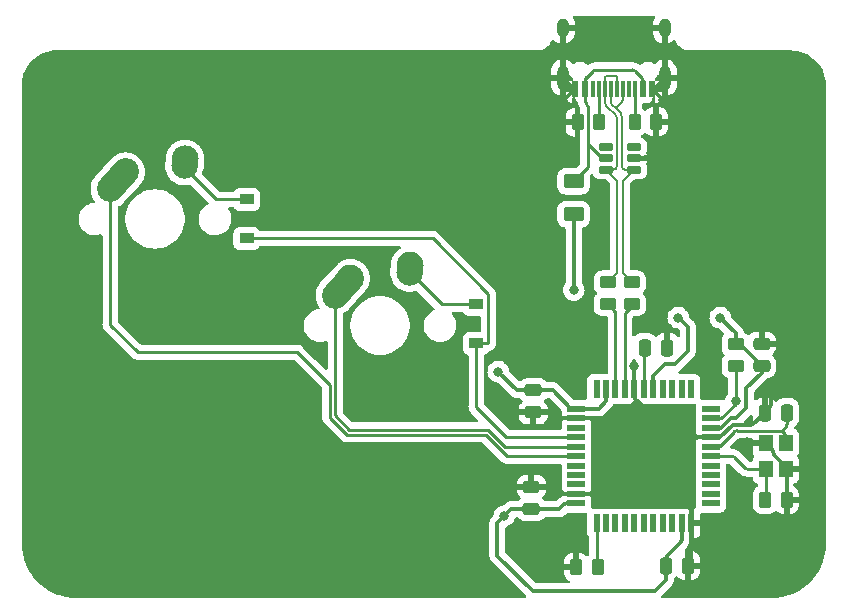
<source format=gbr>
%TF.GenerationSoftware,KiCad,Pcbnew,(6.0.7)*%
%TF.CreationDate,2022-08-09T22:51:10+07:00*%
%TF.ProjectId,Keypad-3,4b657970-6164-42d3-932e-6b696361645f,rev?*%
%TF.SameCoordinates,Original*%
%TF.FileFunction,Copper,L2,Bot*%
%TF.FilePolarity,Positive*%
%FSLAX46Y46*%
G04 Gerber Fmt 4.6, Leading zero omitted, Abs format (unit mm)*
G04 Created by KiCad (PCBNEW (6.0.7)) date 2022-08-09 22:51:10*
%MOMM*%
%LPD*%
G01*
G04 APERTURE LIST*
G04 Aperture macros list*
%AMRoundRect*
0 Rectangle with rounded corners*
0 $1 Rounding radius*
0 $2 $3 $4 $5 $6 $7 $8 $9 X,Y pos of 4 corners*
0 Add a 4 corners polygon primitive as box body*
4,1,4,$2,$3,$4,$5,$6,$7,$8,$9,$2,$3,0*
0 Add four circle primitives for the rounded corners*
1,1,$1+$1,$2,$3*
1,1,$1+$1,$4,$5*
1,1,$1+$1,$6,$7*
1,1,$1+$1,$8,$9*
0 Add four rect primitives between the rounded corners*
20,1,$1+$1,$2,$3,$4,$5,0*
20,1,$1+$1,$4,$5,$6,$7,0*
20,1,$1+$1,$6,$7,$8,$9,0*
20,1,$1+$1,$8,$9,$2,$3,0*%
%AMHorizOval*
0 Thick line with rounded ends*
0 $1 width*
0 $2 $3 position (X,Y) of the first rounded end (center of the circle)*
0 $4 $5 position (X,Y) of the second rounded end (center of the circle)*
0 Add line between two ends*
20,1,$1,$2,$3,$4,$5,0*
0 Add two circle primitives to create the rounded ends*
1,1,$1,$2,$3*
1,1,$1,$4,$5*%
G04 Aperture macros list end*
%TA.AperFunction,ComponentPad*%
%ADD10HorizOval,2.250000X0.655001X0.730000X-0.655001X-0.730000X0*%
%TD*%
%TA.AperFunction,ComponentPad*%
%ADD11C,2.250000*%
%TD*%
%TA.AperFunction,ComponentPad*%
%ADD12HorizOval,2.250000X0.020000X0.290000X-0.020000X-0.290000X0*%
%TD*%
%TA.AperFunction,SMDPad,CuDef*%
%ADD13RoundRect,0.250000X-0.262500X-0.450000X0.262500X-0.450000X0.262500X0.450000X-0.262500X0.450000X0*%
%TD*%
%TA.AperFunction,SMDPad,CuDef*%
%ADD14R,0.550000X1.500000*%
%TD*%
%TA.AperFunction,SMDPad,CuDef*%
%ADD15R,1.500000X0.550000*%
%TD*%
%TA.AperFunction,SMDPad,CuDef*%
%ADD16R,1.200000X0.900000*%
%TD*%
%TA.AperFunction,SMDPad,CuDef*%
%ADD17RoundRect,0.250000X0.475000X-0.250000X0.475000X0.250000X-0.475000X0.250000X-0.475000X-0.250000X0*%
%TD*%
%TA.AperFunction,SMDPad,CuDef*%
%ADD18R,1.200000X1.400000*%
%TD*%
%TA.AperFunction,SMDPad,CuDef*%
%ADD19RoundRect,0.250000X0.262500X0.450000X-0.262500X0.450000X-0.262500X-0.450000X0.262500X-0.450000X0*%
%TD*%
%TA.AperFunction,SMDPad,CuDef*%
%ADD20RoundRect,0.250000X-0.450000X0.262500X-0.450000X-0.262500X0.450000X-0.262500X0.450000X0.262500X0*%
%TD*%
%TA.AperFunction,SMDPad,CuDef*%
%ADD21RoundRect,0.250000X-0.250000X-0.475000X0.250000X-0.475000X0.250000X0.475000X-0.250000X0.475000X0*%
%TD*%
%TA.AperFunction,SMDPad,CuDef*%
%ADD22RoundRect,0.150000X0.475000X0.150000X-0.475000X0.150000X-0.475000X-0.150000X0.475000X-0.150000X0*%
%TD*%
%TA.AperFunction,SMDPad,CuDef*%
%ADD23RoundRect,0.250000X-0.475000X0.250000X-0.475000X-0.250000X0.475000X-0.250000X0.475000X0.250000X0*%
%TD*%
%TA.AperFunction,SMDPad,CuDef*%
%ADD24RoundRect,0.250000X-0.625000X0.375000X-0.625000X-0.375000X0.625000X-0.375000X0.625000X0.375000X0*%
%TD*%
%TA.AperFunction,SMDPad,CuDef*%
%ADD25R,0.600000X1.450000*%
%TD*%
%TA.AperFunction,SMDPad,CuDef*%
%ADD26R,0.300000X1.450000*%
%TD*%
%TA.AperFunction,ComponentPad*%
%ADD27O,1.000000X2.100000*%
%TD*%
%TA.AperFunction,ComponentPad*%
%ADD28O,1.000000X1.600000*%
%TD*%
%TA.AperFunction,ViaPad*%
%ADD29C,0.800000*%
%TD*%
%TA.AperFunction,Conductor*%
%ADD30C,0.330200*%
%TD*%
%TA.AperFunction,Conductor*%
%ADD31C,0.200000*%
%TD*%
%TA.AperFunction,Conductor*%
%ADD32C,0.381000*%
%TD*%
%TA.AperFunction,Conductor*%
%ADD33C,0.254000*%
%TD*%
G04 APERTURE END LIST*
D10*
%TO.P,MX1,1,COL*%
%TO.N,COL0*%
X155442601Y-108414800D03*
D11*
X156097600Y-107684800D03*
D12*
%TO.P,MX1,2,ROW*%
%TO.N,Net-(D1-Pad2)*%
X161117600Y-106894800D03*
D11*
X161137600Y-106604800D03*
%TD*%
D10*
%TO.P,MX2,1,COL*%
%TO.N,COL1*%
X174492601Y-117431800D03*
D11*
X175147600Y-116701800D03*
%TO.P,MX2,2,ROW*%
%TO.N,Net-(D2-Pad2)*%
X180187600Y-115621800D03*
D12*
X180167600Y-115911800D03*
%TD*%
D13*
%TO.P,R5,1*%
%TO.N,Net-(J1-PadB5)*%
X199202268Y-103442500D03*
%TO.P,R5,2*%
%TO.N,GND*%
X201027268Y-103442500D03*
%TD*%
D14*
%TO.P,U1,1,PE6*%
%TO.N,unconnected-(U1-Pad1)*%
X195980235Y-126057108D03*
%TO.P,U1,2,UVCC*%
%TO.N,+5V*%
X196780235Y-126057108D03*
%TO.P,U1,3,D-*%
%TO.N,Net-(R3-Pad2)*%
X197580235Y-126057108D03*
%TO.P,U1,4,D+*%
%TO.N,Net-(R2-Pad2)*%
X198380235Y-126057108D03*
%TO.P,U1,5,UGND*%
%TO.N,GND*%
X199180235Y-126057108D03*
%TO.P,U1,6,UCAP*%
%TO.N,Net-(C3-Pad1)*%
X199980235Y-126057108D03*
%TO.P,U1,7,VBUS*%
%TO.N,+5V*%
X200780235Y-126057108D03*
%TO.P,U1,8,PB0*%
%TO.N,unconnected-(U1-Pad8)*%
X201580235Y-126057108D03*
%TO.P,U1,9,PB1*%
%TO.N,unconnected-(U1-Pad9)*%
X202380235Y-126057108D03*
%TO.P,U1,10,PB2*%
%TO.N,unconnected-(U1-Pad10)*%
X203180235Y-126057108D03*
%TO.P,U1,11,PB3*%
%TO.N,unconnected-(U1-Pad11)*%
X203980235Y-126057108D03*
D15*
%TO.P,U1,12,PB7*%
%TO.N,unconnected-(U1-Pad12)*%
X205680235Y-127757108D03*
%TO.P,U1,13,~{RESET}*%
%TO.N,Net-(R1-Pad2)*%
X205680235Y-128557108D03*
%TO.P,U1,14,VCC*%
%TO.N,+5V*%
X205680235Y-129357108D03*
%TO.P,U1,15,GND*%
%TO.N,GND*%
X205680235Y-130157108D03*
%TO.P,U1,16,XTAL2*%
%TO.N,Net-(C2-Pad2)*%
X205680235Y-130957108D03*
%TO.P,U1,17,XTAL1*%
%TO.N,Net-(C1-Pad2)*%
X205680235Y-131757108D03*
%TO.P,U1,18,PD0*%
%TO.N,unconnected-(U1-Pad18)*%
X205680235Y-132557108D03*
%TO.P,U1,19,PD1*%
%TO.N,unconnected-(U1-Pad19)*%
X205680235Y-133357108D03*
%TO.P,U1,20,PD2*%
%TO.N,unconnected-(U1-Pad20)*%
X205680235Y-134157108D03*
%TO.P,U1,21,PD3*%
%TO.N,unconnected-(U1-Pad21)*%
X205680235Y-134957108D03*
%TO.P,U1,22,PD5*%
%TO.N,unconnected-(U1-Pad22)*%
X205680235Y-135757108D03*
D14*
%TO.P,U1,23,GND*%
%TO.N,GND*%
X203980235Y-137457108D03*
%TO.P,U1,24,AVCC*%
%TO.N,+5V*%
X203180235Y-137457108D03*
%TO.P,U1,25,PD4*%
%TO.N,unconnected-(U1-Pad25)*%
X202380235Y-137457108D03*
%TO.P,U1,26,PD6*%
%TO.N,unconnected-(U1-Pad26)*%
X201580235Y-137457108D03*
%TO.P,U1,27,PD7*%
%TO.N,unconnected-(U1-Pad27)*%
X200780235Y-137457108D03*
%TO.P,U1,28,PB4*%
%TO.N,unconnected-(U1-Pad28)*%
X199980235Y-137457108D03*
%TO.P,U1,29,PB5*%
%TO.N,unconnected-(U1-Pad29)*%
X199180235Y-137457108D03*
%TO.P,U1,30,PB6*%
%TO.N,unconnected-(U1-Pad30)*%
X198380235Y-137457108D03*
%TO.P,U1,31,PC6*%
%TO.N,unconnected-(U1-Pad31)*%
X197580235Y-137457108D03*
%TO.P,U1,32,PC7*%
%TO.N,unconnected-(U1-Pad32)*%
X196780235Y-137457108D03*
%TO.P,U1,33,~{HWB}/PE2*%
%TO.N,Net-(R4-Pad2)*%
X195980235Y-137457108D03*
D15*
%TO.P,U1,34,VCC*%
%TO.N,+5V*%
X194280235Y-135757108D03*
%TO.P,U1,35,GND*%
%TO.N,GND*%
X194280235Y-134957108D03*
%TO.P,U1,36,PF7*%
%TO.N,unconnected-(U1-Pad36)*%
X194280235Y-134157108D03*
%TO.P,U1,37,PF6*%
%TO.N,unconnected-(U1-Pad37)*%
X194280235Y-133357108D03*
%TO.P,U1,38,PF5*%
%TO.N,unconnected-(U1-Pad38)*%
X194280235Y-132557108D03*
%TO.P,U1,39,PF4*%
%TO.N,COL0*%
X194280235Y-131757108D03*
%TO.P,U1,40,PF1*%
%TO.N,COL1*%
X194280235Y-130957108D03*
%TO.P,U1,41,PF0*%
%TO.N,ROW0*%
X194280235Y-130157108D03*
%TO.P,U1,42,AREF*%
%TO.N,unconnected-(U1-Pad42)*%
X194280235Y-129357108D03*
%TO.P,U1,43,GND*%
%TO.N,GND*%
X194280235Y-128557108D03*
%TO.P,U1,44,AVCC*%
%TO.N,+5V*%
X194280235Y-127757108D03*
%TD*%
D16*
%TO.P,D1,1,K*%
%TO.N,ROW0*%
X166344600Y-113334800D03*
%TO.P,D1,2,A*%
%TO.N,Net-(D1-Pad2)*%
X166344600Y-110034800D03*
%TD*%
D17*
%TO.P,C4,1*%
%TO.N,+5V*%
X209956400Y-124140000D03*
%TO.P,C4,2*%
%TO.N,GND*%
X209956400Y-122240000D03*
%TD*%
D18*
%TO.P,Y1,1,1*%
%TO.N,Net-(C1-Pad2)*%
X210306236Y-132857108D03*
%TO.P,Y1,2,2*%
%TO.N,GND*%
X210306236Y-130657108D03*
%TO.P,Y1,3,3*%
%TO.N,Net-(C2-Pad2)*%
X212006236Y-130657108D03*
%TO.P,Y1,4,4*%
%TO.N,GND*%
X212006236Y-132857108D03*
%TD*%
D19*
%TO.P,R6,1*%
%TO.N,Net-(J1-PadA5)*%
X196201268Y-103504999D03*
%TO.P,R6,2*%
%TO.N,GND*%
X194376268Y-103504999D03*
%TD*%
D17*
%TO.P,C6,1*%
%TO.N,+5V*%
X190464260Y-136263108D03*
%TO.P,C6,2*%
%TO.N,GND*%
X190464260Y-134363108D03*
%TD*%
D20*
%TO.P,R1,1*%
%TO.N,+5V*%
X207772000Y-122277500D03*
%TO.P,R1,2*%
%TO.N,Net-(R1-Pad2)*%
X207772000Y-124102500D03*
%TD*%
D19*
%TO.P,C1,1*%
%TO.N,GND*%
X212068732Y-135440109D03*
%TO.P,C1,2*%
%TO.N,Net-(C1-Pad2)*%
X210243732Y-135440109D03*
%TD*%
D21*
%TO.P,C2,1*%
%TO.N,GND*%
X210206237Y-128074109D03*
%TO.P,C2,2*%
%TO.N,Net-(C2-Pad2)*%
X212106237Y-128074109D03*
%TD*%
D22*
%TO.P,U2,1,IO1*%
%TO.N,unconnected-(U2-Pad1)*%
X199130768Y-105603000D03*
%TO.P,U2,2,VN*%
%TO.N,GND*%
X199130768Y-106553000D03*
%TO.P,U2,3,IO2*%
%TO.N,D+*%
X199130768Y-107503000D03*
%TO.P,U2,4,IO3*%
%TO.N,D-*%
X196780768Y-107503000D03*
%TO.P,U2,5,VP*%
%TO.N,VBUS*%
X196780768Y-106553000D03*
%TO.P,U2,6,IO4*%
%TO.N,unconnected-(U2-Pad6)*%
X196780768Y-105603000D03*
%TD*%
D20*
%TO.P,R2,1*%
%TO.N,D+*%
X198971768Y-117058668D03*
%TO.P,R2,2*%
%TO.N,Net-(R2-Pad2)*%
X198971768Y-118883668D03*
%TD*%
D23*
%TO.P,C7,1*%
%TO.N,+5V*%
X190618978Y-126168192D03*
%TO.P,C7,2*%
%TO.N,GND*%
X190618978Y-128068192D03*
%TD*%
D21*
%TO.P,C5,1*%
%TO.N,+5V*%
X201824236Y-141028108D03*
%TO.P,C5,2*%
%TO.N,GND*%
X203724236Y-141028108D03*
%TD*%
D24*
%TO.P,F1,1*%
%TO.N,VBUS*%
X194042268Y-108478500D03*
%TO.P,F1,2*%
%TO.N,+5V*%
X194042268Y-111278500D03*
%TD*%
D21*
%TO.P,C3,1*%
%TO.N,Net-(C3-Pad1)*%
X200052400Y-122566668D03*
%TO.P,C3,2*%
%TO.N,GND*%
X201952400Y-122566668D03*
%TD*%
D20*
%TO.P,R3,1*%
%TO.N,D-*%
X196939768Y-117058668D03*
%TO.P,R3,2*%
%TO.N,Net-(R3-Pad2)*%
X196939768Y-118883668D03*
%TD*%
D13*
%TO.P,R4,1*%
%TO.N,GND*%
X194241735Y-141155108D03*
%TO.P,R4,2*%
%TO.N,Net-(R4-Pad2)*%
X196066735Y-141155108D03*
%TD*%
D16*
%TO.P,D2,1,K*%
%TO.N,ROW0*%
X185775600Y-122224800D03*
%TO.P,D2,2,A*%
%TO.N,Net-(D2-Pad2)*%
X185775600Y-118924800D03*
%TD*%
D25*
%TO.P,J1,A1,GND*%
%TO.N,GND*%
X194197768Y-100640000D03*
%TO.P,J1,A4,VBUS*%
%TO.N,VBUS*%
X194997768Y-100640000D03*
D26*
%TO.P,J1,A5,CC1*%
%TO.N,Net-(J1-PadA5)*%
X196197768Y-100640000D03*
%TO.P,J1,A6,D+*%
%TO.N,D+*%
X197197768Y-100640000D03*
%TO.P,J1,A7,D-*%
%TO.N,D-*%
X197697768Y-100640000D03*
%TO.P,J1,A8,SBU1*%
%TO.N,unconnected-(J1-PadA8)*%
X198697768Y-100640000D03*
D25*
%TO.P,J1,A9,VBUS*%
%TO.N,VBUS*%
X199897768Y-100640000D03*
%TO.P,J1,A12,GND*%
%TO.N,GND*%
X200697768Y-100640000D03*
%TO.P,J1,B1,GND*%
X200697768Y-100640000D03*
%TO.P,J1,B4,VBUS*%
%TO.N,VBUS*%
X199897768Y-100640000D03*
D26*
%TO.P,J1,B5,CC2*%
%TO.N,Net-(J1-PadB5)*%
X199197768Y-100640000D03*
%TO.P,J1,B6,D+*%
%TO.N,D+*%
X198197768Y-100640000D03*
%TO.P,J1,B7,D-*%
%TO.N,D-*%
X196697768Y-100640000D03*
%TO.P,J1,B8,SBU2*%
%TO.N,unconnected-(J1-PadB8)*%
X195697768Y-100640000D03*
D25*
%TO.P,J1,B9,VBUS*%
%TO.N,VBUS*%
X194997768Y-100640000D03*
%TO.P,J1,B12,GND*%
%TO.N,GND*%
X194197768Y-100640000D03*
D27*
%TO.P,J1,S1,SHIELD*%
X201767768Y-99725000D03*
X193127768Y-99725000D03*
D28*
X201767768Y-95545000D03*
X193127768Y-95545000D03*
%TD*%
D29*
%TO.N,GND*%
X188672592Y-128068192D03*
X188813260Y-134424109D03*
X201003768Y-106299000D03*
X201638768Y-101600000D03*
X208691083Y-130589676D03*
X163118800Y-135026400D03*
X210731873Y-126506122D03*
X202018400Y-120915668D03*
X197525000Y-131550000D03*
X192600000Y-141200000D03*
X193002768Y-103505000D03*
X213515753Y-132882103D03*
X199180000Y-124160000D03*
X202400768Y-103505000D03*
X213515751Y-135396576D03*
X193141600Y-101662632D03*
X202250000Y-131550000D03*
%TO.N,+5V*%
X202895200Y-120040400D03*
X187655200Y-124612400D03*
X194056000Y-117703600D03*
X206451200Y-120040400D03*
X188150500Y-136842500D03*
%TO.N,Net-(R1-Pad2)*%
X207772000Y-127127000D03*
%TD*%
D30*
%TO.N,+5V*%
X194042268Y-117689868D02*
X194042268Y-111278500D01*
X194056000Y-117703600D02*
X194042268Y-117689868D01*
D31*
%TO.N,D+*%
X198180769Y-108452999D02*
X199130768Y-107503000D01*
X198180769Y-116267669D02*
X198180769Y-108452999D01*
X198971768Y-117058668D02*
X198180769Y-116267669D01*
%TO.N,D-*%
X197730767Y-116267669D02*
X197730767Y-108452999D01*
X196939768Y-117058668D02*
X197730767Y-116267669D01*
X197730767Y-108452999D02*
X196780768Y-107503000D01*
D30*
%TO.N,GND*%
X201767768Y-99725000D02*
X201767768Y-95545000D01*
X196835576Y-128557109D02*
X194280234Y-128557109D01*
X201345288Y-130157110D02*
X205680235Y-130157109D01*
X194197768Y-100640000D02*
X194164232Y-100640000D01*
X210936147Y-131411284D02*
X210936147Y-131453240D01*
X190618978Y-128068192D02*
X188672592Y-128068192D01*
X210206237Y-128074109D02*
X210644005Y-127636342D01*
X201952400Y-122566668D02*
X201952400Y-120981668D01*
X192644892Y-141155108D02*
X192600000Y-141200000D01*
X200852768Y-100640000D02*
X201767768Y-99725000D01*
X194376268Y-103504999D02*
X193002768Y-103505000D01*
X190464260Y-134363107D02*
X188874259Y-134363109D01*
X212068732Y-135440109D02*
X212068732Y-132919607D01*
X199180235Y-126057108D02*
X199180235Y-124160235D01*
X203892367Y-135489635D02*
X199890432Y-131487701D01*
X203980233Y-137457109D02*
X203980235Y-135701767D01*
X199802564Y-127420767D02*
X199268103Y-126886304D01*
X193127768Y-99725000D02*
X193127768Y-95545000D01*
X203980233Y-140772110D02*
X203980233Y-137457109D01*
X194164232Y-100640000D02*
X193141600Y-101662632D01*
X201952400Y-120981668D02*
X202018400Y-120915668D01*
X199890432Y-131487701D02*
X197047708Y-128644976D01*
X194042768Y-100640000D02*
X193127768Y-99725000D01*
X192415771Y-134297108D02*
X190530260Y-134297107D01*
X190618978Y-128068192D02*
X191923792Y-128068192D01*
X210306234Y-130657109D02*
X210238802Y-130589676D01*
X203724233Y-141028109D02*
X203980233Y-140772110D01*
X199130768Y-106553000D02*
X200625504Y-106553000D01*
D32*
X203724234Y-141028108D02*
X203980233Y-140772110D01*
D30*
X210306234Y-130657109D02*
X210848279Y-131199152D01*
X190530260Y-134297107D02*
X190464260Y-134363107D01*
X211024015Y-131665372D02*
X211918367Y-132559724D01*
X199890432Y-131487701D02*
X199890432Y-127632899D01*
X212031227Y-132882103D02*
X213515753Y-132882103D01*
X207519109Y-129109747D02*
X209046334Y-129109747D01*
X191923792Y-128068192D02*
X192416668Y-128561068D01*
X194197768Y-100640000D02*
X194042768Y-100640000D01*
X206471748Y-130157108D02*
X207519109Y-129109747D01*
X201027268Y-103442500D02*
X202338268Y-103442500D01*
X199890432Y-131487701D02*
X201133156Y-130244977D01*
X192416668Y-128561068D02*
X192420628Y-128557108D01*
X209258466Y-129021879D02*
X210205141Y-128075204D01*
X192420628Y-128557108D02*
X194280235Y-128557108D01*
X210731873Y-127424210D02*
X210731873Y-126506122D01*
X196296759Y-134957109D02*
X194280234Y-134957109D01*
X212112266Y-135396576D02*
X213515751Y-135396576D01*
X202338268Y-103442500D02*
X202400768Y-103505000D01*
X199180235Y-126674172D02*
X199180233Y-126057107D01*
X199890432Y-131487701D02*
X196508890Y-134869240D01*
X205680235Y-130157108D02*
X206471748Y-130157108D01*
X194280234Y-134957108D02*
X193324298Y-134957109D01*
X194241735Y-141155108D02*
X192644892Y-141155108D01*
X200697768Y-100640000D02*
X200852768Y-100640000D01*
X210238802Y-130589676D02*
X208691083Y-130589676D01*
X188874259Y-134363109D02*
X188813260Y-134424109D01*
X193112165Y-134869240D02*
X192627903Y-134384976D01*
X200697768Y-100659000D02*
X201638768Y-101600000D01*
X199180235Y-124160235D02*
X199180000Y-124160000D01*
X200697768Y-100640000D02*
X200697768Y-100659000D01*
X200837636Y-106465132D02*
X201003768Y-106299000D01*
X212006255Y-132771856D02*
G75*
G03*
X211918366Y-132559725I-300055J-44D01*
G01*
X203892358Y-135489644D02*
G75*
G02*
X203980235Y-135701767I-212158J-212156D01*
G01*
X199802570Y-127420761D02*
G75*
G02*
X199890432Y-127632899I-212170J-212139D01*
G01*
X193324298Y-134957107D02*
G75*
G02*
X193112166Y-134869239I2J300007D01*
G01*
X196508913Y-134869263D02*
G75*
G02*
X196296759Y-134957109I-212113J212163D01*
G01*
X201345288Y-130157098D02*
G75*
G03*
X201133156Y-130244977I12J-300002D01*
G01*
X210936144Y-131411284D02*
G75*
G03*
X210848279Y-131199152I-300044J-16D01*
G01*
X196835576Y-128557123D02*
G75*
G02*
X197047708Y-128644976I24J-299977D01*
G01*
X209258459Y-129021872D02*
G75*
G02*
X209046334Y-129109747I-212159J212172D01*
G01*
X210936105Y-131453240D02*
G75*
G03*
X211024015Y-131665372I299995J40D01*
G01*
X199268096Y-126886311D02*
G75*
G02*
X199180235Y-126674172I212104J212111D01*
G01*
X200837634Y-106465130D02*
G75*
G02*
X200625504Y-106553000I-212134J212130D01*
G01*
X210643994Y-127636331D02*
G75*
G03*
X210731873Y-127424210I-212094J212131D01*
G01*
X192415771Y-134297127D02*
G75*
G02*
X192627902Y-134384977I29J-299973D01*
G01*
D33*
%TO.N,Net-(C1-Pad2)*%
X210206236Y-135440109D02*
X210306236Y-135340110D01*
X208747912Y-132857109D02*
X210306236Y-132857108D01*
X207611518Y-131844976D02*
X208535782Y-132769240D01*
X210243732Y-135440109D02*
X210306235Y-135377607D01*
X205680235Y-131757109D02*
X207399386Y-131757108D01*
X210306235Y-135377607D02*
X210306236Y-132857108D01*
X208535773Y-132769249D02*
G75*
G03*
X208747912Y-132857109I212127J212149D01*
G01*
X207399386Y-131757116D02*
G75*
G02*
X207611518Y-131844976I14J-299984D01*
G01*
%TO.N,Net-(C2-Pad2)*%
X212018367Y-129234453D02*
X211650974Y-129601848D01*
X211650974Y-129601848D02*
X211918367Y-129869241D01*
X212006235Y-130081373D02*
X212006235Y-130657109D01*
X206455550Y-130869241D02*
X207635075Y-129689715D01*
X205680233Y-130957110D02*
X206243418Y-130957109D01*
X207847207Y-129601848D02*
X211650974Y-129601848D01*
X212106235Y-129022319D02*
X212106235Y-128074109D01*
X212018364Y-129234450D02*
G75*
G03*
X212106235Y-129022319I-212164J212150D01*
G01*
X207635082Y-129689722D02*
G75*
G02*
X207847207Y-129601848I212118J-212078D01*
G01*
X206243418Y-130957119D02*
G75*
G03*
X206455550Y-130869241I-18J300019D01*
G01*
X211918361Y-129869247D02*
G75*
G02*
X212006235Y-130081373I-212161J-212153D01*
G01*
%TO.N,Net-(C3-Pad1)*%
X199980235Y-122638833D02*
X199980235Y-126057108D01*
X200052400Y-122566668D02*
X199980235Y-122638833D01*
D30*
%TO.N,+5V*%
X208093900Y-122277500D02*
X209956400Y-124140000D01*
X201912104Y-140242337D02*
X203092367Y-139062074D01*
X192816260Y-136263109D02*
X193234392Y-135844977D01*
X207355040Y-128524000D02*
X207787215Y-128524000D01*
X200780235Y-124976908D02*
X201757143Y-124000000D01*
X187579000Y-140179000D02*
X190600000Y-143200000D01*
X193847908Y-127757108D02*
X192258992Y-126168192D01*
X203180233Y-138849942D02*
X203180233Y-137457109D01*
X190600000Y-143200000D02*
X200900000Y-143200000D01*
X207772000Y-122277500D02*
X208093900Y-122277500D01*
X203700000Y-120800000D02*
X202940400Y-120040400D01*
X202600000Y-124000000D02*
X203700000Y-122900000D01*
X202940400Y-120040400D02*
X202895200Y-120040400D01*
X200780235Y-126057108D02*
X200780235Y-124976908D01*
X194280235Y-127757108D02*
X193847908Y-127757108D01*
X201824236Y-141028109D02*
X201824236Y-140454469D01*
X193446524Y-135757109D02*
X194280233Y-135757108D01*
X190464259Y-136263108D02*
X192816260Y-136263109D01*
X201757143Y-124000000D02*
X202600000Y-124000000D01*
X205680235Y-129357108D02*
X206521932Y-129357108D01*
X196780235Y-126057108D02*
X196780235Y-127137308D01*
X201824236Y-142275764D02*
X201824236Y-141028108D01*
X200900000Y-143200000D02*
X201824236Y-142275764D01*
X208661000Y-127650215D02*
X208661000Y-125984000D01*
X188150500Y-136842500D02*
X187579000Y-137414000D01*
X207787215Y-128524000D02*
X208661000Y-127650215D01*
X203700000Y-122900000D02*
X203700000Y-120800000D01*
X209956400Y-124688600D02*
X209956400Y-124140000D01*
X196160435Y-127757108D02*
X194280235Y-127757108D01*
X189210992Y-126168192D02*
X187655200Y-124612400D01*
X190464260Y-136263108D02*
X188729892Y-136263108D01*
X206521932Y-129357108D02*
X207355040Y-128524000D01*
X196780235Y-127137308D02*
X196160435Y-127757108D01*
X190618978Y-126168192D02*
X189210992Y-126168192D01*
X187579000Y-137414000D02*
X187579000Y-140179000D01*
X192258992Y-126168192D02*
X190618978Y-126168192D01*
X188729892Y-136263108D02*
X188150500Y-136842500D01*
X207772000Y-121361200D02*
X206451200Y-120040400D01*
X208661000Y-125984000D02*
X209956400Y-124688600D01*
X207772000Y-122277500D02*
X207772000Y-121361200D01*
X203092352Y-139062059D02*
G75*
G03*
X203180233Y-138849942I-212152J212159D01*
G01*
X201912127Y-140242360D02*
G75*
G03*
X201824236Y-140454469I212073J-212140D01*
G01*
X193446524Y-135757124D02*
G75*
G03*
X193234392Y-135844977I-24J-299976D01*
G01*
D33*
%TO.N,ROW0*%
X185775600Y-122224800D02*
X185775600Y-127609600D01*
X186817000Y-118041001D02*
X186817000Y-122200400D01*
X166344600Y-113334800D02*
X182110799Y-113334800D01*
X186817000Y-122200400D02*
X186792600Y-122224800D01*
X186792600Y-122224800D02*
X185775600Y-122224800D01*
X185775600Y-127609600D02*
X188323108Y-130157108D01*
X182110799Y-113334800D02*
X186817000Y-118041001D01*
X188323108Y-130157108D02*
X194280235Y-130157108D01*
%TO.N,Net-(D1-Pad2)*%
X163781200Y-110034800D02*
X166344600Y-110034800D01*
X161097600Y-107351200D02*
X163781200Y-110034800D01*
X161097600Y-107184800D02*
X161097600Y-107351200D01*
%TO.N,Net-(D2-Pad2)*%
X180147600Y-116201800D02*
X182870600Y-118924800D01*
X182870600Y-118924800D02*
X185775600Y-118924800D01*
%TO.N,COL0*%
X170644600Y-122962400D02*
X173383600Y-125701400D01*
X157128200Y-122962400D02*
X170644600Y-122962400D01*
X173383600Y-128509853D02*
X174843348Y-129969600D01*
X174843348Y-129969600D02*
X186579148Y-129969600D01*
X154787600Y-120621800D02*
X157128200Y-122962400D01*
X186579148Y-129969600D02*
X188366656Y-131757108D01*
X154787600Y-109144800D02*
X154787600Y-120621800D01*
X173383600Y-125701400D02*
X173383600Y-128509853D01*
X188366656Y-131757108D02*
X194280235Y-131757108D01*
%TO.N,COL1*%
X173837600Y-128321800D02*
X175031400Y-129515600D01*
X188208708Y-130957108D02*
X194280235Y-130957108D01*
X175031400Y-129515600D02*
X186767200Y-129515600D01*
X186767200Y-129515600D02*
X188208708Y-130957108D01*
X173837600Y-118161800D02*
X173837600Y-128321800D01*
%TO.N,Net-(R1-Pad2)*%
X207772000Y-127344343D02*
X207772000Y-127127000D01*
X206559235Y-128557108D02*
X207772000Y-127344343D01*
X205680235Y-128557108D02*
X206559235Y-128557108D01*
X207772000Y-127127000D02*
X207772000Y-124102500D01*
D31*
%TO.N,D+*%
X198418032Y-107503000D02*
X199130768Y-107503000D01*
X197597768Y-102327314D02*
X198017900Y-102747447D01*
X198197768Y-100640000D02*
X198197768Y-101603050D01*
X197285636Y-102015182D02*
X197597768Y-102327314D01*
X198105768Y-102959579D02*
X198105768Y-107190736D01*
X197197768Y-100640000D02*
X197197768Y-101803050D01*
X198193636Y-107402868D02*
X198205900Y-107415132D01*
X198109900Y-101815182D02*
X197597768Y-102327314D01*
X198105752Y-107190736D02*
G75*
G03*
X198193636Y-107402868I300048J36D01*
G01*
X198418032Y-107502977D02*
G75*
G02*
X198205900Y-107415132I-32J299977D01*
G01*
X198197741Y-101603050D02*
G75*
G02*
X198109899Y-101815181I-299941J-50D01*
G01*
X197197813Y-101803050D02*
G75*
G03*
X197285636Y-102015182I299987J-50D01*
G01*
X198105792Y-102959579D02*
G75*
G03*
X198017900Y-102747447I-299992J-21D01*
G01*
D33*
%TO.N,Net-(R2-Pad2)*%
X198971768Y-119034168D02*
X198380235Y-119625701D01*
X198380235Y-119625701D02*
X198380235Y-126057108D01*
X198971768Y-118883668D02*
X198971768Y-119034168D01*
D31*
%TO.N,D-*%
X196785636Y-102080867D02*
X197617900Y-102913132D01*
X197389504Y-107503000D02*
X196780768Y-107503000D01*
X197647768Y-99615000D02*
X197697768Y-99665000D01*
X196697768Y-100640000D02*
X196697768Y-99665000D01*
X196697768Y-100640000D02*
X196697768Y-101868735D01*
X196697768Y-99665000D02*
X196747768Y-99615000D01*
X197617900Y-107398868D02*
X197601636Y-107415132D01*
X197705768Y-103125264D02*
X197705768Y-107186736D01*
X197697768Y-99665000D02*
X197697768Y-100640000D01*
X196747768Y-99615000D02*
X197647768Y-99615000D01*
X197705802Y-103125264D02*
G75*
G03*
X197617899Y-102913133I-300002J-36D01*
G01*
X197601634Y-107415130D02*
G75*
G02*
X197389504Y-107503000I-212134J212130D01*
G01*
X197705802Y-107186736D02*
G75*
G02*
X197617899Y-107398867I-300002J36D01*
G01*
X196697753Y-101868735D02*
G75*
G03*
X196785636Y-102080867I300047J35D01*
G01*
D33*
%TO.N,Net-(R3-Pad2)*%
X196939768Y-118883668D02*
X197580235Y-119524135D01*
X197580235Y-119524135D02*
X197580235Y-126057108D01*
%TO.N,Net-(R4-Pad2)*%
X195980233Y-141068608D02*
X195980234Y-137457108D01*
X196066734Y-141155109D02*
X195980233Y-141068608D01*
%TO.N,VBUS*%
X199809900Y-99723132D02*
X199234636Y-99147868D01*
X196555452Y-106553000D02*
X196780768Y-106553000D01*
X194997768Y-99935264D02*
X194997767Y-100640000D01*
X194997768Y-100640000D02*
X194997768Y-101639736D01*
X195215768Y-102106264D02*
X195215768Y-105337580D01*
X195215768Y-105337580D02*
X196343320Y-106465132D01*
X199022504Y-99060000D02*
X195873032Y-99060000D01*
X195215768Y-107305000D02*
X194042268Y-108478500D01*
X195660900Y-99147868D02*
X195085636Y-99723132D01*
X195085636Y-101851868D02*
X195127900Y-101894132D01*
X199897769Y-100640000D02*
X199897768Y-99935264D01*
X195215768Y-105337580D02*
X195215768Y-107305000D01*
X195660884Y-99147852D02*
G75*
G02*
X195873032Y-99060000I212116J-212148D01*
G01*
X195085647Y-99723143D02*
G75*
G03*
X194997768Y-99935264I212153J-212157D01*
G01*
X196555452Y-106553033D02*
G75*
G02*
X196343321Y-106465131I48J300033D01*
G01*
X199809875Y-99723157D02*
G75*
G02*
X199897768Y-99935264I-212075J-212143D01*
G01*
X194997752Y-101639736D02*
G75*
G03*
X195085636Y-101851868I300048J36D01*
G01*
X195215802Y-102106264D02*
G75*
G03*
X195127899Y-101894133I-300002J-36D01*
G01*
X199234634Y-99147870D02*
G75*
G03*
X199022504Y-99060000I-212134J-212130D01*
G01*
%TO.N,Net-(J1-PadA5)*%
X196197769Y-103501500D02*
X196201268Y-103504999D01*
X196197768Y-100639999D02*
X196197769Y-103501500D01*
%TO.N,Net-(J1-PadB5)*%
X199197768Y-103438000D02*
X199197768Y-100640000D01*
X199202268Y-103442500D02*
X199197768Y-103438000D01*
%TD*%
%TA.AperFunction,Conductor*%
%TO.N,GND*%
G36*
X200888394Y-94508502D02*
G01*
X200934887Y-94562158D01*
X200944991Y-94632432D01*
X200930687Y-94675201D01*
X200839766Y-94840585D01*
X200834934Y-94851858D01*
X200778888Y-95028538D01*
X200776338Y-95040532D01*
X200760161Y-95184761D01*
X200759768Y-95191785D01*
X200759768Y-95272885D01*
X200764243Y-95288124D01*
X200765633Y-95289329D01*
X200773316Y-95291000D01*
X201895768Y-95291000D01*
X201963889Y-95311002D01*
X202010382Y-95364658D01*
X202021768Y-95417000D01*
X202021768Y-96802924D01*
X202025741Y-96816455D01*
X202033536Y-96817575D01*
X202141289Y-96785862D01*
X202152657Y-96781269D01*
X202316922Y-96695393D01*
X202327183Y-96688679D01*
X202471641Y-96572532D01*
X202481326Y-96563048D01*
X202543991Y-96529677D01*
X202614750Y-96535483D01*
X202671137Y-96578622D01*
X202685893Y-96604853D01*
X202706579Y-96654795D01*
X202821514Y-96842355D01*
X202824729Y-96846119D01*
X202824731Y-96846122D01*
X202893929Y-96927142D01*
X202964376Y-97009624D01*
X202968132Y-97012832D01*
X203127188Y-97148679D01*
X203131645Y-97152486D01*
X203319205Y-97267421D01*
X203323780Y-97269316D01*
X203323784Y-97269318D01*
X203517864Y-97349706D01*
X203517867Y-97349707D01*
X203522435Y-97351599D01*
X203527242Y-97352753D01*
X203527245Y-97352754D01*
X203617124Y-97374330D01*
X203736332Y-97402948D01*
X203840923Y-97411178D01*
X203918080Y-97417249D01*
X203929091Y-97418606D01*
X203943076Y-97420958D01*
X203949459Y-97421036D01*
X203950769Y-97421052D01*
X203950772Y-97421052D01*
X203955628Y-97421111D01*
X203973990Y-97418481D01*
X203983152Y-97417169D01*
X204001054Y-97415896D01*
X208604092Y-97417290D01*
X212535048Y-97418481D01*
X212559662Y-97420917D01*
X212569907Y-97422961D01*
X212578852Y-97422176D01*
X212578853Y-97422176D01*
X212581756Y-97421921D01*
X212588273Y-97421349D01*
X212611498Y-97421459D01*
X212705057Y-97430570D01*
X212888821Y-97448466D01*
X212902410Y-97450543D01*
X213081009Y-97487908D01*
X213202933Y-97513417D01*
X213216201Y-97516958D01*
X213508082Y-97612199D01*
X213520887Y-97617166D01*
X213800655Y-97743639D01*
X213812846Y-97749972D01*
X214066070Y-97899614D01*
X214077173Y-97906175D01*
X214088609Y-97913805D01*
X214334323Y-98097860D01*
X214344860Y-98106689D01*
X214569074Y-98316431D01*
X214578587Y-98326357D01*
X214778614Y-98559277D01*
X214786980Y-98570168D01*
X214960449Y-98823507D01*
X214967579Y-98835247D01*
X215112405Y-99105960D01*
X215118214Y-99118405D01*
X215119903Y-99122608D01*
X215232691Y-99403301D01*
X215237112Y-99416316D01*
X215248626Y-99457452D01*
X215319865Y-99711975D01*
X215322840Y-99725382D01*
X215372892Y-100028308D01*
X215374388Y-100041964D01*
X215389186Y-100312815D01*
X215387874Y-100339071D01*
X215386309Y-100349124D01*
X215387473Y-100358026D01*
X215387473Y-100358028D01*
X215390436Y-100380683D01*
X215391500Y-100397021D01*
X215391500Y-139142633D01*
X215390000Y-139162018D01*
X215387690Y-139176851D01*
X215387690Y-139176855D01*
X215386309Y-139185724D01*
X215388984Y-139206183D01*
X215389928Y-139228008D01*
X215376365Y-139538648D01*
X215374344Y-139584936D01*
X215373386Y-139595886D01*
X215322767Y-139980379D01*
X215320858Y-139991205D01*
X215236920Y-140369822D01*
X215234075Y-140380439D01*
X215183008Y-140542404D01*
X215142147Y-140672001D01*
X215117461Y-140750294D01*
X215113705Y-140760615D01*
X215057365Y-140896633D01*
X214965289Y-141118923D01*
X214960643Y-141128885D01*
X214781577Y-141472867D01*
X214776081Y-141482387D01*
X214567708Y-141809468D01*
X214561403Y-141818472D01*
X214325322Y-142126138D01*
X214318257Y-142134558D01*
X214060379Y-142415984D01*
X214056256Y-142420483D01*
X214048487Y-142428252D01*
X213947699Y-142520607D01*
X213762558Y-142690257D01*
X213754138Y-142697322D01*
X213446472Y-142933403D01*
X213437468Y-142939708D01*
X213110387Y-143148081D01*
X213100868Y-143153576D01*
X212756876Y-143332647D01*
X212746932Y-143337285D01*
X212388615Y-143485705D01*
X212378302Y-143489458D01*
X212191346Y-143548405D01*
X212008439Y-143606075D01*
X211997822Y-143608920D01*
X211619205Y-143692858D01*
X211608379Y-143694767D01*
X211223886Y-143745386D01*
X211212937Y-143746344D01*
X210863446Y-143761603D01*
X210838571Y-143760223D01*
X210826276Y-143758309D01*
X210817374Y-143759473D01*
X210817372Y-143759473D01*
X210802323Y-143761441D01*
X210794714Y-143762436D01*
X210778379Y-143763500D01*
X201593306Y-143763500D01*
X201525185Y-143743498D01*
X201478692Y-143689842D01*
X201468588Y-143619568D01*
X201498082Y-143554988D01*
X201504210Y-143548405D01*
X202280951Y-142771663D01*
X202287218Y-142765809D01*
X202322770Y-142734795D01*
X202328495Y-142729801D01*
X202363342Y-142680219D01*
X202367275Y-142674924D01*
X202399950Y-142633251D01*
X202404640Y-142627270D01*
X202407769Y-142620340D01*
X202410876Y-142615210D01*
X202415050Y-142607894D01*
X202417875Y-142602626D01*
X202422242Y-142596412D01*
X202444247Y-142539973D01*
X202446803Y-142533892D01*
X202468609Y-142485597D01*
X202471733Y-142478678D01*
X202473117Y-142471213D01*
X202474907Y-142465500D01*
X202477208Y-142457423D01*
X202478706Y-142451589D01*
X202481465Y-142444512D01*
X202483606Y-142428256D01*
X202489373Y-142384448D01*
X202490405Y-142377934D01*
X202500060Y-142325839D01*
X202501444Y-142318371D01*
X202498045Y-142259421D01*
X202497836Y-142252168D01*
X202497836Y-142201637D01*
X202517838Y-142133516D01*
X202544421Y-142104162D01*
X202548584Y-142101586D01*
X202673541Y-141976411D01*
X202676338Y-141971873D01*
X202733589Y-141931284D01*
X202804512Y-141928054D01*
X202865923Y-141963680D01*
X202873298Y-141972176D01*
X202881334Y-141982315D01*
X202996065Y-142096847D01*
X203007476Y-142105859D01*
X203145479Y-142190924D01*
X203158660Y-142197071D01*
X203312946Y-142248246D01*
X203326322Y-142251113D01*
X203420674Y-142260780D01*
X203427090Y-142261108D01*
X203452121Y-142261108D01*
X203467360Y-142256633D01*
X203468565Y-142255243D01*
X203470236Y-142247560D01*
X203470236Y-142242992D01*
X203978236Y-142242992D01*
X203982711Y-142258231D01*
X203984101Y-142259436D01*
X203991784Y-142261107D01*
X204021331Y-142261107D01*
X204027850Y-142260770D01*
X204123442Y-142250851D01*
X204136836Y-142247959D01*
X204291020Y-142196520D01*
X204304198Y-142190347D01*
X204442043Y-142105045D01*
X204453444Y-142096009D01*
X204567975Y-141981279D01*
X204576987Y-141969868D01*
X204662052Y-141831865D01*
X204668199Y-141818684D01*
X204719374Y-141664398D01*
X204722241Y-141651022D01*
X204731908Y-141556670D01*
X204732236Y-141550254D01*
X204732236Y-141300223D01*
X204727761Y-141284984D01*
X204726371Y-141283779D01*
X204718688Y-141282108D01*
X203996351Y-141282108D01*
X203981112Y-141286583D01*
X203979907Y-141287973D01*
X203978236Y-141295656D01*
X203978236Y-142242992D01*
X203470236Y-142242992D01*
X203470236Y-140755993D01*
X203978236Y-140755993D01*
X203982711Y-140771232D01*
X203984101Y-140772437D01*
X203991784Y-140774108D01*
X204714120Y-140774108D01*
X204729359Y-140769633D01*
X204730564Y-140768243D01*
X204732235Y-140760560D01*
X204732235Y-140506013D01*
X204731898Y-140499494D01*
X204721979Y-140403902D01*
X204719087Y-140390508D01*
X204667648Y-140236324D01*
X204661475Y-140223146D01*
X204576173Y-140085301D01*
X204567137Y-140073900D01*
X204452407Y-139959369D01*
X204440996Y-139950357D01*
X204302993Y-139865292D01*
X204289812Y-139859145D01*
X204135526Y-139807970D01*
X204122150Y-139805103D01*
X204027798Y-139795436D01*
X204021381Y-139795108D01*
X203996351Y-139795108D01*
X203981112Y-139799583D01*
X203979907Y-139800973D01*
X203978236Y-139808656D01*
X203978236Y-140755993D01*
X203470236Y-140755993D01*
X203470236Y-139813224D01*
X203458928Y-139774711D01*
X203445705Y-139754135D01*
X203445708Y-139683139D01*
X203477508Y-139629547D01*
X203528471Y-139578584D01*
X203541915Y-139566918D01*
X203558706Y-139554312D01*
X203558712Y-139554307D01*
X203562011Y-139551830D01*
X203572164Y-139541887D01*
X203599282Y-139507304D01*
X203602625Y-139503220D01*
X203667080Y-139427757D01*
X203667082Y-139427754D01*
X203670298Y-139423989D01*
X203750367Y-139293344D01*
X203809016Y-139151784D01*
X203844802Y-139002792D01*
X203851813Y-138913859D01*
X203852682Y-138905991D01*
X203858048Y-138868326D01*
X203858048Y-138868325D01*
X203858629Y-138864247D01*
X203858780Y-138850037D01*
X203854743Y-138816637D01*
X203853833Y-138801518D01*
X203853833Y-138696992D01*
X204234235Y-138696992D01*
X204238710Y-138712231D01*
X204240100Y-138713436D01*
X204247783Y-138715107D01*
X204299904Y-138715107D01*
X204306725Y-138714737D01*
X204357587Y-138709213D01*
X204372839Y-138705587D01*
X204493289Y-138660432D01*
X204508884Y-138651894D01*
X204610959Y-138575393D01*
X204623520Y-138562832D01*
X204700021Y-138460757D01*
X204708559Y-138445162D01*
X204753713Y-138324714D01*
X204757340Y-138309459D01*
X204762866Y-138258594D01*
X204763235Y-138251780D01*
X204763235Y-137729223D01*
X204758760Y-137713984D01*
X204757370Y-137712779D01*
X204749687Y-137711108D01*
X204252350Y-137711108D01*
X204237111Y-137715583D01*
X204235906Y-137716973D01*
X204234235Y-137724656D01*
X204234235Y-138696992D01*
X203853833Y-138696992D01*
X203853833Y-138565194D01*
X203873835Y-138497073D01*
X203878993Y-138489648D01*
X203905850Y-138453813D01*
X203956980Y-138317424D01*
X203963735Y-138255242D01*
X203963735Y-136658974D01*
X203956980Y-136596792D01*
X203905850Y-136460403D01*
X203818496Y-136343847D01*
X203776670Y-136312500D01*
X203734155Y-136255641D01*
X203728822Y-136226034D01*
X203721760Y-136201985D01*
X203720370Y-136200780D01*
X203712687Y-136199109D01*
X203660566Y-136199109D01*
X203653745Y-136199479D01*
X203595028Y-136205856D01*
X203594730Y-136203110D01*
X203565789Y-136203168D01*
X203565551Y-136205363D01*
X203506766Y-136198977D01*
X203503369Y-136198608D01*
X202857101Y-136198608D01*
X202853704Y-136198977D01*
X202817279Y-136202934D01*
X202794919Y-136205363D01*
X202794655Y-136202934D01*
X202765815Y-136202934D01*
X202765551Y-136205363D01*
X202706766Y-136198977D01*
X202703369Y-136198608D01*
X202057101Y-136198608D01*
X202053704Y-136198977D01*
X202017279Y-136202934D01*
X201994919Y-136205363D01*
X201994655Y-136202934D01*
X201965815Y-136202934D01*
X201965551Y-136205363D01*
X201906766Y-136198977D01*
X201903369Y-136198608D01*
X201257101Y-136198608D01*
X201253704Y-136198977D01*
X201217279Y-136202934D01*
X201194919Y-136205363D01*
X201194655Y-136202934D01*
X201165815Y-136202934D01*
X201165551Y-136205363D01*
X201106766Y-136198977D01*
X201103369Y-136198608D01*
X200457101Y-136198608D01*
X200453704Y-136198977D01*
X200417279Y-136202934D01*
X200394919Y-136205363D01*
X200394655Y-136202934D01*
X200365815Y-136202934D01*
X200365551Y-136205363D01*
X200306766Y-136198977D01*
X200303369Y-136198608D01*
X199657101Y-136198608D01*
X199653704Y-136198977D01*
X199617279Y-136202934D01*
X199594919Y-136205363D01*
X199594655Y-136202934D01*
X199565815Y-136202934D01*
X199565551Y-136205363D01*
X199506766Y-136198977D01*
X199503369Y-136198608D01*
X198857101Y-136198608D01*
X198853704Y-136198977D01*
X198817279Y-136202934D01*
X198794919Y-136205363D01*
X198794655Y-136202934D01*
X198765815Y-136202934D01*
X198765551Y-136205363D01*
X198706766Y-136198977D01*
X198703369Y-136198608D01*
X198057101Y-136198608D01*
X198053704Y-136198977D01*
X198017279Y-136202934D01*
X197994919Y-136205363D01*
X197994655Y-136202934D01*
X197965815Y-136202934D01*
X197965551Y-136205363D01*
X197906766Y-136198977D01*
X197903369Y-136198608D01*
X197257101Y-136198608D01*
X197253704Y-136198977D01*
X197217279Y-136202934D01*
X197194919Y-136205363D01*
X197194655Y-136202934D01*
X197165815Y-136202934D01*
X197165551Y-136205363D01*
X197106766Y-136198977D01*
X197103369Y-136198608D01*
X196457101Y-136198608D01*
X196453704Y-136198977D01*
X196417279Y-136202934D01*
X196394919Y-136205363D01*
X196394655Y-136202934D01*
X196365815Y-136202934D01*
X196365551Y-136205363D01*
X196306766Y-136198977D01*
X196303369Y-136198608D01*
X195664735Y-136198608D01*
X195596614Y-136178606D01*
X195550121Y-136124950D01*
X195538735Y-136072608D01*
X195538735Y-135433974D01*
X195531980Y-135371792D01*
X195534119Y-135371560D01*
X195534069Y-135342596D01*
X195531487Y-135342315D01*
X195537866Y-135283594D01*
X195538235Y-135276780D01*
X195538235Y-135229223D01*
X195533760Y-135213984D01*
X195532370Y-135212779D01*
X195511452Y-135208229D01*
X195511717Y-135207011D01*
X195457548Y-135191106D01*
X195424843Y-135160673D01*
X195398878Y-135126028D01*
X195398877Y-135126027D01*
X195393496Y-135118847D01*
X195312220Y-135057934D01*
X195269705Y-135001075D01*
X195264679Y-134930256D01*
X195298739Y-134867963D01*
X195312220Y-134856282D01*
X195386316Y-134800750D01*
X195393496Y-134795369D01*
X195424843Y-134753543D01*
X195481702Y-134711028D01*
X195511309Y-134705695D01*
X195535358Y-134698633D01*
X195536563Y-134697243D01*
X195538234Y-134689560D01*
X195538234Y-134637439D01*
X195537864Y-134630618D01*
X195531487Y-134571901D01*
X195534233Y-134571603D01*
X195534175Y-134542662D01*
X195531980Y-134542424D01*
X195538366Y-134483639D01*
X195538735Y-134480242D01*
X195538735Y-133833974D01*
X195531980Y-133771792D01*
X195534409Y-133771528D01*
X195534409Y-133742688D01*
X195531980Y-133742424D01*
X195538366Y-133683639D01*
X195538735Y-133680242D01*
X195538735Y-133033974D01*
X195531980Y-132971792D01*
X195534409Y-132971528D01*
X195534409Y-132942688D01*
X195531980Y-132942424D01*
X195538366Y-132883639D01*
X195538735Y-132880242D01*
X195538735Y-132233974D01*
X195531980Y-132171792D01*
X195534409Y-132171528D01*
X195534409Y-132142688D01*
X195531980Y-132142424D01*
X195538366Y-132083639D01*
X195538735Y-132080242D01*
X195538735Y-131433974D01*
X195531980Y-131371792D01*
X195534409Y-131371528D01*
X195534409Y-131342688D01*
X195531980Y-131342424D01*
X195538366Y-131283639D01*
X195538735Y-131280242D01*
X195538735Y-130633974D01*
X195531980Y-130571792D01*
X195534409Y-130571528D01*
X195534409Y-130542688D01*
X195531980Y-130542424D01*
X195538366Y-130483639D01*
X195538735Y-130480242D01*
X195538735Y-129833974D01*
X195531980Y-129771792D01*
X195534409Y-129771528D01*
X195534409Y-129742688D01*
X195531980Y-129742424D01*
X195538366Y-129683639D01*
X195538735Y-129680242D01*
X195538735Y-129033974D01*
X195531980Y-128971792D01*
X195534119Y-128971560D01*
X195534069Y-128942596D01*
X195531487Y-128942315D01*
X195537866Y-128883594D01*
X195538235Y-128876780D01*
X195538235Y-128829223D01*
X195533760Y-128813984D01*
X195532370Y-128812779D01*
X195511452Y-128808229D01*
X195511717Y-128807011D01*
X195457548Y-128791106D01*
X195424843Y-128760673D01*
X195398878Y-128726028D01*
X195398877Y-128726027D01*
X195393496Y-128718847D01*
X195312220Y-128657934D01*
X195269705Y-128601075D01*
X195264679Y-128530256D01*
X195298739Y-128467963D01*
X195312245Y-128456263D01*
X195312779Y-128455863D01*
X195379292Y-128431032D01*
X195388319Y-128430708D01*
X196132726Y-128430708D01*
X196141297Y-128431000D01*
X196195947Y-128434726D01*
X196255670Y-128424302D01*
X196262160Y-128423345D01*
X196322291Y-128416068D01*
X196329400Y-128413382D01*
X196335197Y-128411958D01*
X196343352Y-128409728D01*
X196349076Y-128408000D01*
X196356557Y-128406694D01*
X196412029Y-128382343D01*
X196418134Y-128379852D01*
X196467698Y-128361124D01*
X196467700Y-128361123D01*
X196474803Y-128358439D01*
X196481062Y-128354138D01*
X196486329Y-128351384D01*
X196493754Y-128347251D01*
X196498886Y-128344216D01*
X196505843Y-128341162D01*
X196511869Y-128336538D01*
X196511871Y-128336537D01*
X196542784Y-128312816D01*
X196553905Y-128304283D01*
X196559239Y-128300408D01*
X196602904Y-128270399D01*
X196602911Y-128270393D01*
X196609166Y-128266094D01*
X196619540Y-128254451D01*
X196648446Y-128222007D01*
X196653427Y-128216731D01*
X197236950Y-127633207D01*
X197243217Y-127627353D01*
X197278769Y-127596339D01*
X197284494Y-127591345D01*
X197319341Y-127541763D01*
X197323273Y-127536469D01*
X197355950Y-127494794D01*
X197360640Y-127488813D01*
X197363768Y-127481884D01*
X197366872Y-127476760D01*
X197371067Y-127469406D01*
X197373877Y-127464166D01*
X197378241Y-127457956D01*
X197380998Y-127450885D01*
X197381000Y-127450881D01*
X197400243Y-127401523D01*
X197402804Y-127395432D01*
X197405371Y-127389748D01*
X197451638Y-127335897D01*
X197520203Y-127315608D01*
X197903369Y-127315608D01*
X197911369Y-127314739D01*
X197965551Y-127308853D01*
X197965815Y-127311282D01*
X197994655Y-127311282D01*
X197994919Y-127308853D01*
X198049102Y-127314739D01*
X198057101Y-127315608D01*
X198703369Y-127315608D01*
X198711369Y-127314739D01*
X198765551Y-127308853D01*
X198765783Y-127310992D01*
X198794747Y-127310942D01*
X198795028Y-127308360D01*
X198853749Y-127314739D01*
X198860563Y-127315108D01*
X198908120Y-127315108D01*
X198923359Y-127310633D01*
X198924564Y-127309243D01*
X198929114Y-127288325D01*
X198930332Y-127288590D01*
X198946237Y-127234421D01*
X198976670Y-127201716D01*
X199011315Y-127175751D01*
X199011316Y-127175750D01*
X199018496Y-127170369D01*
X199079409Y-127089093D01*
X199136268Y-127046578D01*
X199207087Y-127041552D01*
X199269380Y-127075612D01*
X199281060Y-127089092D01*
X199341974Y-127170369D01*
X199349154Y-127175750D01*
X199349155Y-127175751D01*
X199383800Y-127201716D01*
X199426315Y-127258575D01*
X199431648Y-127288182D01*
X199438710Y-127312231D01*
X199440100Y-127313436D01*
X199447783Y-127315107D01*
X199499904Y-127315107D01*
X199506725Y-127314737D01*
X199565442Y-127308360D01*
X199565740Y-127311106D01*
X199594681Y-127311048D01*
X199594919Y-127308853D01*
X199649102Y-127314739D01*
X199657101Y-127315608D01*
X200303369Y-127315608D01*
X200311369Y-127314739D01*
X200365551Y-127308853D01*
X200365815Y-127311282D01*
X200394655Y-127311282D01*
X200394919Y-127308853D01*
X200449102Y-127314739D01*
X200457101Y-127315608D01*
X201103369Y-127315608D01*
X201111369Y-127314739D01*
X201165551Y-127308853D01*
X201165815Y-127311282D01*
X201194655Y-127311282D01*
X201194919Y-127308853D01*
X201249102Y-127314739D01*
X201257101Y-127315608D01*
X201903369Y-127315608D01*
X201911369Y-127314739D01*
X201965551Y-127308853D01*
X201965815Y-127311282D01*
X201994655Y-127311282D01*
X201994919Y-127308853D01*
X202049102Y-127314739D01*
X202057101Y-127315608D01*
X202703369Y-127315608D01*
X202711369Y-127314739D01*
X202765551Y-127308853D01*
X202765815Y-127311282D01*
X202794655Y-127311282D01*
X202794919Y-127308853D01*
X202849102Y-127314739D01*
X202857101Y-127315608D01*
X203503369Y-127315608D01*
X203511369Y-127314739D01*
X203565551Y-127308853D01*
X203565815Y-127311282D01*
X203594655Y-127311282D01*
X203594919Y-127308853D01*
X203649102Y-127314739D01*
X203657101Y-127315608D01*
X204295735Y-127315608D01*
X204363856Y-127335610D01*
X204410349Y-127389266D01*
X204421735Y-127441608D01*
X204421735Y-128080242D01*
X204422104Y-128083639D01*
X204428490Y-128142424D01*
X204426061Y-128142688D01*
X204426061Y-128171528D01*
X204428490Y-128171792D01*
X204421735Y-128233974D01*
X204421735Y-128880242D01*
X204422104Y-128883639D01*
X204428490Y-128942424D01*
X204426061Y-128942688D01*
X204426061Y-128971528D01*
X204428490Y-128971792D01*
X204421735Y-129033974D01*
X204421735Y-129680242D01*
X204422104Y-129683639D01*
X204428490Y-129742424D01*
X204426351Y-129742656D01*
X204426401Y-129771620D01*
X204428983Y-129771901D01*
X204422604Y-129830622D01*
X204422235Y-129837436D01*
X204422235Y-129884993D01*
X204426710Y-129900232D01*
X204428100Y-129901437D01*
X204449018Y-129905987D01*
X204448753Y-129907205D01*
X204502922Y-129923110D01*
X204535627Y-129953543D01*
X204566974Y-129995369D01*
X204574154Y-130000750D01*
X204648250Y-130056282D01*
X204690765Y-130113141D01*
X204695791Y-130183960D01*
X204661731Y-130246253D01*
X204648251Y-130257933D01*
X204566974Y-130318847D01*
X204561593Y-130326027D01*
X204561592Y-130326028D01*
X204535627Y-130360673D01*
X204478768Y-130403188D01*
X204449161Y-130408521D01*
X204425112Y-130415583D01*
X204423907Y-130416973D01*
X204422236Y-130424656D01*
X204422236Y-130476777D01*
X204422606Y-130483598D01*
X204428983Y-130542315D01*
X204426237Y-130542613D01*
X204426295Y-130571554D01*
X204428490Y-130571792D01*
X204421735Y-130633974D01*
X204421735Y-131280242D01*
X204422104Y-131283639D01*
X204428490Y-131342424D01*
X204426061Y-131342688D01*
X204426061Y-131371528D01*
X204428490Y-131371792D01*
X204421735Y-131433974D01*
X204421735Y-132080242D01*
X204422104Y-132083639D01*
X204428490Y-132142424D01*
X204426061Y-132142688D01*
X204426061Y-132171528D01*
X204428490Y-132171792D01*
X204421735Y-132233974D01*
X204421735Y-132880242D01*
X204422104Y-132883639D01*
X204428490Y-132942424D01*
X204426061Y-132942688D01*
X204426061Y-132971528D01*
X204428490Y-132971792D01*
X204421735Y-133033974D01*
X204421735Y-133680242D01*
X204422104Y-133683639D01*
X204428490Y-133742424D01*
X204426061Y-133742688D01*
X204426061Y-133771528D01*
X204428490Y-133771792D01*
X204421735Y-133833974D01*
X204421735Y-134480242D01*
X204422104Y-134483639D01*
X204428490Y-134542424D01*
X204426061Y-134542688D01*
X204426061Y-134571528D01*
X204428490Y-134571792D01*
X204421735Y-134633974D01*
X204421735Y-135280242D01*
X204422104Y-135283639D01*
X204428490Y-135342424D01*
X204426061Y-135342688D01*
X204426061Y-135371528D01*
X204428490Y-135371792D01*
X204421735Y-135433974D01*
X204421735Y-136073108D01*
X204401733Y-136141229D01*
X204348077Y-136187722D01*
X204295735Y-136199108D01*
X204252350Y-136199108D01*
X204237111Y-136203583D01*
X204235906Y-136204973D01*
X204234235Y-136212656D01*
X204234235Y-137184993D01*
X204238710Y-137200232D01*
X204240100Y-137201437D01*
X204247783Y-137203108D01*
X204745119Y-137203108D01*
X204760358Y-137198633D01*
X204761563Y-137197243D01*
X204763234Y-137189560D01*
X204763234Y-136666608D01*
X204783236Y-136598487D01*
X204836892Y-136551994D01*
X204889234Y-136540608D01*
X206478369Y-136540608D01*
X206540551Y-136533853D01*
X206676940Y-136482723D01*
X206793496Y-136395369D01*
X206880850Y-136278813D01*
X206931980Y-136142424D01*
X206938735Y-136080242D01*
X206938735Y-135433974D01*
X206931980Y-135371792D01*
X206934409Y-135371528D01*
X206934409Y-135342688D01*
X206931980Y-135342424D01*
X206938366Y-135283639D01*
X206938735Y-135280242D01*
X206938735Y-134633974D01*
X206931980Y-134571792D01*
X206934409Y-134571528D01*
X206934409Y-134542688D01*
X206931980Y-134542424D01*
X206938366Y-134483639D01*
X206938735Y-134480242D01*
X206938735Y-133833974D01*
X206931980Y-133771792D01*
X206934409Y-133771528D01*
X206934409Y-133742688D01*
X206931980Y-133742424D01*
X206938366Y-133683639D01*
X206938735Y-133680242D01*
X206938735Y-133033974D01*
X206931980Y-132971792D01*
X206934409Y-132971528D01*
X206934409Y-132942688D01*
X206931980Y-132942424D01*
X206938366Y-132883639D01*
X206938735Y-132880242D01*
X206938735Y-132518608D01*
X206958737Y-132450487D01*
X207012393Y-132403994D01*
X207064735Y-132392608D01*
X207208227Y-132392608D01*
X207276348Y-132412610D01*
X207297323Y-132429513D01*
X208048145Y-133180336D01*
X208059805Y-133193772D01*
X208073757Y-133212352D01*
X208083138Y-133221931D01*
X208086378Y-133224471D01*
X208086390Y-133224482D01*
X208113051Y-133245384D01*
X208113895Y-133246086D01*
X208114688Y-133246879D01*
X208117075Y-133248731D01*
X208118626Y-133250021D01*
X208120954Y-133251917D01*
X208196359Y-133316310D01*
X208321914Y-133393242D01*
X208377738Y-133416362D01*
X208453379Y-133447690D01*
X208453384Y-133447692D01*
X208457958Y-133449586D01*
X208462770Y-133450741D01*
X208462776Y-133450743D01*
X208596325Y-133482799D01*
X208601141Y-133483955D01*
X208635705Y-133486674D01*
X208637523Y-133486817D01*
X208658973Y-133490387D01*
X208659946Y-133490637D01*
X208659953Y-133490638D01*
X208667630Y-133492609D01*
X208693779Y-133492609D01*
X208711527Y-133493865D01*
X208734531Y-133497138D01*
X208738656Y-133497181D01*
X208738659Y-133497181D01*
X208740799Y-133497203D01*
X208747938Y-133497277D01*
X208778958Y-133493522D01*
X208794100Y-133492609D01*
X209072460Y-133492609D01*
X209140581Y-133512611D01*
X209187074Y-133566267D01*
X209196687Y-133605356D01*
X209197736Y-133605242D01*
X209204491Y-133667424D01*
X209255621Y-133803813D01*
X209342975Y-133920369D01*
X209459531Y-134007723D01*
X209467940Y-134010875D01*
X209467941Y-134010876D01*
X209588965Y-134056246D01*
X209645730Y-134098887D01*
X209670430Y-134165449D01*
X209670736Y-134174217D01*
X209670735Y-134201471D01*
X209670735Y-134220037D01*
X209650731Y-134288157D01*
X209611038Y-134327178D01*
X209545873Y-134367504D01*
X209506884Y-134391631D01*
X209381927Y-134516806D01*
X209378087Y-134523036D01*
X209378086Y-134523037D01*
X209311749Y-134630656D01*
X209289117Y-134667371D01*
X209286813Y-134674318D01*
X209258055Y-134761022D01*
X209233435Y-134835248D01*
X209222732Y-134939709D01*
X209222732Y-135940509D01*
X209223069Y-135943755D01*
X209223069Y-135943759D01*
X209232850Y-136038023D01*
X209233706Y-136046275D01*
X209235887Y-136052811D01*
X209235887Y-136052813D01*
X209259954Y-136124950D01*
X209289682Y-136214055D01*
X209382754Y-136364457D01*
X209507929Y-136489414D01*
X209514159Y-136493254D01*
X209514160Y-136493255D01*
X209651520Y-136577925D01*
X209658494Y-136582224D01*
X209707526Y-136598487D01*
X209819843Y-136635741D01*
X209819845Y-136635741D01*
X209826371Y-136637906D01*
X209833207Y-136638606D01*
X209833210Y-136638607D01*
X209876263Y-136643018D01*
X209930832Y-136648609D01*
X210556632Y-136648609D01*
X210559878Y-136648272D01*
X210559882Y-136648272D01*
X210655540Y-136638347D01*
X210655544Y-136638346D01*
X210662398Y-136637635D01*
X210668934Y-136635454D01*
X210668936Y-136635454D01*
X210806996Y-136589393D01*
X210830178Y-136581659D01*
X210980580Y-136488587D01*
X211008715Y-136460403D01*
X211067370Y-136401646D01*
X211129653Y-136367567D01*
X211200473Y-136372570D01*
X211245561Y-136401491D01*
X211328061Y-136483848D01*
X211339472Y-136492860D01*
X211477475Y-136577925D01*
X211490656Y-136584072D01*
X211644942Y-136635247D01*
X211658318Y-136638114D01*
X211752670Y-136647781D01*
X211759086Y-136648109D01*
X211796617Y-136648109D01*
X211811856Y-136643634D01*
X211813061Y-136642244D01*
X211814732Y-136634561D01*
X211814732Y-136629993D01*
X212322732Y-136629993D01*
X212327207Y-136645232D01*
X212328597Y-136646437D01*
X212336280Y-136648108D01*
X212378327Y-136648108D01*
X212384846Y-136647771D01*
X212480438Y-136637852D01*
X212493832Y-136634960D01*
X212648016Y-136583521D01*
X212661194Y-136577348D01*
X212799039Y-136492046D01*
X212810440Y-136483010D01*
X212924971Y-136368280D01*
X212933983Y-136356869D01*
X213019048Y-136218866D01*
X213025195Y-136205685D01*
X213076370Y-136051399D01*
X213079237Y-136038023D01*
X213088904Y-135943671D01*
X213089232Y-135937255D01*
X213089232Y-135712224D01*
X213084757Y-135696985D01*
X213083367Y-135695780D01*
X213075684Y-135694109D01*
X212340847Y-135694109D01*
X212325608Y-135698584D01*
X212324403Y-135699974D01*
X212322732Y-135707657D01*
X212322732Y-136629993D01*
X211814732Y-136629993D01*
X211814732Y-135312109D01*
X211834734Y-135243988D01*
X211888390Y-135197495D01*
X211940732Y-135186109D01*
X213071116Y-135186109D01*
X213086355Y-135181634D01*
X213087560Y-135180244D01*
X213089231Y-135172561D01*
X213089231Y-134943014D01*
X213088894Y-134936495D01*
X213078975Y-134840903D01*
X213076083Y-134827509D01*
X213024644Y-134673325D01*
X213018471Y-134660147D01*
X212933169Y-134522302D01*
X212924133Y-134510901D01*
X212809403Y-134396370D01*
X212797992Y-134387358D01*
X212659988Y-134302292D01*
X212655380Y-134300143D01*
X212602096Y-134253225D01*
X212582636Y-134184947D01*
X212603179Y-134116988D01*
X212657203Y-134070923D01*
X212695027Y-134060686D01*
X212708588Y-134059213D01*
X212723840Y-134055587D01*
X212844290Y-134010432D01*
X212859885Y-134001894D01*
X212961960Y-133925393D01*
X212974521Y-133912832D01*
X213051022Y-133810757D01*
X213059560Y-133795162D01*
X213104714Y-133674714D01*
X213108341Y-133659459D01*
X213113867Y-133608594D01*
X213114236Y-133601780D01*
X213114236Y-133129223D01*
X213109761Y-133113984D01*
X213108371Y-133112779D01*
X213100688Y-133111108D01*
X211878236Y-133111108D01*
X211810115Y-133091106D01*
X211763622Y-133037450D01*
X211752236Y-132985108D01*
X211752236Y-132729108D01*
X211772238Y-132660987D01*
X211825894Y-132614494D01*
X211878236Y-132603108D01*
X213096120Y-132603108D01*
X213111359Y-132598633D01*
X213112564Y-132597243D01*
X213114235Y-132589560D01*
X213114235Y-132112439D01*
X213113865Y-132105618D01*
X213108341Y-132054756D01*
X213104715Y-132039504D01*
X213059560Y-131919054D01*
X213051022Y-131903460D01*
X212998283Y-131833090D01*
X212973435Y-131766584D01*
X212988488Y-131697201D01*
X212998283Y-131681960D01*
X213051465Y-131610999D01*
X213056851Y-131603813D01*
X213107981Y-131467424D01*
X213114736Y-131405242D01*
X213114736Y-129908974D01*
X213107981Y-129846792D01*
X213056851Y-129710403D01*
X212969497Y-129593847D01*
X212852941Y-129506493D01*
X212839905Y-129501606D01*
X212771677Y-129476028D01*
X212714913Y-129433386D01*
X212690213Y-129366824D01*
X212696074Y-129319110D01*
X212696798Y-129316883D01*
X212698691Y-129312312D01*
X212710020Y-129265132D01*
X212745372Y-129203567D01*
X212766224Y-129187415D01*
X212830585Y-129147587D01*
X212955542Y-129022412D01*
X212986888Y-128971560D01*
X213044512Y-128878077D01*
X213044513Y-128878075D01*
X213048352Y-128871847D01*
X213081777Y-128771072D01*
X213101869Y-128710498D01*
X213101869Y-128710496D01*
X213104034Y-128703970D01*
X213106847Y-128676521D01*
X213113656Y-128610058D01*
X213114737Y-128599509D01*
X213114737Y-127548709D01*
X213114087Y-127542441D01*
X213104475Y-127449801D01*
X213104474Y-127449797D01*
X213103763Y-127442943D01*
X213073233Y-127351432D01*
X213050105Y-127282111D01*
X213047787Y-127275163D01*
X212954715Y-127124761D01*
X212829540Y-126999804D01*
X212823309Y-126995963D01*
X212685205Y-126910834D01*
X212685203Y-126910833D01*
X212678975Y-126906994D01*
X212593659Y-126878696D01*
X212517626Y-126853477D01*
X212517624Y-126853477D01*
X212511098Y-126851312D01*
X212504262Y-126850612D01*
X212504259Y-126850611D01*
X212461206Y-126846200D01*
X212406637Y-126840609D01*
X211805837Y-126840609D01*
X211802591Y-126840946D01*
X211802587Y-126840946D01*
X211706929Y-126850871D01*
X211706925Y-126850872D01*
X211700071Y-126851583D01*
X211693535Y-126853764D01*
X211693533Y-126853764D01*
X211577308Y-126892540D01*
X211532291Y-126907559D01*
X211381889Y-127000631D01*
X211256932Y-127125806D01*
X211254135Y-127130344D01*
X211196884Y-127170933D01*
X211125961Y-127174163D01*
X211064550Y-127138537D01*
X211057175Y-127130041D01*
X211049139Y-127119902D01*
X210934408Y-127005370D01*
X210922997Y-126996358D01*
X210784994Y-126911293D01*
X210771813Y-126905146D01*
X210617527Y-126853971D01*
X210604151Y-126851104D01*
X210509799Y-126841437D01*
X210503382Y-126841109D01*
X210478352Y-126841109D01*
X210463113Y-126845584D01*
X210461908Y-126846974D01*
X210460237Y-126854657D01*
X210460237Y-128202109D01*
X210440235Y-128270230D01*
X210386579Y-128316723D01*
X210334237Y-128328109D01*
X210078237Y-128328109D01*
X210010116Y-128308107D01*
X209963623Y-128254451D01*
X209952237Y-128202109D01*
X209952237Y-126859225D01*
X209947762Y-126843986D01*
X209946372Y-126842781D01*
X209938689Y-126841110D01*
X209909142Y-126841110D01*
X209902623Y-126841447D01*
X209807031Y-126851366D01*
X209793637Y-126854258D01*
X209639453Y-126905697D01*
X209626275Y-126911870D01*
X209526903Y-126973364D01*
X209458451Y-126992202D01*
X209390682Y-126971041D01*
X209345110Y-126916600D01*
X209334600Y-126866220D01*
X209334600Y-126315205D01*
X209354602Y-126247084D01*
X209371505Y-126226110D01*
X210413109Y-125184505D01*
X210419385Y-125178642D01*
X210420089Y-125178028D01*
X210489905Y-125147659D01*
X210580707Y-125138238D01*
X210580710Y-125138237D01*
X210587566Y-125137526D01*
X210594102Y-125135345D01*
X210594104Y-125135345D01*
X210748398Y-125083868D01*
X210755346Y-125081550D01*
X210905748Y-124988478D01*
X211030705Y-124863303D01*
X211036846Y-124853341D01*
X211119675Y-124718968D01*
X211119676Y-124718966D01*
X211123515Y-124712738D01*
X211169981Y-124572646D01*
X211177032Y-124551389D01*
X211177032Y-124551387D01*
X211179197Y-124544861D01*
X211181302Y-124524323D01*
X211189572Y-124443598D01*
X211189900Y-124440400D01*
X211189900Y-123839600D01*
X211188402Y-123825163D01*
X211179638Y-123740692D01*
X211179637Y-123740688D01*
X211178926Y-123733834D01*
X211122950Y-123566054D01*
X211029878Y-123415652D01*
X210904703Y-123290695D01*
X210900165Y-123287898D01*
X210859576Y-123230647D01*
X210856346Y-123159724D01*
X210891972Y-123098313D01*
X210900468Y-123090938D01*
X210910607Y-123082902D01*
X211025139Y-122968171D01*
X211034151Y-122956760D01*
X211119216Y-122818757D01*
X211125363Y-122805576D01*
X211176538Y-122651290D01*
X211179405Y-122637914D01*
X211189072Y-122543562D01*
X211189400Y-122537146D01*
X211189400Y-122512115D01*
X211184925Y-122496876D01*
X211183535Y-122495671D01*
X211175852Y-122494000D01*
X209828400Y-122494000D01*
X209760279Y-122473998D01*
X209713786Y-122420342D01*
X209702400Y-122368000D01*
X209702400Y-121967885D01*
X210210400Y-121967885D01*
X210214875Y-121983124D01*
X210216265Y-121984329D01*
X210223948Y-121986000D01*
X211171284Y-121986000D01*
X211186523Y-121981525D01*
X211187728Y-121980135D01*
X211189399Y-121972452D01*
X211189399Y-121942905D01*
X211189062Y-121936386D01*
X211179143Y-121840794D01*
X211176251Y-121827400D01*
X211124812Y-121673216D01*
X211118639Y-121660038D01*
X211033337Y-121522193D01*
X211024301Y-121510792D01*
X210909571Y-121396261D01*
X210898160Y-121387249D01*
X210760157Y-121302184D01*
X210746976Y-121296037D01*
X210592690Y-121244862D01*
X210579314Y-121241995D01*
X210484962Y-121232328D01*
X210478545Y-121232000D01*
X210228515Y-121232000D01*
X210213276Y-121236475D01*
X210212071Y-121237865D01*
X210210400Y-121245548D01*
X210210400Y-121967885D01*
X209702400Y-121967885D01*
X209702400Y-121250116D01*
X209697925Y-121234877D01*
X209696535Y-121233672D01*
X209688852Y-121232001D01*
X209434305Y-121232001D01*
X209427786Y-121232338D01*
X209332194Y-121242257D01*
X209318800Y-121245149D01*
X209164616Y-121296588D01*
X209151438Y-121302761D01*
X209013593Y-121388063D01*
X209002187Y-121397103D01*
X208928733Y-121470684D01*
X208866451Y-121504763D01*
X208795631Y-121499760D01*
X208750543Y-121470839D01*
X208700483Y-121420866D01*
X208695303Y-121415695D01*
X208665378Y-121397249D01*
X208550968Y-121326725D01*
X208550966Y-121326724D01*
X208544738Y-121322885D01*
X208517601Y-121313884D01*
X208459241Y-121273454D01*
X208434171Y-121214138D01*
X208433683Y-121214258D01*
X208432936Y-121211216D01*
X208432180Y-121209428D01*
X208430960Y-121199344D01*
X208428276Y-121192241D01*
X208426853Y-121186446D01*
X208424620Y-121178283D01*
X208422892Y-121172559D01*
X208421586Y-121165078D01*
X208397235Y-121109606D01*
X208394744Y-121103501D01*
X208376016Y-121053937D01*
X208376015Y-121053935D01*
X208373331Y-121046832D01*
X208369030Y-121040573D01*
X208366276Y-121035306D01*
X208362153Y-121027899D01*
X208359111Y-121022755D01*
X208356054Y-121015792D01*
X208319170Y-120967725D01*
X208315306Y-120962405D01*
X208285288Y-120918728D01*
X208285286Y-120918726D01*
X208280986Y-120912469D01*
X208236881Y-120873173D01*
X208231605Y-120868191D01*
X207391662Y-120028248D01*
X207357636Y-119965936D01*
X207355447Y-119952323D01*
X207345432Y-119857037D01*
X207345432Y-119857035D01*
X207344742Y-119850472D01*
X207336601Y-119825415D01*
X207287769Y-119675129D01*
X207285727Y-119668844D01*
X207190240Y-119503456D01*
X207127161Y-119433399D01*
X207066875Y-119366445D01*
X207066874Y-119366444D01*
X207062453Y-119361534D01*
X206907952Y-119249282D01*
X206901924Y-119246598D01*
X206901922Y-119246597D01*
X206739519Y-119174291D01*
X206739518Y-119174291D01*
X206733488Y-119171606D01*
X206640088Y-119151753D01*
X206553144Y-119133272D01*
X206553139Y-119133272D01*
X206546687Y-119131900D01*
X206355713Y-119131900D01*
X206349261Y-119133272D01*
X206349256Y-119133272D01*
X206262312Y-119151753D01*
X206168912Y-119171606D01*
X206162882Y-119174291D01*
X206162881Y-119174291D01*
X206000478Y-119246597D01*
X206000476Y-119246598D01*
X205994448Y-119249282D01*
X205839947Y-119361534D01*
X205835526Y-119366444D01*
X205835525Y-119366445D01*
X205775240Y-119433399D01*
X205712160Y-119503456D01*
X205616673Y-119668844D01*
X205557658Y-119850472D01*
X205556968Y-119857033D01*
X205556968Y-119857035D01*
X205544583Y-119974876D01*
X205537696Y-120040400D01*
X205538386Y-120046965D01*
X205552307Y-120179412D01*
X205557658Y-120230328D01*
X205616673Y-120411956D01*
X205712160Y-120577344D01*
X205716578Y-120582251D01*
X205716579Y-120582252D01*
X205770127Y-120641723D01*
X205839947Y-120719266D01*
X205935195Y-120788468D01*
X205981838Y-120822356D01*
X205994448Y-120831518D01*
X206000476Y-120834202D01*
X206000478Y-120834203D01*
X206134125Y-120893706D01*
X206168912Y-120909194D01*
X206262313Y-120929047D01*
X206349256Y-120947528D01*
X206349261Y-120947528D01*
X206355713Y-120948900D01*
X206362314Y-120948900D01*
X206367968Y-120949494D01*
X206433625Y-120976506D01*
X206443894Y-120985709D01*
X206772150Y-121313965D01*
X206806176Y-121376277D01*
X206801111Y-121447092D01*
X206772229Y-121492077D01*
X206722695Y-121541697D01*
X206718855Y-121547927D01*
X206718854Y-121547928D01*
X206647008Y-121664484D01*
X206629885Y-121692262D01*
X206605526Y-121765704D01*
X206579982Y-121842717D01*
X206574203Y-121860139D01*
X206563500Y-121964600D01*
X206563500Y-122590400D01*
X206563837Y-122593646D01*
X206563837Y-122593650D01*
X206570574Y-122658575D01*
X206574474Y-122696166D01*
X206576655Y-122702702D01*
X206576655Y-122702704D01*
X206594617Y-122756543D01*
X206630450Y-122863946D01*
X206723522Y-123014348D01*
X206807634Y-123098313D01*
X206810109Y-123100784D01*
X206844188Y-123163066D01*
X206839185Y-123233886D01*
X206810264Y-123278975D01*
X206766933Y-123322382D01*
X206722695Y-123366697D01*
X206718855Y-123372927D01*
X206718854Y-123372928D01*
X206633908Y-123510736D01*
X206629885Y-123517262D01*
X206574203Y-123685139D01*
X206573503Y-123691975D01*
X206573502Y-123691978D01*
X206572389Y-123702843D01*
X206563500Y-123789600D01*
X206563500Y-124415400D01*
X206563837Y-124418646D01*
X206563837Y-124418650D01*
X206573657Y-124513291D01*
X206574474Y-124521166D01*
X206576655Y-124527702D01*
X206576655Y-124527704D01*
X206617318Y-124649586D01*
X206630450Y-124688946D01*
X206723522Y-124839348D01*
X206848697Y-124964305D01*
X206854927Y-124968145D01*
X206854928Y-124968146D01*
X206969232Y-125038604D01*
X206999262Y-125057115D01*
X207006207Y-125059419D01*
X207006208Y-125059419D01*
X207050168Y-125074000D01*
X207108528Y-125114432D01*
X207135764Y-125179996D01*
X207136500Y-125193593D01*
X207136500Y-126426697D01*
X207116498Y-126494818D01*
X207104136Y-126511006D01*
X207032960Y-126590056D01*
X206937473Y-126755444D01*
X206878458Y-126937072D01*
X206877768Y-126943638D01*
X206877751Y-126943796D01*
X206877716Y-126943881D01*
X206876394Y-126950100D01*
X206875257Y-126949858D01*
X206850742Y-127009454D01*
X206792522Y-127050087D01*
X206721577Y-127052794D01*
X206691931Y-127041151D01*
X206684121Y-127036875D01*
X206676940Y-127031493D01*
X206668539Y-127028344D01*
X206668538Y-127028343D01*
X206584335Y-126996777D01*
X206540551Y-126980363D01*
X206478369Y-126973608D01*
X204889735Y-126973608D01*
X204821614Y-126953606D01*
X204775121Y-126899950D01*
X204763735Y-126847608D01*
X204763735Y-125258974D01*
X204756980Y-125196792D01*
X204705850Y-125060403D01*
X204618496Y-124943847D01*
X204501940Y-124856493D01*
X204365551Y-124805363D01*
X204303369Y-124798608D01*
X203657101Y-124798608D01*
X203653704Y-124798977D01*
X203630774Y-124801468D01*
X203594919Y-124805363D01*
X203594655Y-124802934D01*
X203565815Y-124802934D01*
X203565551Y-124805363D01*
X203506766Y-124798977D01*
X203503369Y-124798608D01*
X203036980Y-124798608D01*
X202968859Y-124778606D01*
X202922366Y-124724950D01*
X202912262Y-124654676D01*
X202941756Y-124590096D01*
X202960275Y-124572646D01*
X202965423Y-124568696D01*
X202993487Y-124547162D01*
X202998804Y-124543300D01*
X203042469Y-124513291D01*
X203042476Y-124513285D01*
X203048731Y-124508986D01*
X203088019Y-124464890D01*
X203093001Y-124459614D01*
X204156709Y-123395905D01*
X204162975Y-123390051D01*
X204198532Y-123359033D01*
X204204259Y-123354037D01*
X204239108Y-123304452D01*
X204243026Y-123299177D01*
X204248717Y-123291920D01*
X204280405Y-123251506D01*
X204283531Y-123244583D01*
X204286648Y-123239436D01*
X204290793Y-123232168D01*
X204293636Y-123226866D01*
X204298006Y-123220648D01*
X204320014Y-123164201D01*
X204322569Y-123158123D01*
X204344371Y-123109837D01*
X204344372Y-123109835D01*
X204347497Y-123102913D01*
X204348881Y-123095443D01*
X204350668Y-123089741D01*
X204352975Y-123081644D01*
X204354469Y-123075827D01*
X204357229Y-123068748D01*
X204361765Y-123034299D01*
X204365137Y-123008682D01*
X204366169Y-123002167D01*
X204375824Y-122950073D01*
X204377208Y-122942607D01*
X204375507Y-122913097D01*
X204373809Y-122883657D01*
X204373600Y-122876404D01*
X204373600Y-120827709D01*
X204373892Y-120819138D01*
X204377101Y-120772064D01*
X204377618Y-120764488D01*
X204367195Y-120704770D01*
X204366234Y-120698254D01*
X204363741Y-120677656D01*
X204358960Y-120638144D01*
X204356272Y-120631032D01*
X204354840Y-120625200D01*
X204352617Y-120617074D01*
X204350893Y-120611365D01*
X204349587Y-120603879D01*
X204325233Y-120548399D01*
X204322745Y-120542302D01*
X204304015Y-120492735D01*
X204301331Y-120485632D01*
X204297028Y-120479371D01*
X204294275Y-120474105D01*
X204290140Y-120466675D01*
X204287107Y-120461547D01*
X204284054Y-120454592D01*
X204255730Y-120417679D01*
X204247174Y-120406528D01*
X204243296Y-120401191D01*
X204208986Y-120351269D01*
X204164881Y-120311973D01*
X204159605Y-120306991D01*
X203830353Y-119977739D01*
X203796327Y-119915427D01*
X203794138Y-119901814D01*
X203793360Y-119894406D01*
X203788742Y-119850472D01*
X203729727Y-119668844D01*
X203634240Y-119503456D01*
X203571161Y-119433399D01*
X203510875Y-119366445D01*
X203510874Y-119366444D01*
X203506453Y-119361534D01*
X203351952Y-119249282D01*
X203345924Y-119246598D01*
X203345922Y-119246597D01*
X203183519Y-119174291D01*
X203183518Y-119174291D01*
X203177488Y-119171606D01*
X203084088Y-119151753D01*
X202997144Y-119133272D01*
X202997139Y-119133272D01*
X202990687Y-119131900D01*
X202799713Y-119131900D01*
X202793261Y-119133272D01*
X202793256Y-119133272D01*
X202706312Y-119151753D01*
X202612912Y-119171606D01*
X202606882Y-119174291D01*
X202606881Y-119174291D01*
X202444478Y-119246597D01*
X202444476Y-119246598D01*
X202438448Y-119249282D01*
X202283947Y-119361534D01*
X202279526Y-119366444D01*
X202279525Y-119366445D01*
X202219240Y-119433399D01*
X202156160Y-119503456D01*
X202060673Y-119668844D01*
X202001658Y-119850472D01*
X202000968Y-119857033D01*
X202000968Y-119857035D01*
X201988583Y-119974876D01*
X201981696Y-120040400D01*
X201982386Y-120046965D01*
X201996307Y-120179412D01*
X202001658Y-120230328D01*
X202060673Y-120411956D01*
X202156160Y-120577344D01*
X202160578Y-120582251D01*
X202160579Y-120582252D01*
X202214127Y-120641723D01*
X202283947Y-120719266D01*
X202379195Y-120788468D01*
X202425838Y-120822356D01*
X202438448Y-120831518D01*
X202444476Y-120834202D01*
X202444478Y-120834203D01*
X202578125Y-120893706D01*
X202612912Y-120909194D01*
X202706313Y-120929047D01*
X202793256Y-120947528D01*
X202793261Y-120947528D01*
X202799713Y-120948900D01*
X202844096Y-120948900D01*
X202912217Y-120968902D01*
X202933191Y-120985805D01*
X202989495Y-121042109D01*
X203023521Y-121104421D01*
X203026400Y-121131204D01*
X203026400Y-121542212D01*
X203006398Y-121610333D01*
X202952742Y-121656826D01*
X202882468Y-121666930D01*
X202817888Y-121637436D01*
X202801652Y-121620474D01*
X202795299Y-121612458D01*
X202680571Y-121497929D01*
X202669160Y-121488917D01*
X202531157Y-121403852D01*
X202517976Y-121397705D01*
X202363690Y-121346530D01*
X202350314Y-121343663D01*
X202255962Y-121333996D01*
X202249545Y-121333668D01*
X202224515Y-121333668D01*
X202209276Y-121338143D01*
X202208071Y-121339533D01*
X202206400Y-121347216D01*
X202206400Y-122694668D01*
X202186398Y-122762789D01*
X202132742Y-122809282D01*
X202080400Y-122820668D01*
X201824400Y-122820668D01*
X201756279Y-122800666D01*
X201709786Y-122747010D01*
X201698400Y-122694668D01*
X201698400Y-121351784D01*
X201693925Y-121336545D01*
X201692535Y-121335340D01*
X201684852Y-121333669D01*
X201655305Y-121333669D01*
X201648786Y-121334006D01*
X201553194Y-121343925D01*
X201539800Y-121346817D01*
X201385616Y-121398256D01*
X201372438Y-121404429D01*
X201234593Y-121489731D01*
X201223192Y-121498767D01*
X201108662Y-121613496D01*
X201101606Y-121622430D01*
X201043688Y-121663491D01*
X200972765Y-121666721D01*
X200911354Y-121631094D01*
X200904554Y-121623261D01*
X200900878Y-121617320D01*
X200775703Y-121492363D01*
X200740785Y-121470839D01*
X200631368Y-121403393D01*
X200631366Y-121403392D01*
X200625138Y-121399553D01*
X200545395Y-121373104D01*
X200463789Y-121346036D01*
X200463787Y-121346036D01*
X200457261Y-121343871D01*
X200450425Y-121343171D01*
X200450422Y-121343170D01*
X200407369Y-121338759D01*
X200352800Y-121333168D01*
X199752000Y-121333168D01*
X199748754Y-121333505D01*
X199748750Y-121333505D01*
X199653092Y-121343430D01*
X199653088Y-121343431D01*
X199646234Y-121344142D01*
X199639698Y-121346323D01*
X199639696Y-121346323D01*
X199623328Y-121351784D01*
X199478454Y-121400118D01*
X199328052Y-121493190D01*
X199322879Y-121498372D01*
X199230908Y-121590503D01*
X199168625Y-121624582D01*
X199097805Y-121619579D01*
X199040932Y-121577082D01*
X199016064Y-121510583D01*
X199015735Y-121501485D01*
X199015735Y-120030668D01*
X199035737Y-119962547D01*
X199089393Y-119916054D01*
X199141735Y-119904668D01*
X199472168Y-119904668D01*
X199475414Y-119904331D01*
X199475418Y-119904331D01*
X199571076Y-119894406D01*
X199571080Y-119894405D01*
X199577934Y-119893694D01*
X199584470Y-119891513D01*
X199584472Y-119891513D01*
X199726306Y-119844193D01*
X199745714Y-119837718D01*
X199896116Y-119744646D01*
X200021073Y-119619471D01*
X200045773Y-119579401D01*
X200110043Y-119475136D01*
X200110044Y-119475134D01*
X200113883Y-119468906D01*
X200149497Y-119361534D01*
X200167400Y-119307557D01*
X200167400Y-119307555D01*
X200169565Y-119301029D01*
X200180268Y-119196568D01*
X200180268Y-118570768D01*
X200173963Y-118510000D01*
X200170006Y-118471860D01*
X200170005Y-118471856D01*
X200169294Y-118465002D01*
X200113318Y-118297222D01*
X200020246Y-118146820D01*
X199933659Y-118060384D01*
X199899580Y-117998102D01*
X199904583Y-117927282D01*
X199933504Y-117882193D01*
X200015902Y-117799651D01*
X200021073Y-117794471D01*
X200025920Y-117786608D01*
X200110043Y-117650136D01*
X200110044Y-117650134D01*
X200113883Y-117643906D01*
X200156741Y-117514693D01*
X200167400Y-117482557D01*
X200167400Y-117482555D01*
X200169565Y-117476029D01*
X200180268Y-117371568D01*
X200180268Y-116745768D01*
X200179931Y-116742518D01*
X200170006Y-116646860D01*
X200170005Y-116646856D01*
X200169294Y-116640002D01*
X200160353Y-116613201D01*
X200115636Y-116479170D01*
X200113318Y-116472222D01*
X200020246Y-116321820D01*
X199895071Y-116196863D01*
X199828659Y-116155926D01*
X199750736Y-116107893D01*
X199750734Y-116107892D01*
X199744506Y-116104053D01*
X199584022Y-116050823D01*
X199583157Y-116050536D01*
X199583155Y-116050536D01*
X199576629Y-116048371D01*
X199569793Y-116047671D01*
X199569790Y-116047670D01*
X199526737Y-116043259D01*
X199472168Y-116037668D01*
X198915269Y-116037668D01*
X198847148Y-116017666D01*
X198800655Y-115964010D01*
X198789269Y-115911668D01*
X198789269Y-108757238D01*
X198809271Y-108689117D01*
X198826174Y-108668143D01*
X199145912Y-108348405D01*
X199208224Y-108314379D01*
X199235007Y-108311500D01*
X199672270Y-108311500D01*
X199674718Y-108311307D01*
X199674726Y-108311307D01*
X199703189Y-108309067D01*
X199703194Y-108309066D01*
X199709599Y-108308562D01*
X199845588Y-108269054D01*
X199861756Y-108264357D01*
X199861758Y-108264356D01*
X199869369Y-108262145D01*
X199898179Y-108245107D01*
X200005748Y-108181491D01*
X200005751Y-108181489D01*
X200012575Y-108177453D01*
X200130221Y-108059807D01*
X200134257Y-108052983D01*
X200134259Y-108052980D01*
X200203326Y-107936193D01*
X200214913Y-107916601D01*
X200261330Y-107756831D01*
X200264268Y-107719502D01*
X200264268Y-107286498D01*
X200261330Y-107249169D01*
X200214913Y-107089399D01*
X200210879Y-107082577D01*
X200208640Y-107077404D01*
X200199944Y-107006942D01*
X200208640Y-106977326D01*
X200216661Y-106958790D01*
X200255707Y-106824395D01*
X200255667Y-106810294D01*
X200248398Y-106807000D01*
X200010610Y-106807000D01*
X199946471Y-106789453D01*
X199876195Y-106747892D01*
X199876196Y-106747892D01*
X199869369Y-106743855D01*
X199861758Y-106741644D01*
X199861756Y-106741643D01*
X199780099Y-106717920D01*
X199709599Y-106697438D01*
X199703194Y-106696934D01*
X199703189Y-106696933D01*
X199674726Y-106694693D01*
X199674718Y-106694693D01*
X199672270Y-106694500D01*
X199002768Y-106694500D01*
X198934647Y-106674498D01*
X198888154Y-106620842D01*
X198876768Y-106568500D01*
X198876768Y-106537500D01*
X198896770Y-106469379D01*
X198950426Y-106422886D01*
X199002768Y-106411500D01*
X199672270Y-106411500D01*
X199674718Y-106411307D01*
X199674726Y-106411307D01*
X199703189Y-106409067D01*
X199703194Y-106409066D01*
X199709599Y-106408562D01*
X199809537Y-106379528D01*
X199861756Y-106364357D01*
X199861758Y-106364356D01*
X199869369Y-106362145D01*
X199946471Y-106316547D01*
X200010610Y-106299000D01*
X200242646Y-106299000D01*
X200256177Y-106295027D01*
X200257312Y-106287129D01*
X200216661Y-106147210D01*
X200208640Y-106128674D01*
X200199944Y-106058212D01*
X200208640Y-106028596D01*
X200210879Y-106023423D01*
X200214913Y-106016601D01*
X200261330Y-105856831D01*
X200264268Y-105819502D01*
X200264268Y-105386498D01*
X200263184Y-105372726D01*
X200261835Y-105355579D01*
X200261834Y-105355574D01*
X200261330Y-105349169D01*
X200221993Y-105213769D01*
X200217125Y-105197012D01*
X200217124Y-105197010D01*
X200214913Y-105189399D01*
X200172199Y-105117173D01*
X200134259Y-105053020D01*
X200134257Y-105053017D01*
X200130221Y-105046193D01*
X200012575Y-104928547D01*
X200005751Y-104924511D01*
X200005748Y-104924509D01*
X199876195Y-104847892D01*
X199876196Y-104847892D01*
X199869369Y-104843855D01*
X199797096Y-104822858D01*
X199737260Y-104784646D01*
X199707582Y-104720150D01*
X199717485Y-104649847D01*
X199763824Y-104596059D01*
X199778794Y-104587762D01*
X199781778Y-104586364D01*
X199788714Y-104584050D01*
X199795681Y-104579739D01*
X199932888Y-104494832D01*
X199939116Y-104490978D01*
X200001683Y-104428302D01*
X200025906Y-104404037D01*
X200088189Y-104369958D01*
X200159009Y-104374961D01*
X200204097Y-104403882D01*
X200286597Y-104486239D01*
X200298008Y-104495251D01*
X200436011Y-104580316D01*
X200449192Y-104586463D01*
X200603478Y-104637638D01*
X200616854Y-104640505D01*
X200711206Y-104650172D01*
X200717622Y-104650500D01*
X200755153Y-104650500D01*
X200770392Y-104646025D01*
X200771597Y-104644635D01*
X200773268Y-104636952D01*
X200773268Y-104632384D01*
X201281268Y-104632384D01*
X201285743Y-104647623D01*
X201287133Y-104648828D01*
X201294816Y-104650499D01*
X201336863Y-104650499D01*
X201343382Y-104650162D01*
X201438974Y-104640243D01*
X201452368Y-104637351D01*
X201606552Y-104585912D01*
X201619730Y-104579739D01*
X201757575Y-104494437D01*
X201768976Y-104485401D01*
X201883507Y-104370671D01*
X201892519Y-104359260D01*
X201977584Y-104221257D01*
X201983731Y-104208076D01*
X202034906Y-104053790D01*
X202037773Y-104040414D01*
X202047440Y-103946062D01*
X202047768Y-103939646D01*
X202047768Y-103714615D01*
X202043293Y-103699376D01*
X202041903Y-103698171D01*
X202034220Y-103696500D01*
X201299383Y-103696500D01*
X201284144Y-103700975D01*
X201282939Y-103702365D01*
X201281268Y-103710048D01*
X201281268Y-104632384D01*
X200773268Y-104632384D01*
X200773268Y-103170385D01*
X201281268Y-103170385D01*
X201285743Y-103185624D01*
X201287133Y-103186829D01*
X201294816Y-103188500D01*
X202029652Y-103188500D01*
X202044891Y-103184025D01*
X202046096Y-103182635D01*
X202047767Y-103174952D01*
X202047767Y-102945405D01*
X202047430Y-102938886D01*
X202037511Y-102843294D01*
X202034619Y-102829900D01*
X201983180Y-102675716D01*
X201977007Y-102662538D01*
X201891705Y-102524693D01*
X201882669Y-102513292D01*
X201767939Y-102398761D01*
X201756528Y-102389749D01*
X201618525Y-102304684D01*
X201605344Y-102298537D01*
X201451058Y-102247362D01*
X201437682Y-102244495D01*
X201343330Y-102234828D01*
X201336913Y-102234500D01*
X201299383Y-102234500D01*
X201284144Y-102238975D01*
X201282939Y-102240365D01*
X201281268Y-102248048D01*
X201281268Y-103170385D01*
X200773268Y-103170385D01*
X200773268Y-102252616D01*
X200768793Y-102237377D01*
X200767403Y-102236172D01*
X200759720Y-102234501D01*
X200717673Y-102234501D01*
X200711154Y-102234838D01*
X200615562Y-102244757D01*
X200602168Y-102247649D01*
X200447984Y-102299088D01*
X200434806Y-102305261D01*
X200296961Y-102390563D01*
X200285560Y-102399599D01*
X200204338Y-102480962D01*
X200142055Y-102515041D01*
X200071235Y-102510038D01*
X200026148Y-102481117D01*
X199943256Y-102398370D01*
X199943251Y-102398366D01*
X199938071Y-102393195D01*
X199931837Y-102389352D01*
X199893151Y-102365505D01*
X199845658Y-102312733D01*
X199833268Y-102258246D01*
X199833268Y-101999500D01*
X199853270Y-101931379D01*
X199906926Y-101884886D01*
X199959268Y-101873500D01*
X200245902Y-101873500D01*
X200286488Y-101869091D01*
X200313701Y-101869091D01*
X200346285Y-101872631D01*
X200353096Y-101873000D01*
X200425653Y-101873000D01*
X200440892Y-101868525D01*
X200442097Y-101867135D01*
X200445043Y-101853590D01*
X200479067Y-101791278D01*
X200492586Y-101779556D01*
X200561029Y-101728261D01*
X200648383Y-101611705D01*
X200699513Y-101475316D01*
X200700366Y-101467464D01*
X200700367Y-101467460D01*
X200700505Y-101466185D01*
X200700890Y-101465259D01*
X200702193Y-101459778D01*
X200703080Y-101459989D01*
X200727747Y-101400623D01*
X200786109Y-101360196D01*
X200857064Y-101357740D01*
X200918082Y-101394035D01*
X200949791Y-101457557D01*
X200951768Y-101479792D01*
X200951768Y-101854884D01*
X200956243Y-101870123D01*
X200957633Y-101871328D01*
X200965316Y-101872999D01*
X201042437Y-101872999D01*
X201049258Y-101872629D01*
X201100120Y-101867105D01*
X201115372Y-101863479D01*
X201235822Y-101818324D01*
X201251417Y-101809786D01*
X201353492Y-101733285D01*
X201366053Y-101720724D01*
X201442554Y-101618649D01*
X201451092Y-101603054D01*
X201496246Y-101482606D01*
X201499873Y-101467351D01*
X201505399Y-101416486D01*
X201505768Y-101409672D01*
X201505768Y-101284934D01*
X201513433Y-101250892D01*
X201513768Y-101246648D01*
X201513768Y-101232924D01*
X202021768Y-101232924D01*
X202025741Y-101246455D01*
X202033536Y-101247575D01*
X202141289Y-101215862D01*
X202152657Y-101211269D01*
X202316922Y-101125393D01*
X202327183Y-101118679D01*
X202471641Y-101002532D01*
X202480400Y-100993954D01*
X202599546Y-100851961D01*
X202606476Y-100841841D01*
X202695770Y-100679415D01*
X202700602Y-100668142D01*
X202756648Y-100491462D01*
X202759198Y-100479468D01*
X202775375Y-100335239D01*
X202775768Y-100328215D01*
X202775768Y-99997115D01*
X202771293Y-99981876D01*
X202769903Y-99980671D01*
X202762220Y-99979000D01*
X202039883Y-99979000D01*
X202024644Y-99983475D01*
X202023439Y-99984865D01*
X202021768Y-99992548D01*
X202021768Y-101232924D01*
X201513768Y-101232924D01*
X201513768Y-100912115D01*
X201509293Y-100896876D01*
X201507903Y-100895671D01*
X201500220Y-100894000D01*
X200969883Y-100894000D01*
X200954644Y-100898475D01*
X200945478Y-100909053D01*
X200921364Y-100953214D01*
X200859052Y-100987239D01*
X200788236Y-100982175D01*
X200731400Y-100939628D01*
X200706589Y-100873108D01*
X200706268Y-100864119D01*
X200706268Y-100408137D01*
X200726270Y-100340016D01*
X200779926Y-100293523D01*
X200850200Y-100283419D01*
X200914780Y-100312913D01*
X200953164Y-100372639D01*
X200956243Y-100383124D01*
X200957633Y-100384329D01*
X200965316Y-100386000D01*
X201495653Y-100386000D01*
X201510892Y-100381525D01*
X201512097Y-100380135D01*
X201513768Y-100372452D01*
X201513768Y-99997115D01*
X201509293Y-99981876D01*
X201507903Y-99980671D01*
X201500220Y-99979000D01*
X201038442Y-99979000D01*
X200970321Y-99958998D01*
X200923828Y-99905342D01*
X200913724Y-99835068D01*
X200943218Y-99770488D01*
X200951869Y-99761452D01*
X200971295Y-99743082D01*
X200971297Y-99743080D01*
X200976253Y-99738393D01*
X200980085Y-99732755D01*
X200980088Y-99732751D01*
X201074210Y-99594255D01*
X201078045Y-99588612D01*
X201093406Y-99550206D01*
X201137273Y-99494387D01*
X201210394Y-99471000D01*
X201495653Y-99471000D01*
X201510892Y-99466525D01*
X201512097Y-99465135D01*
X201513768Y-99457452D01*
X201513768Y-99452885D01*
X202021768Y-99452885D01*
X202026243Y-99468124D01*
X202027633Y-99469329D01*
X202035316Y-99471000D01*
X202757653Y-99471000D01*
X202772892Y-99466525D01*
X202774097Y-99465135D01*
X202775768Y-99457452D01*
X202775768Y-99128343D01*
X202775467Y-99122195D01*
X202761956Y-98984397D01*
X202759573Y-98972362D01*
X202706001Y-98794924D01*
X202701327Y-98783584D01*
X202614308Y-98619923D01*
X202607519Y-98609706D01*
X202490371Y-98466067D01*
X202481727Y-98457363D01*
X202338912Y-98339216D01*
X202328741Y-98332356D01*
X202165692Y-98244196D01*
X202154387Y-98239444D01*
X202039076Y-98203750D01*
X202024973Y-98203544D01*
X202021768Y-98210299D01*
X202021768Y-99452885D01*
X201513768Y-99452885D01*
X201513768Y-98217076D01*
X201509795Y-98203545D01*
X201502000Y-98202425D01*
X201394247Y-98234138D01*
X201382879Y-98238731D01*
X201218614Y-98324607D01*
X201208353Y-98331321D01*
X201063895Y-98447468D01*
X201055136Y-98456046D01*
X201010768Y-98508921D01*
X200951658Y-98548248D01*
X200880670Y-98549374D01*
X200837720Y-98528028D01*
X200772090Y-98477850D01*
X200658847Y-98425044D01*
X200614137Y-98404195D01*
X200614134Y-98404194D01*
X200607960Y-98401315D01*
X200601312Y-98399829D01*
X200601309Y-98399828D01*
X200436262Y-98362936D01*
X200436263Y-98362936D01*
X200431225Y-98361810D01*
X200425680Y-98361500D01*
X200292524Y-98361500D01*
X200157731Y-98376143D01*
X200074377Y-98404195D01*
X199992564Y-98431728D01*
X199992562Y-98431729D01*
X199986093Y-98433906D01*
X199830863Y-98527177D01*
X199825906Y-98531865D01*
X199825903Y-98531867D01*
X199785389Y-98570180D01*
X199755770Y-98598190D01*
X199750367Y-98603299D01*
X199687130Y-98635571D01*
X199616483Y-98628531D01*
X199581963Y-98607561D01*
X199577850Y-98604048D01*
X199577842Y-98604042D01*
X199574081Y-98600830D01*
X199569868Y-98598248D01*
X199569865Y-98598246D01*
X199477908Y-98541893D01*
X199448531Y-98523890D01*
X199312490Y-98467539D01*
X199228894Y-98447468D01*
X199174129Y-98434319D01*
X199174126Y-98434319D01*
X199169309Y-98433162D01*
X199161554Y-98432552D01*
X199132905Y-98430296D01*
X199111468Y-98426729D01*
X199110467Y-98426472D01*
X199102786Y-98424500D01*
X199076656Y-98424500D01*
X199058900Y-98423243D01*
X199039996Y-98420552D01*
X199039993Y-98420552D01*
X199035920Y-98419972D01*
X199030481Y-98419915D01*
X199026640Y-98419875D01*
X199026639Y-98419875D01*
X199022513Y-98419832D01*
X199018424Y-98420327D01*
X199018420Y-98420327D01*
X198991472Y-98423588D01*
X198976336Y-98424500D01*
X195927218Y-98424500D01*
X195909451Y-98423241D01*
X195890589Y-98420554D01*
X195890583Y-98420554D01*
X195886507Y-98419973D01*
X195879725Y-98419902D01*
X195877221Y-98419875D01*
X195877216Y-98419875D01*
X195873100Y-98419832D01*
X195846143Y-98423091D01*
X195835359Y-98424395D01*
X195834216Y-98424500D01*
X195833049Y-98424500D01*
X195829935Y-98424893D01*
X195828293Y-98425044D01*
X195824767Y-98425405D01*
X195731229Y-98432757D01*
X195731226Y-98432758D01*
X195726296Y-98433145D01*
X195666612Y-98447468D01*
X195587917Y-98466353D01*
X195587914Y-98466354D01*
X195583105Y-98467508D01*
X195447052Y-98523848D01*
X195321488Y-98600779D01*
X195316386Y-98605136D01*
X195315776Y-98605409D01*
X195313720Y-98606903D01*
X195313406Y-98606471D01*
X195251594Y-98634163D01*
X195181395Y-98623552D01*
X195146285Y-98596730D01*
X195145302Y-98597762D01*
X195140361Y-98593057D01*
X195135955Y-98587843D01*
X195112853Y-98570180D01*
X194997511Y-98481994D01*
X194997507Y-98481991D01*
X194992090Y-98477850D01*
X194878847Y-98425044D01*
X194834137Y-98404195D01*
X194834134Y-98404194D01*
X194827960Y-98401315D01*
X194821312Y-98399829D01*
X194821309Y-98399828D01*
X194656262Y-98362936D01*
X194656263Y-98362936D01*
X194651225Y-98361810D01*
X194645680Y-98361500D01*
X194512524Y-98361500D01*
X194377731Y-98376143D01*
X194294377Y-98404195D01*
X194212564Y-98431728D01*
X194212562Y-98431729D01*
X194206093Y-98433906D01*
X194054117Y-98525222D01*
X194054114Y-98525223D01*
X194050863Y-98527177D01*
X194050513Y-98526594D01*
X193988851Y-98550065D01*
X193919377Y-98535439D01*
X193881377Y-98504085D01*
X193850371Y-98466067D01*
X193841727Y-98457363D01*
X193698912Y-98339216D01*
X193688741Y-98332356D01*
X193525692Y-98244196D01*
X193514387Y-98239444D01*
X193399076Y-98203750D01*
X193384973Y-98203544D01*
X193381768Y-98210299D01*
X193381768Y-99452885D01*
X193386243Y-99468124D01*
X193387633Y-99469329D01*
X193395316Y-99471000D01*
X193685011Y-99471000D01*
X193753132Y-99491002D01*
X193796468Y-99538235D01*
X193862690Y-99663836D01*
X193867095Y-99669049D01*
X193867098Y-99669053D01*
X193953819Y-99771672D01*
X193982511Y-99836613D01*
X193971538Y-99906756D01*
X193924385Y-99959833D01*
X193857581Y-99979000D01*
X193399883Y-99979000D01*
X193384644Y-99983475D01*
X193383439Y-99984865D01*
X193381768Y-99992548D01*
X193381768Y-100367885D01*
X193386243Y-100383124D01*
X193387633Y-100384329D01*
X193395316Y-100386000D01*
X193925653Y-100386000D01*
X193940892Y-100381525D01*
X193950058Y-100370947D01*
X193974172Y-100326786D01*
X194036484Y-100292761D01*
X194107300Y-100297825D01*
X194164136Y-100340372D01*
X194188947Y-100406892D01*
X194189268Y-100415881D01*
X194189268Y-100871863D01*
X194169266Y-100939984D01*
X194115610Y-100986477D01*
X194045336Y-100996581D01*
X193980756Y-100967087D01*
X193942372Y-100907361D01*
X193939293Y-100896876D01*
X193937903Y-100895671D01*
X193930220Y-100894000D01*
X193399883Y-100894000D01*
X193384644Y-100898475D01*
X193383439Y-100899865D01*
X193381768Y-100907548D01*
X193381768Y-101232924D01*
X193384665Y-101242790D01*
X193389769Y-101278288D01*
X193389769Y-101409669D01*
X193390139Y-101416490D01*
X193395663Y-101467352D01*
X193399289Y-101482604D01*
X193444444Y-101603054D01*
X193452982Y-101618649D01*
X193529483Y-101720724D01*
X193542044Y-101733285D01*
X193644119Y-101809786D01*
X193659714Y-101818324D01*
X193780162Y-101863478D01*
X193795417Y-101867105D01*
X193846282Y-101872631D01*
X193853096Y-101873000D01*
X193925653Y-101873000D01*
X193940892Y-101868525D01*
X193942097Y-101867135D01*
X193943768Y-101859452D01*
X193943768Y-101479792D01*
X193963770Y-101411671D01*
X194017426Y-101365178D01*
X194087700Y-101355074D01*
X194152280Y-101384568D01*
X194190664Y-101444294D01*
X194195031Y-101466185D01*
X194195169Y-101467460D01*
X194195170Y-101467464D01*
X194196023Y-101475316D01*
X194247153Y-101611705D01*
X194334507Y-101728261D01*
X194339125Y-101731722D01*
X194371728Y-101789932D01*
X194405312Y-101929762D01*
X194461666Y-102065788D01*
X194464251Y-102070006D01*
X194536015Y-102187104D01*
X194536018Y-102187109D01*
X194538603Y-102191326D01*
X194541818Y-102195090D01*
X194550078Y-102204761D01*
X194579110Y-102269551D01*
X194580268Y-102286593D01*
X194580268Y-105258560D01*
X194579738Y-105269794D01*
X194578060Y-105277299D01*
X194578309Y-105285218D01*
X194580206Y-105345592D01*
X194580268Y-105349549D01*
X194580268Y-106989577D01*
X194560266Y-107057698D01*
X194543363Y-107078672D01*
X194313940Y-107308095D01*
X194251628Y-107342121D01*
X194224845Y-107345000D01*
X193366868Y-107345000D01*
X193363622Y-107345337D01*
X193363618Y-107345337D01*
X193267960Y-107355262D01*
X193267956Y-107355263D01*
X193261102Y-107355974D01*
X193254566Y-107358155D01*
X193254564Y-107358155D01*
X193154168Y-107391650D01*
X193093322Y-107411950D01*
X192942920Y-107505022D01*
X192817963Y-107630197D01*
X192814123Y-107636427D01*
X192814122Y-107636428D01*
X192730378Y-107772286D01*
X192725153Y-107780762D01*
X192708535Y-107830865D01*
X192682623Y-107908988D01*
X192669471Y-107948639D01*
X192658768Y-108053100D01*
X192658768Y-108903900D01*
X192669742Y-109009666D01*
X192725718Y-109177446D01*
X192818790Y-109327848D01*
X192823972Y-109333021D01*
X192829055Y-109338095D01*
X192943965Y-109452805D01*
X192950195Y-109456645D01*
X192950196Y-109456646D01*
X193087358Y-109541194D01*
X193094530Y-109545615D01*
X193174273Y-109572064D01*
X193255879Y-109599132D01*
X193255881Y-109599132D01*
X193262407Y-109601297D01*
X193269243Y-109601997D01*
X193269246Y-109601998D01*
X193312299Y-109606409D01*
X193366868Y-109612000D01*
X194717668Y-109612000D01*
X194720914Y-109611663D01*
X194720918Y-109611663D01*
X194816576Y-109601738D01*
X194816580Y-109601737D01*
X194823434Y-109601026D01*
X194829970Y-109598845D01*
X194829972Y-109598845D01*
X194962074Y-109554772D01*
X194991214Y-109545050D01*
X195141616Y-109451978D01*
X195266573Y-109326803D01*
X195321119Y-109238313D01*
X195355543Y-109182468D01*
X195355544Y-109182466D01*
X195359383Y-109176238D01*
X195415065Y-109008361D01*
X195417837Y-108981312D01*
X195425440Y-108907098D01*
X195425768Y-108903900D01*
X195425768Y-108053100D01*
X195425689Y-108052340D01*
X195442039Y-107983722D01*
X195462320Y-107957181D01*
X195509771Y-107909730D01*
X195572083Y-107875704D01*
X195642898Y-107880769D01*
X195699734Y-107923316D01*
X195707306Y-107934666D01*
X195781315Y-108059807D01*
X195898961Y-108177453D01*
X195905785Y-108181489D01*
X195905788Y-108181491D01*
X196013357Y-108245107D01*
X196042167Y-108262145D01*
X196049778Y-108264356D01*
X196049780Y-108264357D01*
X196065948Y-108269054D01*
X196201937Y-108308562D01*
X196208342Y-108309066D01*
X196208347Y-108309067D01*
X196236810Y-108311307D01*
X196236818Y-108311307D01*
X196239266Y-108311500D01*
X196676529Y-108311500D01*
X196744650Y-108331502D01*
X196765624Y-108348405D01*
X197085362Y-108668143D01*
X197119388Y-108730455D01*
X197122267Y-108757238D01*
X197122267Y-115911668D01*
X197102265Y-115979789D01*
X197048609Y-116026282D01*
X196996267Y-116037668D01*
X196439368Y-116037668D01*
X196436122Y-116038005D01*
X196436118Y-116038005D01*
X196340460Y-116047930D01*
X196340456Y-116047931D01*
X196333602Y-116048642D01*
X196327066Y-116050823D01*
X196327064Y-116050823D01*
X196194962Y-116094896D01*
X196165822Y-116104618D01*
X196015420Y-116197690D01*
X195890463Y-116322865D01*
X195886623Y-116329095D01*
X195886622Y-116329096D01*
X195817857Y-116440654D01*
X195797653Y-116473430D01*
X195741971Y-116641307D01*
X195741271Y-116648143D01*
X195741270Y-116648146D01*
X195739640Y-116664055D01*
X195731268Y-116745768D01*
X195731268Y-117371568D01*
X195731605Y-117374814D01*
X195731605Y-117374818D01*
X195739877Y-117454536D01*
X195742242Y-117477334D01*
X195744423Y-117483870D01*
X195744423Y-117483872D01*
X195756555Y-117520235D01*
X195798218Y-117645114D01*
X195891290Y-117795516D01*
X195977627Y-117881702D01*
X195977877Y-117881952D01*
X196011956Y-117944234D01*
X196006953Y-118015054D01*
X195978032Y-118060143D01*
X195902708Y-118135599D01*
X195890463Y-118147865D01*
X195886623Y-118154095D01*
X195886622Y-118154096D01*
X195813190Y-118273225D01*
X195797653Y-118298430D01*
X195741971Y-118466307D01*
X195741271Y-118473143D01*
X195741270Y-118473146D01*
X195737494Y-118510000D01*
X195731268Y-118570768D01*
X195731268Y-119196568D01*
X195742242Y-119302334D01*
X195744423Y-119308870D01*
X195744423Y-119308872D01*
X195747726Y-119318772D01*
X195798218Y-119470114D01*
X195891290Y-119620516D01*
X196016465Y-119745473D01*
X196022695Y-119749313D01*
X196022696Y-119749314D01*
X196159858Y-119833862D01*
X196167030Y-119838283D01*
X196203779Y-119850472D01*
X196328379Y-119891800D01*
X196328381Y-119891800D01*
X196334907Y-119893965D01*
X196341743Y-119894665D01*
X196341746Y-119894666D01*
X196384799Y-119899077D01*
X196439368Y-119904668D01*
X196818735Y-119904668D01*
X196886856Y-119924670D01*
X196933349Y-119978326D01*
X196944735Y-120030668D01*
X196944735Y-124672608D01*
X196924733Y-124740729D01*
X196871077Y-124787222D01*
X196818735Y-124798608D01*
X196457101Y-124798608D01*
X196453704Y-124798977D01*
X196430774Y-124801468D01*
X196394919Y-124805363D01*
X196394655Y-124802934D01*
X196365815Y-124802934D01*
X196365551Y-124805363D01*
X196306766Y-124798977D01*
X196303369Y-124798608D01*
X195657101Y-124798608D01*
X195594919Y-124805363D01*
X195458530Y-124856493D01*
X195341974Y-124943847D01*
X195254620Y-125060403D01*
X195203490Y-125196792D01*
X195196735Y-125258974D01*
X195196735Y-126847608D01*
X195176733Y-126915729D01*
X195123077Y-126962222D01*
X195070735Y-126973608D01*
X194069212Y-126973608D01*
X194001091Y-126953606D01*
X193980117Y-126936703D01*
X192754897Y-125711483D01*
X192749043Y-125705217D01*
X192718025Y-125669660D01*
X192713029Y-125663933D01*
X192663444Y-125629084D01*
X192658169Y-125625166D01*
X192616477Y-125592475D01*
X192616476Y-125592475D01*
X192610498Y-125587787D01*
X192603575Y-125584661D01*
X192598428Y-125581544D01*
X192591160Y-125577399D01*
X192585858Y-125574556D01*
X192579640Y-125570186D01*
X192523193Y-125548178D01*
X192517115Y-125545623D01*
X192468829Y-125523821D01*
X192468827Y-125523820D01*
X192461905Y-125520695D01*
X192454435Y-125519311D01*
X192448733Y-125517524D01*
X192440636Y-125515217D01*
X192434819Y-125513723D01*
X192427740Y-125510963D01*
X192420211Y-125509972D01*
X192420208Y-125509971D01*
X192382379Y-125504991D01*
X192367669Y-125503054D01*
X192361172Y-125502025D01*
X192301599Y-125490984D01*
X192294019Y-125491421D01*
X192294018Y-125491421D01*
X192242649Y-125494383D01*
X192235396Y-125494592D01*
X191792507Y-125494592D01*
X191724386Y-125474590D01*
X191695032Y-125448007D01*
X191692456Y-125443844D01*
X191567281Y-125318887D01*
X191514505Y-125286355D01*
X191422946Y-125229917D01*
X191422944Y-125229916D01*
X191416716Y-125226077D01*
X191291380Y-125184505D01*
X191255367Y-125172560D01*
X191255365Y-125172560D01*
X191248839Y-125170395D01*
X191242003Y-125169695D01*
X191242000Y-125169694D01*
X191198947Y-125165283D01*
X191144378Y-125159692D01*
X190093578Y-125159692D01*
X190090332Y-125160029D01*
X190090328Y-125160029D01*
X189994670Y-125169954D01*
X189994666Y-125169955D01*
X189987812Y-125170666D01*
X189981276Y-125172847D01*
X189981274Y-125172847D01*
X189909503Y-125196792D01*
X189820032Y-125226642D01*
X189669630Y-125319714D01*
X189589847Y-125399637D01*
X189581629Y-125407869D01*
X189519347Y-125441948D01*
X189448527Y-125436945D01*
X189403361Y-125407946D01*
X188595662Y-124600247D01*
X188561636Y-124537935D01*
X188559447Y-124524323D01*
X188558395Y-124514308D01*
X188552646Y-124459614D01*
X188549432Y-124429036D01*
X188549432Y-124429035D01*
X188548742Y-124422472D01*
X188489727Y-124240844D01*
X188394240Y-124075456D01*
X188266453Y-123933534D01*
X188141660Y-123842866D01*
X188117294Y-123825163D01*
X188117293Y-123825162D01*
X188111952Y-123821282D01*
X188105924Y-123818598D01*
X188105922Y-123818597D01*
X187943519Y-123746291D01*
X187943518Y-123746291D01*
X187937488Y-123743606D01*
X187844088Y-123723753D01*
X187757144Y-123705272D01*
X187757139Y-123705272D01*
X187750687Y-123703900D01*
X187559713Y-123703900D01*
X187553261Y-123705272D01*
X187553256Y-123705272D01*
X187466312Y-123723753D01*
X187372912Y-123743606D01*
X187366882Y-123746291D01*
X187366881Y-123746291D01*
X187204478Y-123818597D01*
X187204476Y-123818598D01*
X187198448Y-123821282D01*
X187193107Y-123825162D01*
X187193106Y-123825163D01*
X187168740Y-123842866D01*
X187043947Y-123933534D01*
X186916160Y-124075456D01*
X186820673Y-124240844D01*
X186761658Y-124422472D01*
X186760968Y-124429033D01*
X186760968Y-124429035D01*
X186748762Y-124545167D01*
X186741696Y-124612400D01*
X186742386Y-124618965D01*
X186752897Y-124718968D01*
X186761658Y-124802328D01*
X186820673Y-124983956D01*
X186916160Y-125149344D01*
X186920578Y-125154251D01*
X186920579Y-125154252D01*
X187014871Y-125258974D01*
X187043947Y-125291266D01*
X187198448Y-125403518D01*
X187204476Y-125406202D01*
X187204478Y-125406203D01*
X187358079Y-125474590D01*
X187372912Y-125481194D01*
X187466313Y-125501047D01*
X187553256Y-125519528D01*
X187553261Y-125519528D01*
X187559713Y-125520900D01*
X187566314Y-125520900D01*
X187571968Y-125521494D01*
X187637625Y-125548506D01*
X187647894Y-125557709D01*
X188715087Y-126624901D01*
X188720940Y-126631166D01*
X188756955Y-126672451D01*
X188763169Y-126676818D01*
X188806537Y-126707298D01*
X188811832Y-126711231D01*
X188859486Y-126748596D01*
X188866416Y-126751725D01*
X188871546Y-126754832D01*
X188878862Y-126759006D01*
X188884130Y-126761831D01*
X188890344Y-126766198D01*
X188897419Y-126768957D01*
X188897422Y-126768958D01*
X188946783Y-126788203D01*
X188952864Y-126790759D01*
X189008078Y-126815689D01*
X189015543Y-126817073D01*
X189021256Y-126818863D01*
X189029333Y-126821164D01*
X189035167Y-126822662D01*
X189042244Y-126825421D01*
X189049773Y-126826412D01*
X189049776Y-126826413D01*
X189087722Y-126831409D01*
X189102313Y-126833330D01*
X189108817Y-126834360D01*
X189142534Y-126840609D01*
X189154254Y-126842781D01*
X189168385Y-126845400D01*
X189175965Y-126844963D01*
X189175966Y-126844963D01*
X189227335Y-126842001D01*
X189234588Y-126841792D01*
X189445449Y-126841792D01*
X189513570Y-126861794D01*
X189542924Y-126888377D01*
X189545500Y-126892540D01*
X189670675Y-127017497D01*
X189675213Y-127020294D01*
X189715802Y-127077545D01*
X189719032Y-127148468D01*
X189683406Y-127209879D01*
X189674910Y-127217254D01*
X189664771Y-127225290D01*
X189550239Y-127340021D01*
X189541227Y-127351432D01*
X189456162Y-127489435D01*
X189450015Y-127502616D01*
X189398840Y-127656902D01*
X189395973Y-127670278D01*
X189386306Y-127764630D01*
X189385978Y-127771047D01*
X189385978Y-127796077D01*
X189390453Y-127811316D01*
X189391843Y-127812521D01*
X189399526Y-127814192D01*
X191833862Y-127814192D01*
X191849101Y-127809717D01*
X191850306Y-127808327D01*
X191851977Y-127800644D01*
X191851977Y-127771097D01*
X191851640Y-127764578D01*
X191841721Y-127668986D01*
X191838829Y-127655592D01*
X191787390Y-127501408D01*
X191781217Y-127488230D01*
X191695915Y-127350385D01*
X191686879Y-127338984D01*
X191572150Y-127224454D01*
X191563216Y-127217398D01*
X191522155Y-127159480D01*
X191518925Y-127088557D01*
X191554552Y-127027146D01*
X191562385Y-127020346D01*
X191568326Y-127016670D01*
X191693283Y-126891495D01*
X191694985Y-126888733D01*
X191751535Y-126848638D01*
X191792502Y-126841792D01*
X191927787Y-126841792D01*
X191995908Y-126861794D01*
X192016877Y-126878692D01*
X192984831Y-127846645D01*
X193018855Y-127908956D01*
X193021735Y-127935739D01*
X193021735Y-128080242D01*
X193022104Y-128083639D01*
X193028490Y-128142424D01*
X193026351Y-128142656D01*
X193026401Y-128171620D01*
X193028983Y-128171901D01*
X193022604Y-128230622D01*
X193022235Y-128237436D01*
X193022235Y-128284993D01*
X193026710Y-128300232D01*
X193028100Y-128301437D01*
X193049018Y-128305987D01*
X193048753Y-128307205D01*
X193102922Y-128323110D01*
X193135627Y-128353543D01*
X193149276Y-128371754D01*
X193166974Y-128395369D01*
X193214516Y-128431000D01*
X193248250Y-128456282D01*
X193290765Y-128513141D01*
X193295791Y-128583960D01*
X193261731Y-128646253D01*
X193248251Y-128657933D01*
X193166974Y-128718847D01*
X193161593Y-128726027D01*
X193161592Y-128726028D01*
X193135627Y-128760673D01*
X193078768Y-128803188D01*
X193049161Y-128808521D01*
X193025112Y-128815583D01*
X193023907Y-128816973D01*
X193022236Y-128824656D01*
X193022236Y-128876777D01*
X193022606Y-128883598D01*
X193028983Y-128942315D01*
X193026237Y-128942613D01*
X193026295Y-128971554D01*
X193028490Y-128971792D01*
X193021735Y-129033974D01*
X193021735Y-129395608D01*
X193001733Y-129463729D01*
X192948077Y-129510222D01*
X192895735Y-129521608D01*
X188638531Y-129521608D01*
X188570410Y-129501606D01*
X188549436Y-129484703D01*
X187430020Y-128365287D01*
X189385979Y-128365287D01*
X189386316Y-128371806D01*
X189396235Y-128467398D01*
X189399127Y-128480792D01*
X189450566Y-128634976D01*
X189456739Y-128648154D01*
X189542041Y-128785999D01*
X189551077Y-128797400D01*
X189665807Y-128911931D01*
X189677218Y-128920943D01*
X189815221Y-129006008D01*
X189828402Y-129012155D01*
X189982688Y-129063330D01*
X189996064Y-129066197D01*
X190090416Y-129075864D01*
X190096832Y-129076192D01*
X190346863Y-129076192D01*
X190362102Y-129071717D01*
X190363307Y-129070327D01*
X190364978Y-129062644D01*
X190364978Y-129058076D01*
X190872978Y-129058076D01*
X190877453Y-129073315D01*
X190878843Y-129074520D01*
X190886526Y-129076191D01*
X191141073Y-129076191D01*
X191147592Y-129075854D01*
X191243184Y-129065935D01*
X191256578Y-129063043D01*
X191410762Y-129011604D01*
X191423940Y-129005431D01*
X191561785Y-128920129D01*
X191573186Y-128911093D01*
X191687717Y-128796363D01*
X191696729Y-128784952D01*
X191781794Y-128646949D01*
X191787941Y-128633768D01*
X191839116Y-128479482D01*
X191841983Y-128466106D01*
X191851650Y-128371754D01*
X191851978Y-128365338D01*
X191851978Y-128340307D01*
X191847503Y-128325068D01*
X191846113Y-128323863D01*
X191838430Y-128322192D01*
X190891093Y-128322192D01*
X190875854Y-128326667D01*
X190874649Y-128328057D01*
X190872978Y-128335740D01*
X190872978Y-129058076D01*
X190364978Y-129058076D01*
X190364978Y-128340307D01*
X190360503Y-128325068D01*
X190359113Y-128323863D01*
X190351430Y-128322192D01*
X189404094Y-128322192D01*
X189388855Y-128326667D01*
X189387650Y-128328057D01*
X189385979Y-128335740D01*
X189385979Y-128365287D01*
X187430020Y-128365287D01*
X186448005Y-127383272D01*
X186413979Y-127320960D01*
X186411100Y-127294177D01*
X186411100Y-123291920D01*
X186431102Y-123223799D01*
X186484758Y-123177306D01*
X186492871Y-123173938D01*
X186613895Y-123128568D01*
X186613896Y-123128567D01*
X186622305Y-123125415D01*
X186738861Y-123038061D01*
X186799793Y-122956760D01*
X186820831Y-122928689D01*
X186820831Y-122928688D01*
X186826215Y-122921505D01*
X186828917Y-122914297D01*
X186878719Y-122864605D01*
X186903833Y-122854261D01*
X186912353Y-122851786D01*
X186931712Y-122847777D01*
X186944040Y-122846220D01*
X186944042Y-122846220D01*
X186951899Y-122845227D01*
X186959263Y-122842311D01*
X186959268Y-122842310D01*
X186993156Y-122828893D01*
X187004385Y-122825048D01*
X187021065Y-122820202D01*
X187046993Y-122812669D01*
X187053820Y-122808631D01*
X187053823Y-122808630D01*
X187064506Y-122802312D01*
X187082264Y-122793612D01*
X187093815Y-122789039D01*
X187093821Y-122789035D01*
X187101188Y-122786119D01*
X187113382Y-122777260D01*
X187137088Y-122760036D01*
X187147010Y-122753519D01*
X187178368Y-122734974D01*
X187178372Y-122734971D01*
X187185198Y-122730934D01*
X187199582Y-122716550D01*
X187214617Y-122703708D01*
X187224674Y-122696401D01*
X187231087Y-122691742D01*
X187256003Y-122661624D01*
X187261236Y-122655688D01*
X187272089Y-122644131D01*
X187274843Y-122641290D01*
X187294639Y-122621494D01*
X187297063Y-122618369D01*
X187297071Y-122618360D01*
X187297137Y-122618274D01*
X187304845Y-122609249D01*
X187329790Y-122582685D01*
X187335217Y-122576906D01*
X187345023Y-122559069D01*
X187355873Y-122542553D01*
X187368350Y-122526467D01*
X187385976Y-122485734D01*
X187391193Y-122475086D01*
X187408749Y-122443151D01*
X187412569Y-122436203D01*
X187414540Y-122428528D01*
X187414542Y-122428522D01*
X187417631Y-122416489D01*
X187424034Y-122397787D01*
X187432117Y-122379108D01*
X187439060Y-122335273D01*
X187441467Y-122323651D01*
X187452500Y-122280682D01*
X187452500Y-122260335D01*
X187454051Y-122240624D01*
X187455995Y-122228350D01*
X187457235Y-122220521D01*
X187453059Y-122176344D01*
X187452500Y-122164486D01*
X187452500Y-118120021D01*
X187453030Y-118108787D01*
X187454708Y-118101282D01*
X187452562Y-118032989D01*
X187452500Y-118029032D01*
X187452500Y-118001018D01*
X187451992Y-117996997D01*
X187451058Y-117985145D01*
X187450766Y-117975829D01*
X187449665Y-117940796D01*
X187443987Y-117921252D01*
X187439977Y-117901889D01*
X187438420Y-117889561D01*
X187438420Y-117889559D01*
X187437427Y-117881702D01*
X187434511Y-117874338D01*
X187434510Y-117874333D01*
X187421093Y-117840445D01*
X187417248Y-117829216D01*
X187407080Y-117794220D01*
X187404869Y-117786608D01*
X187394510Y-117769092D01*
X187385813Y-117751342D01*
X187378319Y-117732413D01*
X187352240Y-117696518D01*
X187345722Y-117686596D01*
X187327170Y-117655225D01*
X187327166Y-117655220D01*
X187323134Y-117648402D01*
X187308747Y-117634015D01*
X187295906Y-117618981D01*
X187288602Y-117608928D01*
X187283942Y-117602514D01*
X187249750Y-117574228D01*
X187240971Y-117566239D01*
X182616049Y-112941317D01*
X182608473Y-112932991D01*
X182604352Y-112926497D01*
X182554533Y-112879714D01*
X182551692Y-112876960D01*
X182531893Y-112857161D01*
X182528768Y-112854737D01*
X182528759Y-112854729D01*
X182528673Y-112854663D01*
X182519648Y-112846955D01*
X182493084Y-112822010D01*
X182487305Y-112816583D01*
X182469468Y-112806777D01*
X182452952Y-112795927D01*
X182436866Y-112783450D01*
X182396133Y-112765824D01*
X182385485Y-112760607D01*
X182363833Y-112748704D01*
X182346602Y-112739231D01*
X182338927Y-112737260D01*
X182338921Y-112737258D01*
X182326888Y-112734169D01*
X182308186Y-112727766D01*
X182289507Y-112719683D01*
X182255671Y-112714324D01*
X182245672Y-112712740D01*
X182234059Y-112710335D01*
X182191081Y-112699300D01*
X182170734Y-112699300D01*
X182151023Y-112697749D01*
X182138749Y-112695805D01*
X182130920Y-112694565D01*
X182123028Y-112695311D01*
X182086743Y-112698741D01*
X182074885Y-112699300D01*
X167501938Y-112699300D01*
X167433817Y-112679298D01*
X167395331Y-112638008D01*
X167395215Y-112638095D01*
X167394410Y-112637020D01*
X167394407Y-112637016D01*
X167307861Y-112521539D01*
X167191305Y-112434185D01*
X167054916Y-112383055D01*
X166992734Y-112376300D01*
X165696466Y-112376300D01*
X165634284Y-112383055D01*
X165497895Y-112434185D01*
X165381339Y-112521539D01*
X165293985Y-112638095D01*
X165242855Y-112774484D01*
X165236100Y-112836666D01*
X165236100Y-113832934D01*
X165242855Y-113895116D01*
X165293985Y-114031505D01*
X165381339Y-114148061D01*
X165497895Y-114235415D01*
X165634284Y-114286545D01*
X165696466Y-114293300D01*
X166992734Y-114293300D01*
X167054916Y-114286545D01*
X167191305Y-114235415D01*
X167307861Y-114148061D01*
X167395215Y-114031505D01*
X167395499Y-114031718D01*
X167441680Y-113985643D01*
X167501938Y-113970300D01*
X179307698Y-113970300D01*
X179375819Y-113990302D01*
X179422312Y-114043958D01*
X179432416Y-114114232D01*
X179402922Y-114178812D01*
X179365985Y-114208008D01*
X179322363Y-114230769D01*
X179322360Y-114230771D01*
X179317971Y-114233061D01*
X179313991Y-114236012D01*
X179277090Y-114263372D01*
X179267880Y-114269591D01*
X179224484Y-114296184D01*
X179172793Y-114340332D01*
X179166045Y-114345705D01*
X179111431Y-114386198D01*
X179107975Y-114389722D01*
X179107970Y-114389726D01*
X179075792Y-114422534D01*
X179067670Y-114430115D01*
X179028969Y-114463169D01*
X179025761Y-114466925D01*
X179025756Y-114466930D01*
X178984831Y-114514847D01*
X178978974Y-114521245D01*
X178934855Y-114566227D01*
X178934848Y-114566235D01*
X178931390Y-114569761D01*
X178928525Y-114573786D01*
X178928524Y-114573787D01*
X178901877Y-114611221D01*
X178895039Y-114619982D01*
X178861984Y-114658684D01*
X178829751Y-114711283D01*
X178826480Y-114716621D01*
X178821697Y-114723855D01*
X178798416Y-114756560D01*
X178782281Y-114779227D01*
X178780079Y-114783654D01*
X178780076Y-114783659D01*
X178759614Y-114824798D01*
X178754242Y-114834502D01*
X178727640Y-114877913D01*
X178725749Y-114882478D01*
X178725746Y-114882484D01*
X178701631Y-114940703D01*
X178698047Y-114948579D01*
X178667775Y-115009441D01*
X178666293Y-115014157D01*
X178666289Y-115014167D01*
X178652514Y-115058001D01*
X178648719Y-115068445D01*
X178642677Y-115083033D01*
X178629245Y-115115460D01*
X178613374Y-115181565D01*
X178611075Y-115189873D01*
X178590693Y-115254733D01*
X178589966Y-115259631D01*
X178583218Y-115305076D01*
X178581103Y-115315982D01*
X178570379Y-115360654D01*
X178569222Y-115365474D01*
X178568834Y-115370405D01*
X178568833Y-115370411D01*
X178563889Y-115433232D01*
X178562913Y-115441837D01*
X178562751Y-115442931D01*
X178562387Y-115445384D01*
X178559423Y-115488355D01*
X178558565Y-115500797D01*
X178558476Y-115502008D01*
X178549049Y-115621800D01*
X178549437Y-115626730D01*
X178549437Y-115628820D01*
X178549138Y-115637489D01*
X178516726Y-116107467D01*
X178513555Y-116153440D01*
X178513579Y-116155924D01*
X178513579Y-116155926D01*
X178515256Y-116329096D01*
X178515421Y-116346171D01*
X178558101Y-116599722D01*
X178559673Y-116604406D01*
X178559674Y-116604409D01*
X178621730Y-116789286D01*
X178639919Y-116843476D01*
X178642209Y-116847864D01*
X178642209Y-116847865D01*
X178753347Y-117060861D01*
X178758861Y-117071429D01*
X178911998Y-117277969D01*
X179095561Y-117458010D01*
X179099600Y-117460885D01*
X179099601Y-117460886D01*
X179291460Y-117597461D01*
X179305027Y-117607119D01*
X179309463Y-117609325D01*
X179309464Y-117609326D01*
X179530808Y-117719420D01*
X179530812Y-117719422D01*
X179535242Y-117721625D01*
X179780534Y-117798707D01*
X180034864Y-117836468D01*
X180098651Y-117835850D01*
X180287020Y-117834027D01*
X180287021Y-117834027D01*
X180291971Y-117833979D01*
X180545522Y-117791299D01*
X180690778Y-117742543D01*
X180761721Y-117739829D01*
X180819966Y-117772899D01*
X182256502Y-119209435D01*
X182290528Y-119271747D01*
X182285463Y-119342562D01*
X182242916Y-119399398D01*
X182219157Y-119413412D01*
X182057187Y-119486374D01*
X182057183Y-119486376D01*
X182052322Y-119488566D01*
X181857559Y-119619688D01*
X181853702Y-119623367D01*
X181853700Y-119623369D01*
X181845951Y-119630761D01*
X181687673Y-119781751D01*
X181547522Y-119970121D01*
X181545106Y-119974872D01*
X181545104Y-119974876D01*
X181443531Y-120174656D01*
X181441113Y-120179412D01*
X181371489Y-120403640D01*
X181370788Y-120408929D01*
X181342123Y-120625200D01*
X181340639Y-120636393D01*
X181349448Y-120871016D01*
X181357935Y-120911464D01*
X181393091Y-121079014D01*
X181397662Y-121100801D01*
X181483902Y-121319177D01*
X181500375Y-121346323D01*
X181596519Y-121504763D01*
X181605704Y-121519900D01*
X181759585Y-121697232D01*
X181763717Y-121700620D01*
X181937016Y-121842717D01*
X181937022Y-121842721D01*
X181941144Y-121846101D01*
X181945780Y-121848740D01*
X181945783Y-121848742D01*
X182057008Y-121912055D01*
X182145190Y-121962251D01*
X182365889Y-122042361D01*
X182371138Y-122043310D01*
X182371141Y-122043311D01*
X182452215Y-122057971D01*
X182596930Y-122084140D01*
X182601069Y-122084335D01*
X182601076Y-122084336D01*
X182620040Y-122085230D01*
X182620049Y-122085230D01*
X182621529Y-122085300D01*
X182786550Y-122085300D01*
X182867899Y-122078397D01*
X182956237Y-122070902D01*
X182956241Y-122070901D01*
X182961548Y-122070451D01*
X182966703Y-122069113D01*
X182966709Y-122069112D01*
X183183635Y-122012809D01*
X183183634Y-122012809D01*
X183188806Y-122011467D01*
X183193672Y-122009275D01*
X183193675Y-122009274D01*
X183398017Y-121917224D01*
X183398020Y-121917223D01*
X183402878Y-121915034D01*
X183597641Y-121783912D01*
X183767527Y-121621849D01*
X183774746Y-121612147D01*
X183904492Y-121437761D01*
X183907678Y-121433479D01*
X183915183Y-121418719D01*
X184011669Y-121228944D01*
X184011669Y-121228943D01*
X184014087Y-121224188D01*
X184083711Y-120999960D01*
X184095560Y-120910566D01*
X184113861Y-120772490D01*
X184113861Y-120772487D01*
X184114561Y-120767207D01*
X184105752Y-120532584D01*
X184080442Y-120411956D01*
X184058635Y-120308026D01*
X184058634Y-120308023D01*
X184057538Y-120302799D01*
X183971298Y-120084423D01*
X183925712Y-120009300D01*
X183852264Y-119888261D01*
X183852262Y-119888258D01*
X183849496Y-119883700D01*
X183749859Y-119768878D01*
X183720320Y-119704321D01*
X183730374Y-119634040D01*
X183776828Y-119580351D01*
X183845025Y-119560300D01*
X184618262Y-119560300D01*
X184686383Y-119580302D01*
X184724869Y-119621592D01*
X184724985Y-119621505D01*
X184725790Y-119622580D01*
X184725793Y-119622584D01*
X184812339Y-119738061D01*
X184928895Y-119825415D01*
X185065284Y-119876545D01*
X185127466Y-119883300D01*
X186055500Y-119883300D01*
X186123621Y-119903302D01*
X186170114Y-119956958D01*
X186181500Y-120009300D01*
X186181500Y-121140300D01*
X186161498Y-121208421D01*
X186107842Y-121254914D01*
X186055500Y-121266300D01*
X185127466Y-121266300D01*
X185065284Y-121273055D01*
X184928895Y-121324185D01*
X184812339Y-121411539D01*
X184724985Y-121528095D01*
X184673855Y-121664484D01*
X184667100Y-121726666D01*
X184667100Y-122722934D01*
X184673855Y-122785116D01*
X184724985Y-122921505D01*
X184812339Y-123038061D01*
X184928895Y-123125415D01*
X184937304Y-123128567D01*
X184937305Y-123128568D01*
X185058329Y-123173938D01*
X185115094Y-123216579D01*
X185139794Y-123283141D01*
X185140100Y-123291920D01*
X185140100Y-127530580D01*
X185139570Y-127541814D01*
X185137892Y-127549319D01*
X185138141Y-127557238D01*
X185140038Y-127617612D01*
X185140100Y-127621569D01*
X185140100Y-127649583D01*
X185140596Y-127653508D01*
X185140596Y-127653509D01*
X185140608Y-127653604D01*
X185141541Y-127665449D01*
X185142935Y-127709805D01*
X185145147Y-127717417D01*
X185148613Y-127729348D01*
X185152623Y-127748712D01*
X185155173Y-127768899D01*
X185158089Y-127776263D01*
X185158090Y-127776268D01*
X185171507Y-127810156D01*
X185175352Y-127821385D01*
X185187731Y-127863993D01*
X185191769Y-127870820D01*
X185191770Y-127870823D01*
X185198088Y-127881506D01*
X185206788Y-127899264D01*
X185211361Y-127910815D01*
X185211365Y-127910821D01*
X185214281Y-127918188D01*
X185218939Y-127924599D01*
X185218940Y-127924601D01*
X185240364Y-127954088D01*
X185246881Y-127964010D01*
X185265426Y-127995368D01*
X185265429Y-127995372D01*
X185269466Y-128002198D01*
X185283850Y-128016582D01*
X185296691Y-128031616D01*
X185308658Y-128048087D01*
X185314766Y-128053140D01*
X185342855Y-128076377D01*
X185351635Y-128084367D01*
X185932273Y-128665005D01*
X185966299Y-128727317D01*
X185961234Y-128798132D01*
X185918687Y-128854968D01*
X185852167Y-128879779D01*
X185843178Y-128880100D01*
X175346823Y-128880100D01*
X175278702Y-128860098D01*
X175257728Y-128843195D01*
X174510005Y-128095472D01*
X174475979Y-128033160D01*
X174473100Y-128006377D01*
X174473100Y-120859238D01*
X175145200Y-120859238D01*
X175184664Y-121171630D01*
X175262970Y-121476613D01*
X175264423Y-121480282D01*
X175264423Y-121480283D01*
X175268007Y-121489336D01*
X175378884Y-121769377D01*
X175380786Y-121772836D01*
X175380787Y-121772839D01*
X175512712Y-122012809D01*
X175530576Y-122045304D01*
X175715655Y-122300044D01*
X175931202Y-122529578D01*
X176173818Y-122730287D01*
X176439676Y-122899006D01*
X176443255Y-122900690D01*
X176443262Y-122900694D01*
X176720994Y-123031384D01*
X176720998Y-123031386D01*
X176724584Y-123033073D01*
X177024048Y-123130375D01*
X177333346Y-123189377D01*
X177426900Y-123195263D01*
X177566958Y-123204075D01*
X177566974Y-123204076D01*
X177568953Y-123204200D01*
X177726247Y-123204200D01*
X177728226Y-123204076D01*
X177728242Y-123204075D01*
X177868300Y-123195263D01*
X177961854Y-123189377D01*
X178271152Y-123130375D01*
X178570616Y-123033073D01*
X178574202Y-123031386D01*
X178574206Y-123031384D01*
X178851938Y-122900694D01*
X178851945Y-122900690D01*
X178855524Y-122899006D01*
X179121382Y-122730287D01*
X179363998Y-122529578D01*
X179579545Y-122300044D01*
X179764624Y-122045304D01*
X179782489Y-122012809D01*
X179914413Y-121772839D01*
X179914414Y-121772836D01*
X179916316Y-121769377D01*
X180027193Y-121489336D01*
X180030777Y-121480283D01*
X180030777Y-121480282D01*
X180032230Y-121476613D01*
X180110536Y-121171630D01*
X180150000Y-120859238D01*
X180150000Y-120544362D01*
X180110536Y-120231970D01*
X180032230Y-119926987D01*
X179916316Y-119634223D01*
X179913273Y-119628688D01*
X179766533Y-119361768D01*
X179766531Y-119361765D01*
X179764624Y-119358296D01*
X179579545Y-119103556D01*
X179363998Y-118874022D01*
X179121382Y-118673313D01*
X178938090Y-118556992D01*
X178858871Y-118506718D01*
X178858870Y-118506718D01*
X178855524Y-118504594D01*
X178851945Y-118502910D01*
X178851938Y-118502906D01*
X178574206Y-118372216D01*
X178574202Y-118372214D01*
X178570616Y-118370527D01*
X178271152Y-118273225D01*
X177961854Y-118214223D01*
X177868300Y-118208337D01*
X177728242Y-118199525D01*
X177728226Y-118199524D01*
X177726247Y-118199400D01*
X177568953Y-118199400D01*
X177566974Y-118199524D01*
X177566958Y-118199525D01*
X177426900Y-118208337D01*
X177333346Y-118214223D01*
X177024048Y-118273225D01*
X176724584Y-118370527D01*
X176720998Y-118372214D01*
X176720994Y-118372216D01*
X176443262Y-118502906D01*
X176443255Y-118502910D01*
X176439676Y-118504594D01*
X176436330Y-118506718D01*
X176436329Y-118506718D01*
X176357110Y-118556992D01*
X176173818Y-118673313D01*
X175931202Y-118874022D01*
X175715655Y-119103556D01*
X175530576Y-119358296D01*
X175528669Y-119361765D01*
X175528667Y-119361768D01*
X175381927Y-119628688D01*
X175378884Y-119634223D01*
X175262970Y-119926987D01*
X175184664Y-120231970D01*
X175145200Y-120544362D01*
X175145200Y-120859238D01*
X174473100Y-120859238D01*
X174473100Y-119747978D01*
X174493102Y-119679857D01*
X174544658Y-119634347D01*
X174654872Y-119581542D01*
X174659341Y-119579401D01*
X174870985Y-119433399D01*
X175010563Y-119300483D01*
X175015056Y-119295476D01*
X176285388Y-117879688D01*
X176297338Y-117868027D01*
X176302472Y-117863642D01*
X176302475Y-117863639D01*
X176306231Y-117860431D01*
X176309438Y-117856676D01*
X176309445Y-117856669D01*
X176375734Y-117779054D01*
X176377763Y-117776736D01*
X176404633Y-117746790D01*
X176404648Y-117746771D01*
X176406289Y-117744943D01*
X176407784Y-117742987D01*
X176407792Y-117742978D01*
X176416375Y-117731752D01*
X176420658Y-117726454D01*
X176446224Y-117696520D01*
X176473216Y-117664916D01*
X176475799Y-117660701D01*
X176475807Y-117660690D01*
X176493007Y-117632622D01*
X176500336Y-117621937D01*
X176523356Y-117591829D01*
X176532873Y-117574229D01*
X176561872Y-117520597D01*
X176565274Y-117514693D01*
X176604971Y-117449913D01*
X176604974Y-117449906D01*
X176607560Y-117445687D01*
X176609453Y-117441117D01*
X176609457Y-117441109D01*
X176622053Y-117410698D01*
X176627621Y-117398997D01*
X176645649Y-117365656D01*
X176672552Y-117289263D01*
X176674987Y-117282904D01*
X176704063Y-117212709D01*
X176704065Y-117212703D01*
X176705955Y-117208140D01*
X176707107Y-117203340D01*
X176707110Y-117203332D01*
X176714795Y-117171320D01*
X176718468Y-117158881D01*
X176729414Y-117127800D01*
X176729415Y-117127794D01*
X176731056Y-117123136D01*
X176745676Y-117043481D01*
X176747087Y-117036814D01*
X176764823Y-116962938D01*
X176764824Y-116962935D01*
X176765978Y-116958126D01*
X176768949Y-116920377D01*
X176770631Y-116907518D01*
X176776577Y-116875118D01*
X176777472Y-116870243D01*
X176779452Y-116789274D01*
X176779801Y-116782478D01*
X176782434Y-116749034D01*
X176786151Y-116701800D01*
X176783181Y-116664055D01*
X176782831Y-116651093D01*
X176783636Y-116618158D01*
X176783636Y-116618156D01*
X176783757Y-116613201D01*
X176773045Y-116532918D01*
X176772326Y-116526140D01*
X176766366Y-116450404D01*
X176765978Y-116445474D01*
X176764824Y-116440669D01*
X176764822Y-116440654D01*
X176757138Y-116408650D01*
X176754763Y-116395898D01*
X176750407Y-116363246D01*
X176750406Y-116363241D01*
X176749752Y-116358340D01*
X176726615Y-116280727D01*
X176724846Y-116274148D01*
X176707110Y-116200272D01*
X176705955Y-116195460D01*
X176704059Y-116190882D01*
X176691467Y-116160481D01*
X176687127Y-116148261D01*
X176676299Y-116111938D01*
X176646881Y-116050536D01*
X176641307Y-116038902D01*
X176638529Y-116032679D01*
X176632311Y-116017666D01*
X176616621Y-115979789D01*
X176609453Y-115962483D01*
X176607560Y-115957913D01*
X176604974Y-115953694D01*
X176604971Y-115953687D01*
X176587776Y-115925627D01*
X176581578Y-115914236D01*
X176567339Y-115884518D01*
X176565203Y-115880059D01*
X176519217Y-115813398D01*
X176515499Y-115807685D01*
X176473216Y-115738684D01*
X176448630Y-115709897D01*
X176440727Y-115699617D01*
X176422009Y-115672483D01*
X176422002Y-115672475D01*
X176419201Y-115668414D01*
X176363354Y-115609768D01*
X176358791Y-115604709D01*
X176309449Y-115546936D01*
X176309443Y-115546930D01*
X176306231Y-115543169D01*
X176277431Y-115518572D01*
X176268020Y-115509656D01*
X176260233Y-115501478D01*
X176241889Y-115482215D01*
X176237957Y-115479209D01*
X176237954Y-115479206D01*
X176177547Y-115433021D01*
X176172274Y-115428759D01*
X176110716Y-115376184D01*
X176078424Y-115356395D01*
X176067742Y-115349068D01*
X176037631Y-115326046D01*
X175966407Y-115287535D01*
X175960513Y-115284139D01*
X175895707Y-115244426D01*
X175891487Y-115241840D01*
X175886917Y-115239947D01*
X175886909Y-115239943D01*
X175856491Y-115227344D01*
X175844789Y-115221775D01*
X175811458Y-115203753D01*
X175735082Y-115176856D01*
X175728723Y-115174421D01*
X175658513Y-115145339D01*
X175658511Y-115145338D01*
X175653940Y-115143445D01*
X175649129Y-115142290D01*
X175649126Y-115142289D01*
X175628424Y-115137319D01*
X175617111Y-115134603D01*
X175604673Y-115130930D01*
X175573612Y-115119991D01*
X175573604Y-115119989D01*
X175568939Y-115118346D01*
X175489297Y-115103728D01*
X175482653Y-115102322D01*
X175430310Y-115089756D01*
X175408738Y-115084577D01*
X175408735Y-115084577D01*
X175403926Y-115083422D01*
X175383213Y-115081792D01*
X175366163Y-115080450D01*
X175353303Y-115078768D01*
X175320918Y-115072824D01*
X175320913Y-115072823D01*
X175316045Y-115071930D01*
X175235110Y-115069951D01*
X175228329Y-115069603D01*
X175147600Y-115063249D01*
X175142670Y-115063637D01*
X175109838Y-115066221D01*
X175096872Y-115066571D01*
X175063960Y-115065766D01*
X175063957Y-115065766D01*
X175059003Y-115065645D01*
X174978749Y-115076353D01*
X174971999Y-115077069D01*
X174938302Y-115079721D01*
X174896211Y-115083033D01*
X174896205Y-115083034D01*
X174891274Y-115083422D01*
X174886462Y-115084577D01*
X174886457Y-115084578D01*
X174854431Y-115092267D01*
X174841685Y-115094641D01*
X174804143Y-115099650D01*
X174726573Y-115122773D01*
X174720011Y-115124538D01*
X174641260Y-115143445D01*
X174636694Y-115145336D01*
X174636692Y-115145337D01*
X174606253Y-115157945D01*
X174594030Y-115162285D01*
X174557740Y-115173103D01*
X174540145Y-115181533D01*
X174484745Y-115208075D01*
X174478523Y-115210851D01*
X174408291Y-115239943D01*
X174408284Y-115239947D01*
X174403713Y-115241840D01*
X174371397Y-115261643D01*
X174360017Y-115267834D01*
X174330324Y-115282060D01*
X174330317Y-115282064D01*
X174325861Y-115284199D01*
X174316159Y-115290892D01*
X174259252Y-115330149D01*
X174253540Y-115333865D01*
X174188707Y-115373595D01*
X174188697Y-115373602D01*
X174184484Y-115376184D01*
X174163271Y-115394302D01*
X174155666Y-115400797D01*
X174145389Y-115408698D01*
X174114217Y-115430201D01*
X174059597Y-115482215D01*
X174055620Y-115486002D01*
X174050560Y-115490566D01*
X173988969Y-115543169D01*
X173985761Y-115546925D01*
X173985756Y-115546930D01*
X173919399Y-115624624D01*
X173917378Y-115626934D01*
X172578913Y-117118656D01*
X172461846Y-117271771D01*
X172339553Y-117497944D01*
X172337909Y-117502611D01*
X172337909Y-117502612D01*
X172255788Y-117735799D01*
X172255786Y-117735805D01*
X172254146Y-117740463D01*
X172253254Y-117745324D01*
X172253253Y-117745327D01*
X172224900Y-117899806D01*
X172207730Y-117993357D01*
X172207053Y-118021033D01*
X172201996Y-118227882D01*
X172201445Y-118250399D01*
X172235450Y-118505260D01*
X172308903Y-118751662D01*
X172419999Y-118983541D01*
X172422814Y-118987622D01*
X172422816Y-118987625D01*
X172519761Y-119128157D01*
X172541979Y-119195588D01*
X172524213Y-119264326D01*
X172472105Y-119312547D01*
X172426700Y-119325254D01*
X172389145Y-119328440D01*
X172338963Y-119332698D01*
X172338959Y-119332699D01*
X172333652Y-119333149D01*
X172328497Y-119334487D01*
X172328491Y-119334488D01*
X172150777Y-119380614D01*
X172106394Y-119392133D01*
X172101528Y-119394325D01*
X172101525Y-119394326D01*
X171897183Y-119486376D01*
X171897180Y-119486377D01*
X171892322Y-119488566D01*
X171697559Y-119619688D01*
X171693702Y-119623367D01*
X171693700Y-119623369D01*
X171685951Y-119630761D01*
X171527673Y-119781751D01*
X171387522Y-119970121D01*
X171385106Y-119974872D01*
X171385104Y-119974876D01*
X171283531Y-120174656D01*
X171281113Y-120179412D01*
X171211489Y-120403640D01*
X171210788Y-120408929D01*
X171182123Y-120625200D01*
X171180639Y-120636393D01*
X171189448Y-120871016D01*
X171197935Y-120911464D01*
X171233091Y-121079014D01*
X171237662Y-121100801D01*
X171323902Y-121319177D01*
X171340375Y-121346323D01*
X171436519Y-121504763D01*
X171445704Y-121519900D01*
X171599585Y-121697232D01*
X171603717Y-121700620D01*
X171777016Y-121842717D01*
X171777022Y-121842721D01*
X171781144Y-121846101D01*
X171785780Y-121848740D01*
X171785783Y-121848742D01*
X171897008Y-121912055D01*
X171985190Y-121962251D01*
X172205889Y-122042361D01*
X172211138Y-122043310D01*
X172211141Y-122043311D01*
X172292215Y-122057971D01*
X172436930Y-122084140D01*
X172441069Y-122084335D01*
X172441076Y-122084336D01*
X172460040Y-122085230D01*
X172460049Y-122085230D01*
X172461529Y-122085300D01*
X172626550Y-122085300D01*
X172707899Y-122078397D01*
X172796237Y-122070902D01*
X172796241Y-122070901D01*
X172801548Y-122070451D01*
X172806703Y-122069113D01*
X172806709Y-122069112D01*
X173023644Y-122012807D01*
X173023646Y-122012806D01*
X173028806Y-122011467D01*
X173033670Y-122009276D01*
X173034246Y-122009073D01*
X173105143Y-122005311D01*
X173166819Y-122040476D01*
X173199692Y-122103403D01*
X173202100Y-122127918D01*
X173202100Y-124316978D01*
X173182098Y-124385099D01*
X173128442Y-124431592D01*
X173058168Y-124441696D01*
X172993588Y-124412202D01*
X172987005Y-124406073D01*
X172167800Y-123586867D01*
X171149850Y-122568917D01*
X171142274Y-122560591D01*
X171138153Y-122554097D01*
X171088334Y-122507314D01*
X171085493Y-122504560D01*
X171065694Y-122484761D01*
X171062569Y-122482337D01*
X171062560Y-122482329D01*
X171062474Y-122482263D01*
X171053449Y-122474555D01*
X171026885Y-122449610D01*
X171021106Y-122444183D01*
X171003269Y-122434377D01*
X170986753Y-122423527D01*
X170970667Y-122411050D01*
X170929934Y-122393424D01*
X170919286Y-122388207D01*
X170888501Y-122371283D01*
X170880403Y-122366831D01*
X170872728Y-122364860D01*
X170872722Y-122364858D01*
X170860689Y-122361769D01*
X170841987Y-122355366D01*
X170823308Y-122347283D01*
X170789472Y-122341924D01*
X170779473Y-122340340D01*
X170767860Y-122337935D01*
X170724882Y-122326900D01*
X170704535Y-122326900D01*
X170684824Y-122325349D01*
X170672550Y-122323405D01*
X170664721Y-122322165D01*
X170656829Y-122322911D01*
X170620544Y-122326341D01*
X170608686Y-122326900D01*
X157443623Y-122326900D01*
X157375502Y-122306898D01*
X157354528Y-122289995D01*
X155460005Y-120395472D01*
X155425979Y-120333160D01*
X155423100Y-120306377D01*
X155423100Y-111842238D01*
X156095200Y-111842238D01*
X156134664Y-112154630D01*
X156212970Y-112459613D01*
X156328884Y-112752377D01*
X156330786Y-112755836D01*
X156330787Y-112755839D01*
X156462712Y-112995809D01*
X156480576Y-113028304D01*
X156665655Y-113283044D01*
X156881202Y-113512578D01*
X157123818Y-113713287D01*
X157389676Y-113882006D01*
X157393255Y-113883690D01*
X157393262Y-113883694D01*
X157670994Y-114014384D01*
X157670998Y-114014386D01*
X157674584Y-114016073D01*
X157678356Y-114017299D01*
X157678357Y-114017299D01*
X157701150Y-114024705D01*
X157974048Y-114113375D01*
X158283346Y-114172377D01*
X158376900Y-114178263D01*
X158516958Y-114187075D01*
X158516974Y-114187076D01*
X158518953Y-114187200D01*
X158676247Y-114187200D01*
X158678226Y-114187076D01*
X158678242Y-114187075D01*
X158818300Y-114178263D01*
X158911854Y-114172377D01*
X159221152Y-114113375D01*
X159494050Y-114024705D01*
X159516843Y-114017299D01*
X159516844Y-114017299D01*
X159520616Y-114016073D01*
X159524202Y-114014386D01*
X159524206Y-114014384D01*
X159801938Y-113883694D01*
X159801945Y-113883690D01*
X159805524Y-113882006D01*
X160071382Y-113713287D01*
X160313998Y-113512578D01*
X160529545Y-113283044D01*
X160714624Y-113028304D01*
X160732489Y-112995809D01*
X160864413Y-112755839D01*
X160864414Y-112755836D01*
X160866316Y-112752377D01*
X160982230Y-112459613D01*
X161060536Y-112154630D01*
X161100000Y-111842238D01*
X161100000Y-111527362D01*
X161060536Y-111214970D01*
X160982230Y-110909987D01*
X160866316Y-110617223D01*
X160860349Y-110606369D01*
X160716533Y-110344768D01*
X160716531Y-110344765D01*
X160714624Y-110341296D01*
X160529545Y-110086556D01*
X160313998Y-109857022D01*
X160071382Y-109656313D01*
X159877496Y-109533269D01*
X159808871Y-109489718D01*
X159808870Y-109489718D01*
X159805524Y-109487594D01*
X159801945Y-109485910D01*
X159801938Y-109485906D01*
X159524206Y-109355216D01*
X159524202Y-109355214D01*
X159520616Y-109353527D01*
X159498999Y-109346503D01*
X159224928Y-109257452D01*
X159224929Y-109257452D01*
X159221152Y-109256225D01*
X158911854Y-109197223D01*
X158818300Y-109191337D01*
X158678242Y-109182525D01*
X158678226Y-109182524D01*
X158676247Y-109182400D01*
X158518953Y-109182400D01*
X158516974Y-109182524D01*
X158516958Y-109182525D01*
X158376900Y-109191337D01*
X158283346Y-109197223D01*
X157974048Y-109256225D01*
X157970271Y-109257452D01*
X157970272Y-109257452D01*
X157696202Y-109346503D01*
X157674584Y-109353527D01*
X157670998Y-109355214D01*
X157670994Y-109355216D01*
X157393262Y-109485906D01*
X157393255Y-109485910D01*
X157389676Y-109487594D01*
X157386330Y-109489718D01*
X157386329Y-109489718D01*
X157317704Y-109533269D01*
X157123818Y-109656313D01*
X156881202Y-109857022D01*
X156665655Y-110086556D01*
X156480576Y-110341296D01*
X156478669Y-110344765D01*
X156478667Y-110344768D01*
X156334851Y-110606369D01*
X156328884Y-110617223D01*
X156212970Y-110909987D01*
X156134664Y-111214970D01*
X156095200Y-111527362D01*
X156095200Y-111842238D01*
X155423100Y-111842238D01*
X155423100Y-110730978D01*
X155443102Y-110662857D01*
X155494658Y-110617347D01*
X155604872Y-110564542D01*
X155609341Y-110562401D01*
X155820985Y-110416399D01*
X155865706Y-110373813D01*
X155958762Y-110285198D01*
X155960563Y-110283483D01*
X155962216Y-110281641D01*
X157235388Y-108862688D01*
X157247338Y-108851027D01*
X157252472Y-108846642D01*
X157252475Y-108846639D01*
X157256231Y-108843431D01*
X157259438Y-108839676D01*
X157259445Y-108839669D01*
X157325734Y-108762054D01*
X157327763Y-108759736D01*
X157354633Y-108729790D01*
X157354648Y-108729771D01*
X157356289Y-108727943D01*
X157357784Y-108725987D01*
X157357792Y-108725978D01*
X157366375Y-108714752D01*
X157370658Y-108709454D01*
X157388027Y-108689117D01*
X157423216Y-108647916D01*
X157425799Y-108643701D01*
X157425807Y-108643690D01*
X157443007Y-108615622D01*
X157450336Y-108604937D01*
X157473356Y-108574829D01*
X157511872Y-108503597D01*
X157515274Y-108497693D01*
X157554971Y-108432913D01*
X157554974Y-108432906D01*
X157557560Y-108428687D01*
X157559453Y-108424117D01*
X157559457Y-108424109D01*
X157572053Y-108393698D01*
X157577621Y-108381997D01*
X157595649Y-108348656D01*
X157622552Y-108272263D01*
X157624987Y-108265904D01*
X157654063Y-108195709D01*
X157654065Y-108195703D01*
X157655955Y-108191140D01*
X157657107Y-108186340D01*
X157657110Y-108186332D01*
X157664795Y-108154320D01*
X157668468Y-108141881D01*
X157679414Y-108110800D01*
X157679415Y-108110794D01*
X157681056Y-108106136D01*
X157695676Y-108026481D01*
X157697087Y-108019814D01*
X157714823Y-107945938D01*
X157714824Y-107945935D01*
X157715978Y-107941126D01*
X157717965Y-107915881D01*
X157718949Y-107903377D01*
X157720631Y-107890518D01*
X157726577Y-107858118D01*
X157727472Y-107853243D01*
X157729452Y-107772274D01*
X157729801Y-107765478D01*
X157729996Y-107763008D01*
X157736151Y-107684800D01*
X157733181Y-107647055D01*
X157732831Y-107634093D01*
X157733636Y-107601158D01*
X157733636Y-107601156D01*
X157733757Y-107596201D01*
X157723045Y-107515918D01*
X157722326Y-107509140D01*
X157716366Y-107433404D01*
X157715978Y-107428474D01*
X157714824Y-107423669D01*
X157714822Y-107423654D01*
X157707138Y-107391650D01*
X157704763Y-107378898D01*
X157700407Y-107346246D01*
X157700406Y-107346241D01*
X157699752Y-107341340D01*
X157676615Y-107263727D01*
X157674846Y-107257148D01*
X157674469Y-107255579D01*
X157655955Y-107178460D01*
X157654059Y-107173882D01*
X157641467Y-107143481D01*
X157638966Y-107136440D01*
X159463555Y-107136440D01*
X159463579Y-107138924D01*
X159463579Y-107138926D01*
X159463962Y-107178460D01*
X159465421Y-107329171D01*
X159508101Y-107582722D01*
X159509673Y-107587406D01*
X159509674Y-107587409D01*
X159581566Y-107801590D01*
X159589919Y-107826476D01*
X159592209Y-107830864D01*
X159592209Y-107830865D01*
X159692527Y-108023124D01*
X159708861Y-108054429D01*
X159861998Y-108260969D01*
X160045561Y-108441010D01*
X160049600Y-108443885D01*
X160049601Y-108443886D01*
X160239062Y-108578754D01*
X160255027Y-108590119D01*
X160259463Y-108592325D01*
X160259464Y-108592326D01*
X160480808Y-108702420D01*
X160480812Y-108702422D01*
X160485242Y-108704625D01*
X160730534Y-108781707D01*
X160984864Y-108819468D01*
X161048651Y-108818850D01*
X161237020Y-108817027D01*
X161237021Y-108817027D01*
X161241971Y-108816979D01*
X161495522Y-108774299D01*
X161516192Y-108767361D01*
X161587137Y-108764646D01*
X161645383Y-108797716D01*
X163091780Y-110244113D01*
X163125806Y-110306425D01*
X163120741Y-110377240D01*
X163078194Y-110434076D01*
X163054436Y-110448090D01*
X163007183Y-110469376D01*
X163007180Y-110469377D01*
X163002322Y-110471566D01*
X162807559Y-110602688D01*
X162637673Y-110764751D01*
X162497522Y-110953121D01*
X162495106Y-110957872D01*
X162495104Y-110957876D01*
X162393531Y-111157656D01*
X162391113Y-111162412D01*
X162321489Y-111386640D01*
X162320788Y-111391929D01*
X162303692Y-111520916D01*
X162290639Y-111619393D01*
X162299448Y-111854016D01*
X162300543Y-111859234D01*
X162326654Y-111983676D01*
X162347662Y-112083801D01*
X162433902Y-112302177D01*
X162436671Y-112306740D01*
X162514007Y-112434185D01*
X162555704Y-112502900D01*
X162709585Y-112680232D01*
X162713717Y-112683620D01*
X162887016Y-112825717D01*
X162887022Y-112825721D01*
X162891144Y-112829101D01*
X162895780Y-112831740D01*
X162895783Y-112831742D01*
X162975220Y-112876960D01*
X163095190Y-112945251D01*
X163315889Y-113025361D01*
X163321138Y-113026310D01*
X163321141Y-113026311D01*
X163402215Y-113040971D01*
X163546930Y-113067140D01*
X163551069Y-113067335D01*
X163551076Y-113067336D01*
X163570040Y-113068230D01*
X163570049Y-113068230D01*
X163571529Y-113068300D01*
X163736550Y-113068300D01*
X163817899Y-113061397D01*
X163906237Y-113053902D01*
X163906241Y-113053901D01*
X163911548Y-113053451D01*
X163916703Y-113052113D01*
X163916709Y-113052112D01*
X164133635Y-112995809D01*
X164133634Y-112995809D01*
X164138806Y-112994467D01*
X164143672Y-112992275D01*
X164143675Y-112992274D01*
X164348017Y-112900224D01*
X164348020Y-112900223D01*
X164352878Y-112898034D01*
X164547641Y-112766912D01*
X164554251Y-112760607D01*
X164713670Y-112608528D01*
X164717527Y-112604849D01*
X164857678Y-112416479D01*
X164860685Y-112410566D01*
X164961669Y-112211944D01*
X164961669Y-112211943D01*
X164964087Y-112207188D01*
X165033711Y-111982960D01*
X165050802Y-111854016D01*
X165063861Y-111755490D01*
X165063861Y-111755487D01*
X165064561Y-111750207D01*
X165062943Y-111707098D01*
X165062823Y-111703900D01*
X192658768Y-111703900D01*
X192659105Y-111707146D01*
X192659105Y-111707150D01*
X192663573Y-111750207D01*
X192669742Y-111809666D01*
X192725718Y-111977446D01*
X192818790Y-112127848D01*
X192943965Y-112252805D01*
X192950195Y-112256645D01*
X192950196Y-112256646D01*
X193087358Y-112341194D01*
X193094530Y-112345615D01*
X193142952Y-112361676D01*
X193255875Y-112399131D01*
X193255880Y-112399132D01*
X193262407Y-112401297D01*
X193269126Y-112401985D01*
X193331498Y-112435803D01*
X193365708Y-112498013D01*
X193368668Y-112525163D01*
X193368668Y-117060861D01*
X193348666Y-117128982D01*
X193336305Y-117145171D01*
X193316960Y-117166656D01*
X193313658Y-117172375D01*
X193313656Y-117172378D01*
X193252693Y-117277969D01*
X193221473Y-117332044D01*
X193162458Y-117513672D01*
X193161768Y-117520233D01*
X193161768Y-117520235D01*
X193153120Y-117602514D01*
X193142496Y-117703600D01*
X193143186Y-117710165D01*
X193161267Y-117882193D01*
X193162458Y-117893528D01*
X193221473Y-118075156D01*
X193316960Y-118240544D01*
X193321378Y-118245451D01*
X193321379Y-118245452D01*
X193363471Y-118292200D01*
X193444747Y-118382466D01*
X193599248Y-118494718D01*
X193605276Y-118497402D01*
X193605278Y-118497403D01*
X193633572Y-118510000D01*
X193773712Y-118572394D01*
X193867112Y-118592247D01*
X193954056Y-118610728D01*
X193954061Y-118610728D01*
X193960513Y-118612100D01*
X194151487Y-118612100D01*
X194157939Y-118610728D01*
X194157944Y-118610728D01*
X194244888Y-118592247D01*
X194338288Y-118572394D01*
X194478428Y-118510000D01*
X194506722Y-118497403D01*
X194506724Y-118497402D01*
X194512752Y-118494718D01*
X194667253Y-118382466D01*
X194748529Y-118292200D01*
X194790621Y-118245452D01*
X194790622Y-118245451D01*
X194795040Y-118240544D01*
X194890527Y-118075156D01*
X194949542Y-117893528D01*
X194950734Y-117882193D01*
X194968814Y-117710165D01*
X194969504Y-117703600D01*
X194958880Y-117602514D01*
X194950232Y-117520235D01*
X194950232Y-117520233D01*
X194949542Y-117513672D01*
X194890527Y-117332044D01*
X194859307Y-117277969D01*
X194798344Y-117172378D01*
X194798342Y-117172375D01*
X194795040Y-117166656D01*
X194748231Y-117114669D01*
X194717514Y-117050661D01*
X194715868Y-117030359D01*
X194715868Y-112525180D01*
X194735870Y-112457059D01*
X194789526Y-112410566D01*
X194815274Y-112402019D01*
X194816578Y-112401737D01*
X194823434Y-112401026D01*
X194991214Y-112345050D01*
X195141616Y-112251978D01*
X195266573Y-112126803D01*
X195270414Y-112120572D01*
X195355543Y-111982468D01*
X195355544Y-111982466D01*
X195359383Y-111976238D01*
X195415065Y-111808361D01*
X195425768Y-111703900D01*
X195425768Y-110853100D01*
X195417045Y-110769029D01*
X195415506Y-110754192D01*
X195415505Y-110754188D01*
X195414794Y-110747334D01*
X195411911Y-110738691D01*
X195361136Y-110586502D01*
X195358818Y-110579554D01*
X195265746Y-110429152D01*
X195140571Y-110304195D01*
X195134340Y-110300354D01*
X194996236Y-110215225D01*
X194996234Y-110215224D01*
X194990006Y-110211385D01*
X194829522Y-110158155D01*
X194828657Y-110157868D01*
X194828655Y-110157868D01*
X194822129Y-110155703D01*
X194815293Y-110155003D01*
X194815290Y-110155002D01*
X194772237Y-110150591D01*
X194717668Y-110145000D01*
X193366868Y-110145000D01*
X193363622Y-110145337D01*
X193363618Y-110145337D01*
X193267960Y-110155262D01*
X193267956Y-110155263D01*
X193261102Y-110155974D01*
X193254566Y-110158155D01*
X193254564Y-110158155D01*
X193122462Y-110202228D01*
X193093322Y-110211950D01*
X192942920Y-110305022D01*
X192817963Y-110430197D01*
X192814123Y-110436427D01*
X192814122Y-110436428D01*
X192738204Y-110559590D01*
X192725153Y-110580762D01*
X192713018Y-110617347D01*
X192672771Y-110738691D01*
X192669471Y-110748639D01*
X192658768Y-110853100D01*
X192658768Y-111703900D01*
X165062823Y-111703900D01*
X165059850Y-111624723D01*
X165055752Y-111515584D01*
X165037958Y-111430778D01*
X165008635Y-111291026D01*
X165008634Y-111291023D01*
X165007538Y-111285799D01*
X164921298Y-111067423D01*
X164799496Y-110866700D01*
X164800206Y-110866269D01*
X164777762Y-110803715D01*
X164793721Y-110734535D01*
X164844547Y-110684965D01*
X164903544Y-110670300D01*
X165187262Y-110670300D01*
X165255383Y-110690302D01*
X165293869Y-110731592D01*
X165293985Y-110731505D01*
X165294790Y-110732580D01*
X165294793Y-110732584D01*
X165381339Y-110848061D01*
X165497895Y-110935415D01*
X165634284Y-110986545D01*
X165696466Y-110993300D01*
X166992734Y-110993300D01*
X167054916Y-110986545D01*
X167191305Y-110935415D01*
X167307861Y-110848061D01*
X167395215Y-110731505D01*
X167446345Y-110595116D01*
X167453100Y-110532934D01*
X167453100Y-109536666D01*
X167446345Y-109474484D01*
X167395215Y-109338095D01*
X167307861Y-109221539D01*
X167191305Y-109134185D01*
X167054916Y-109083055D01*
X166992734Y-109076300D01*
X165696466Y-109076300D01*
X165634284Y-109083055D01*
X165497895Y-109134185D01*
X165381339Y-109221539D01*
X165293985Y-109338095D01*
X165293701Y-109337882D01*
X165247520Y-109383957D01*
X165187262Y-109399300D01*
X164096623Y-109399300D01*
X164028502Y-109379298D01*
X164007528Y-109362395D01*
X162623326Y-107978193D01*
X162589300Y-107915881D01*
X162594365Y-107845066D01*
X162599606Y-107832985D01*
X162615222Y-107801590D01*
X162615228Y-107801575D01*
X162617425Y-107797158D01*
X162694507Y-107551866D01*
X162722813Y-107361216D01*
X162723025Y-107358155D01*
X162766637Y-106725771D01*
X162766726Y-106724554D01*
X162775763Y-106609730D01*
X162776151Y-106604800D01*
X162773294Y-106568500D01*
X162770819Y-106537047D01*
X162770437Y-106528382D01*
X162769827Y-106465380D01*
X162769827Y-106465379D01*
X162769779Y-106460429D01*
X162763459Y-106422886D01*
X162761331Y-106410241D01*
X162759971Y-106399212D01*
X162757228Y-106364357D01*
X162755978Y-106348474D01*
X162747964Y-106315092D01*
X162740113Y-106282389D01*
X162738380Y-106273892D01*
X162733455Y-106244636D01*
X162727099Y-106206878D01*
X162721795Y-106191075D01*
X162710906Y-106158637D01*
X162707837Y-106147954D01*
X162697109Y-106103267D01*
X162697109Y-106103266D01*
X162695955Y-106098460D01*
X162669941Y-106035656D01*
X162666907Y-106027553D01*
X162646857Y-105967818D01*
X162646855Y-105967813D01*
X162645281Y-105963124D01*
X162642992Y-105958737D01*
X162642989Y-105958730D01*
X162621741Y-105918009D01*
X162617039Y-105907939D01*
X162599457Y-105865491D01*
X162599453Y-105865484D01*
X162597560Y-105860913D01*
X162562044Y-105802957D01*
X162557780Y-105795428D01*
X162528629Y-105739560D01*
X162526339Y-105735171D01*
X162523391Y-105731194D01*
X162523386Y-105731187D01*
X162496024Y-105694283D01*
X162489814Y-105685087D01*
X162463216Y-105641684D01*
X162419078Y-105590005D01*
X162413690Y-105583238D01*
X162373202Y-105528630D01*
X162336860Y-105492984D01*
X162329279Y-105484863D01*
X162299439Y-105449925D01*
X162296231Y-105446169D01*
X162292475Y-105442961D01*
X162292470Y-105442956D01*
X162244561Y-105402038D01*
X162238163Y-105396181D01*
X162193173Y-105352054D01*
X162193165Y-105352047D01*
X162189639Y-105348589D01*
X162158096Y-105326135D01*
X162148172Y-105319071D01*
X162139411Y-105312233D01*
X162104483Y-105282401D01*
X162104480Y-105282399D01*
X162100716Y-105279184D01*
X162042775Y-105243678D01*
X162035568Y-105238914D01*
X161980173Y-105199480D01*
X161934593Y-105176810D01*
X161924871Y-105171426D01*
X161885710Y-105147428D01*
X161881487Y-105144840D01*
X161876917Y-105142947D01*
X161876915Y-105142946D01*
X161818701Y-105118833D01*
X161810807Y-105115240D01*
X161754391Y-105087180D01*
X161754392Y-105087180D01*
X161749958Y-105084975D01*
X161701399Y-105069715D01*
X161690960Y-105065921D01*
X161643940Y-105046445D01*
X161581676Y-105031497D01*
X161577857Y-105030580D01*
X161569496Y-105028265D01*
X161509392Y-105009377D01*
X161509390Y-105009377D01*
X161504666Y-105007892D01*
X161454321Y-105000417D01*
X161443410Y-104998302D01*
X161398737Y-104987577D01*
X161393926Y-104986422D01*
X161372884Y-104984766D01*
X161326175Y-104981090D01*
X161317557Y-104980112D01*
X161267100Y-104972621D01*
X161250336Y-104970132D01*
X161245381Y-104970180D01*
X161199452Y-104970625D01*
X161188344Y-104970243D01*
X161142530Y-104966637D01*
X161137600Y-104966249D01*
X161132670Y-104966637D01*
X161132669Y-104966637D01*
X161069846Y-104971581D01*
X161061181Y-104971963D01*
X160998180Y-104972573D01*
X160998179Y-104972573D01*
X160993229Y-104972621D01*
X160943039Y-104981069D01*
X160932011Y-104982429D01*
X160881274Y-104986422D01*
X160876461Y-104987578D01*
X160876458Y-104987578D01*
X160815193Y-105002286D01*
X160806695Y-105004019D01*
X160744564Y-105014477D01*
X160744557Y-105014479D01*
X160739678Y-105015300D01*
X160734982Y-105016876D01*
X160734983Y-105016876D01*
X160691423Y-105031497D01*
X160680747Y-105034564D01*
X160631260Y-105046445D01*
X160626694Y-105048336D01*
X160626692Y-105048337D01*
X160568480Y-105072449D01*
X160560356Y-105075491D01*
X160536525Y-105083490D01*
X160495924Y-105097118D01*
X160461979Y-105114830D01*
X160450796Y-105120665D01*
X160440727Y-105125366D01*
X160393713Y-105144840D01*
X160389494Y-105147425D01*
X160389483Y-105147431D01*
X160335768Y-105180348D01*
X160328220Y-105184624D01*
X160272363Y-105213769D01*
X160272360Y-105213771D01*
X160267971Y-105216061D01*
X160263991Y-105219012D01*
X160227090Y-105246372D01*
X160217880Y-105252591D01*
X160174484Y-105279184D01*
X160122793Y-105323332D01*
X160116045Y-105328705D01*
X160061431Y-105369198D01*
X160057975Y-105372722D01*
X160057970Y-105372726D01*
X160025792Y-105405534D01*
X160017670Y-105413115D01*
X159978969Y-105446169D01*
X159975761Y-105449925D01*
X159975756Y-105449930D01*
X159934831Y-105497847D01*
X159928974Y-105504245D01*
X159884855Y-105549227D01*
X159884848Y-105549235D01*
X159881390Y-105552761D01*
X159878525Y-105556786D01*
X159878524Y-105556787D01*
X159851877Y-105594221D01*
X159845039Y-105602982D01*
X159811984Y-105641684D01*
X159779751Y-105694283D01*
X159776480Y-105699621D01*
X159771697Y-105706855D01*
X159748416Y-105739560D01*
X159732281Y-105762227D01*
X159730079Y-105766654D01*
X159730076Y-105766659D01*
X159709614Y-105807798D01*
X159704242Y-105817502D01*
X159677640Y-105860913D01*
X159675749Y-105865478D01*
X159675746Y-105865484D01*
X159651631Y-105923703D01*
X159648047Y-105931579D01*
X159617775Y-105992441D01*
X159616293Y-105997157D01*
X159616289Y-105997167D01*
X159602514Y-106041001D01*
X159598719Y-106051445D01*
X159592677Y-106066033D01*
X159579245Y-106098460D01*
X159563374Y-106164565D01*
X159561075Y-106172873D01*
X159540693Y-106237733D01*
X159539966Y-106242631D01*
X159533218Y-106288076D01*
X159531103Y-106298982D01*
X159520379Y-106343654D01*
X159519222Y-106348474D01*
X159518834Y-106353405D01*
X159518833Y-106353411D01*
X159513889Y-106416232D01*
X159512913Y-106424837D01*
X159512751Y-106425931D01*
X159512387Y-106428384D01*
X159509423Y-106471355D01*
X159508565Y-106483797D01*
X159508476Y-106485008D01*
X159499049Y-106604800D01*
X159499437Y-106609730D01*
X159499437Y-106611820D01*
X159499138Y-106620489D01*
X159466726Y-107090467D01*
X159463555Y-107136440D01*
X157638966Y-107136440D01*
X157637127Y-107131261D01*
X157626299Y-107094938D01*
X157591305Y-107021899D01*
X157588529Y-107015679D01*
X157559455Y-106945487D01*
X157559453Y-106945483D01*
X157557560Y-106940913D01*
X157554974Y-106936694D01*
X157554971Y-106936687D01*
X157537776Y-106908627D01*
X157531578Y-106897236D01*
X157517339Y-106867518D01*
X157515203Y-106863059D01*
X157469217Y-106796398D01*
X157465499Y-106790685D01*
X157464744Y-106789453D01*
X157423216Y-106721684D01*
X157398630Y-106692897D01*
X157390727Y-106682617D01*
X157372009Y-106655483D01*
X157372002Y-106655475D01*
X157369201Y-106651414D01*
X157313354Y-106592768D01*
X157308791Y-106587709D01*
X157259449Y-106529936D01*
X157259443Y-106529930D01*
X157256231Y-106526169D01*
X157227431Y-106501572D01*
X157218020Y-106492656D01*
X157210233Y-106484478D01*
X157191889Y-106465215D01*
X157187957Y-106462209D01*
X157187954Y-106462206D01*
X157127547Y-106416021D01*
X157122274Y-106411759D01*
X157060716Y-106359184D01*
X157028424Y-106339395D01*
X157017742Y-106332068D01*
X156987631Y-106309046D01*
X156916407Y-106270535D01*
X156910513Y-106267139D01*
X156845707Y-106227426D01*
X156841487Y-106224840D01*
X156836917Y-106222947D01*
X156836909Y-106222943D01*
X156806491Y-106210344D01*
X156794789Y-106204775D01*
X156761458Y-106186753D01*
X156685082Y-106159856D01*
X156678723Y-106157421D01*
X156608513Y-106128339D01*
X156608511Y-106128338D01*
X156603940Y-106126445D01*
X156599129Y-106125290D01*
X156599126Y-106125289D01*
X156578424Y-106120319D01*
X156567111Y-106117603D01*
X156554673Y-106113930D01*
X156523612Y-106102991D01*
X156523604Y-106102989D01*
X156518939Y-106101346D01*
X156439297Y-106086728D01*
X156432653Y-106085322D01*
X156380310Y-106072756D01*
X156358738Y-106067577D01*
X156358735Y-106067577D01*
X156353926Y-106066422D01*
X156333213Y-106064792D01*
X156316163Y-106063450D01*
X156303303Y-106061768D01*
X156270918Y-106055824D01*
X156270913Y-106055823D01*
X156266045Y-106054930D01*
X156185110Y-106052951D01*
X156178329Y-106052603D01*
X156097600Y-106046249D01*
X156092670Y-106046637D01*
X156059838Y-106049221D01*
X156046872Y-106049571D01*
X156013960Y-106048766D01*
X156013957Y-106048766D01*
X156009003Y-106048645D01*
X155928749Y-106059353D01*
X155921999Y-106060069D01*
X155888302Y-106062721D01*
X155846211Y-106066033D01*
X155846205Y-106066034D01*
X155841274Y-106066422D01*
X155836462Y-106067577D01*
X155836457Y-106067578D01*
X155804431Y-106075267D01*
X155791685Y-106077641D01*
X155754143Y-106082650D01*
X155676573Y-106105773D01*
X155670011Y-106107538D01*
X155591260Y-106126445D01*
X155586694Y-106128336D01*
X155586692Y-106128337D01*
X155556253Y-106140945D01*
X155544030Y-106145285D01*
X155535077Y-106147954D01*
X155507740Y-106156103D01*
X155490145Y-106164533D01*
X155434745Y-106191075D01*
X155428523Y-106193851D01*
X155358291Y-106222943D01*
X155358284Y-106222947D01*
X155353713Y-106224840D01*
X155321397Y-106244643D01*
X155310017Y-106250834D01*
X155280324Y-106265060D01*
X155280317Y-106265064D01*
X155275861Y-106267199D01*
X155266159Y-106273892D01*
X155209252Y-106313149D01*
X155203540Y-106316865D01*
X155138707Y-106356595D01*
X155138697Y-106356602D01*
X155134484Y-106359184D01*
X155113271Y-106377302D01*
X155105666Y-106383797D01*
X155095389Y-106391698D01*
X155064217Y-106413201D01*
X155009597Y-106465215D01*
X155005620Y-106469002D01*
X155000560Y-106473566D01*
X154938969Y-106526169D01*
X154935761Y-106529925D01*
X154935756Y-106529930D01*
X154869399Y-106607624D01*
X154867378Y-106609934D01*
X153528913Y-108101656D01*
X153527416Y-108103614D01*
X153467874Y-108181491D01*
X153411846Y-108254771D01*
X153289553Y-108480944D01*
X153287909Y-108485611D01*
X153287909Y-108485612D01*
X153205788Y-108718799D01*
X153205786Y-108718805D01*
X153204146Y-108723463D01*
X153203254Y-108728324D01*
X153203253Y-108728327D01*
X153170442Y-108907098D01*
X153157730Y-108976357D01*
X153156916Y-109009666D01*
X153151867Y-109216158D01*
X153151445Y-109233399D01*
X153185450Y-109488260D01*
X153258903Y-109734662D01*
X153369999Y-109966541D01*
X153372814Y-109970622D01*
X153372816Y-109970625D01*
X153469761Y-110111157D01*
X153491979Y-110178588D01*
X153474213Y-110247326D01*
X153422105Y-110295547D01*
X153376700Y-110308254D01*
X153339145Y-110311440D01*
X153288963Y-110315698D01*
X153288959Y-110315699D01*
X153283652Y-110316149D01*
X153278497Y-110317487D01*
X153278491Y-110317488D01*
X153100777Y-110363614D01*
X153056394Y-110375133D01*
X153051528Y-110377325D01*
X153051525Y-110377326D01*
X152847183Y-110469376D01*
X152847180Y-110469377D01*
X152842322Y-110471566D01*
X152647559Y-110602688D01*
X152477673Y-110764751D01*
X152337522Y-110953121D01*
X152335106Y-110957872D01*
X152335104Y-110957876D01*
X152233531Y-111157656D01*
X152231113Y-111162412D01*
X152161489Y-111386640D01*
X152160788Y-111391929D01*
X152143692Y-111520916D01*
X152130639Y-111619393D01*
X152139448Y-111854016D01*
X152140543Y-111859234D01*
X152166654Y-111983676D01*
X152187662Y-112083801D01*
X152273902Y-112302177D01*
X152276671Y-112306740D01*
X152354007Y-112434185D01*
X152395704Y-112502900D01*
X152549585Y-112680232D01*
X152553717Y-112683620D01*
X152727016Y-112825717D01*
X152727022Y-112825721D01*
X152731144Y-112829101D01*
X152735780Y-112831740D01*
X152735783Y-112831742D01*
X152815220Y-112876960D01*
X152935190Y-112945251D01*
X153155889Y-113025361D01*
X153161138Y-113026310D01*
X153161141Y-113026311D01*
X153242215Y-113040971D01*
X153386930Y-113067140D01*
X153391069Y-113067335D01*
X153391076Y-113067336D01*
X153410040Y-113068230D01*
X153410049Y-113068230D01*
X153411529Y-113068300D01*
X153576550Y-113068300D01*
X153657899Y-113061397D01*
X153746237Y-113053902D01*
X153746241Y-113053901D01*
X153751548Y-113053451D01*
X153756703Y-113052113D01*
X153756709Y-113052112D01*
X153973644Y-112995807D01*
X153973646Y-112995806D01*
X153978806Y-112994467D01*
X153983670Y-112992276D01*
X153984246Y-112992073D01*
X154055143Y-112988311D01*
X154116819Y-113023476D01*
X154149692Y-113086403D01*
X154152100Y-113110918D01*
X154152100Y-120542780D01*
X154151570Y-120554014D01*
X154149892Y-120561519D01*
X154150141Y-120569438D01*
X154152038Y-120629812D01*
X154152100Y-120633769D01*
X154152100Y-120661783D01*
X154152596Y-120665708D01*
X154152596Y-120665709D01*
X154152608Y-120665804D01*
X154153541Y-120677649D01*
X154154935Y-120722005D01*
X154157147Y-120729617D01*
X154160613Y-120741548D01*
X154164623Y-120760912D01*
X154166086Y-120772490D01*
X154167173Y-120781099D01*
X154170089Y-120788463D01*
X154170090Y-120788468D01*
X154183507Y-120822356D01*
X154187352Y-120833585D01*
X154199731Y-120876193D01*
X154203769Y-120883020D01*
X154203770Y-120883023D01*
X154210088Y-120893706D01*
X154218788Y-120911464D01*
X154223361Y-120923015D01*
X154223365Y-120923021D01*
X154226281Y-120930388D01*
X154251515Y-120965119D01*
X154252364Y-120966288D01*
X154258881Y-120976210D01*
X154277426Y-121007568D01*
X154277429Y-121007572D01*
X154281466Y-121014398D01*
X154295850Y-121028782D01*
X154308691Y-121043816D01*
X154320658Y-121060287D01*
X154326766Y-121065340D01*
X154354855Y-121088577D01*
X154363635Y-121096567D01*
X156622945Y-123355877D01*
X156630522Y-123364203D01*
X156634647Y-123370703D01*
X156640425Y-123376129D01*
X156640426Y-123376130D01*
X156684481Y-123417500D01*
X156687323Y-123420255D01*
X156707106Y-123440038D01*
X156710314Y-123442526D01*
X156719343Y-123450237D01*
X156751694Y-123480617D01*
X156758643Y-123484437D01*
X156769529Y-123490422D01*
X156786053Y-123501276D01*
X156802133Y-123513749D01*
X156809410Y-123516898D01*
X156842850Y-123531369D01*
X156853511Y-123536592D01*
X156885447Y-123554149D01*
X156885452Y-123554151D01*
X156892397Y-123557969D01*
X156900071Y-123559939D01*
X156900078Y-123559942D01*
X156912113Y-123563032D01*
X156930818Y-123569436D01*
X156939059Y-123573002D01*
X156949492Y-123577517D01*
X156971811Y-123581052D01*
X156993327Y-123584460D01*
X157004940Y-123586865D01*
X157047918Y-123597900D01*
X157068265Y-123597900D01*
X157087977Y-123599451D01*
X157108079Y-123602635D01*
X157115971Y-123601889D01*
X157152256Y-123598459D01*
X157164114Y-123597900D01*
X170329178Y-123597900D01*
X170397299Y-123617902D01*
X170418273Y-123634805D01*
X172711195Y-125927728D01*
X172745221Y-125990040D01*
X172748100Y-126016823D01*
X172748100Y-128430821D01*
X172747570Y-128442060D01*
X172745891Y-128449572D01*
X172746140Y-128457497D01*
X172746140Y-128457498D01*
X172748038Y-128517883D01*
X172748100Y-128521841D01*
X172748100Y-128549836D01*
X172748597Y-128553770D01*
X172748597Y-128553772D01*
X172748608Y-128553859D01*
X172749540Y-128565693D01*
X172750935Y-128610058D01*
X172753147Y-128617671D01*
X172753147Y-128617672D01*
X172756613Y-128629601D01*
X172760623Y-128648965D01*
X172763173Y-128669152D01*
X172766089Y-128676516D01*
X172766090Y-128676521D01*
X172779507Y-128710409D01*
X172783352Y-128721638D01*
X172795731Y-128764246D01*
X172799768Y-128771072D01*
X172806090Y-128781762D01*
X172814787Y-128799512D01*
X172822281Y-128818441D01*
X172826942Y-128824857D01*
X172826943Y-128824858D01*
X172848359Y-128854334D01*
X172854878Y-128864258D01*
X172873430Y-128895629D01*
X172873434Y-128895634D01*
X172877466Y-128902452D01*
X172891853Y-128916839D01*
X172904694Y-128931873D01*
X172916658Y-128948340D01*
X172944719Y-128971554D01*
X172950850Y-128976626D01*
X172959630Y-128984616D01*
X174338098Y-130363083D01*
X174345674Y-130371409D01*
X174349795Y-130377903D01*
X174397936Y-130423110D01*
X174399613Y-130424685D01*
X174402455Y-130427440D01*
X174422254Y-130447239D01*
X174425385Y-130449668D01*
X174425390Y-130449672D01*
X174425476Y-130449739D01*
X174434501Y-130457447D01*
X174466842Y-130487817D01*
X174473787Y-130491635D01*
X174473791Y-130491638D01*
X174484682Y-130497626D01*
X174501203Y-130508478D01*
X174517282Y-130520950D01*
X174558010Y-130538574D01*
X174568667Y-130543796D01*
X174600594Y-130561348D01*
X174600597Y-130561349D01*
X174607545Y-130565169D01*
X174627263Y-130570232D01*
X174645959Y-130576633D01*
X174664641Y-130584717D01*
X174672465Y-130585956D01*
X174672471Y-130585958D01*
X174708468Y-130591660D01*
X174720088Y-130594066D01*
X174755385Y-130603128D01*
X174763066Y-130605100D01*
X174783414Y-130605100D01*
X174803126Y-130606651D01*
X174823228Y-130609835D01*
X174867403Y-130605659D01*
X174879262Y-130605100D01*
X186263726Y-130605100D01*
X186331847Y-130625102D01*
X186352821Y-130642005D01*
X187109758Y-131398943D01*
X187861406Y-132150591D01*
X187868982Y-132158917D01*
X187873103Y-132165411D01*
X187878878Y-132170834D01*
X187922921Y-132212193D01*
X187925763Y-132214948D01*
X187945562Y-132234747D01*
X187948687Y-132237171D01*
X187948696Y-132237179D01*
X187948782Y-132237245D01*
X187957807Y-132244953D01*
X187990150Y-132275325D01*
X187997094Y-132279143D01*
X187997096Y-132279144D01*
X188007985Y-132285130D01*
X188024503Y-132295981D01*
X188040589Y-132308458D01*
X188081322Y-132326084D01*
X188091970Y-132331301D01*
X188130853Y-132352677D01*
X188138528Y-132354648D01*
X188138534Y-132354650D01*
X188150567Y-132357739D01*
X188169269Y-132364142D01*
X188187948Y-132372225D01*
X188221784Y-132377584D01*
X188231783Y-132379168D01*
X188243396Y-132381573D01*
X188286374Y-132392608D01*
X188306721Y-132392608D01*
X188326433Y-132394159D01*
X188346535Y-132397343D01*
X188354427Y-132396597D01*
X188390712Y-132393167D01*
X188402570Y-132392608D01*
X192895735Y-132392608D01*
X192963856Y-132412610D01*
X193010349Y-132466266D01*
X193021735Y-132518608D01*
X193021735Y-132880242D01*
X193022104Y-132883639D01*
X193028490Y-132942424D01*
X193026061Y-132942688D01*
X193026061Y-132971528D01*
X193028490Y-132971792D01*
X193021735Y-133033974D01*
X193021735Y-133680242D01*
X193022104Y-133683639D01*
X193028490Y-133742424D01*
X193026061Y-133742688D01*
X193026061Y-133771528D01*
X193028490Y-133771792D01*
X193021735Y-133833974D01*
X193021735Y-134480242D01*
X193022104Y-134483639D01*
X193028490Y-134542424D01*
X193026351Y-134542656D01*
X193026401Y-134571620D01*
X193028983Y-134571901D01*
X193022604Y-134630622D01*
X193022235Y-134637436D01*
X193022235Y-134684993D01*
X193026710Y-134700232D01*
X193028100Y-134701437D01*
X193049018Y-134705987D01*
X193048753Y-134707205D01*
X193102922Y-134723110D01*
X193135627Y-134753543D01*
X193166974Y-134795369D01*
X193174154Y-134800750D01*
X193248250Y-134856282D01*
X193290765Y-134913141D01*
X193295791Y-134983960D01*
X193261731Y-135046253D01*
X193248250Y-135057934D01*
X193177489Y-135110966D01*
X193144656Y-135128003D01*
X193144776Y-135128293D01*
X193003186Y-135186932D01*
X192872512Y-135267000D01*
X192868747Y-135270216D01*
X192868742Y-135270219D01*
X192819692Y-135312109D01*
X192808628Y-135321558D01*
X192804678Y-135324931D01*
X192798526Y-135329860D01*
X192764757Y-135355213D01*
X192754604Y-135365155D01*
X192749400Y-135371792D01*
X192733877Y-135391587D01*
X192723822Y-135402932D01*
X192574151Y-135552604D01*
X192511839Y-135586629D01*
X192485056Y-135589509D01*
X192119113Y-135589509D01*
X191637789Y-135589508D01*
X191569668Y-135569506D01*
X191540314Y-135542923D01*
X191537738Y-135538760D01*
X191412563Y-135413803D01*
X191408025Y-135411006D01*
X191367436Y-135353755D01*
X191364206Y-135282832D01*
X191399832Y-135221421D01*
X191408328Y-135214046D01*
X191418467Y-135206010D01*
X191532999Y-135091279D01*
X191542011Y-135079868D01*
X191627076Y-134941865D01*
X191633223Y-134928684D01*
X191684398Y-134774398D01*
X191687265Y-134761022D01*
X191696932Y-134666670D01*
X191697260Y-134660254D01*
X191697260Y-134635223D01*
X191692785Y-134619984D01*
X191691395Y-134618779D01*
X191683712Y-134617108D01*
X189249376Y-134617108D01*
X189234137Y-134621583D01*
X189232932Y-134622973D01*
X189231261Y-134630656D01*
X189231261Y-134660203D01*
X189231598Y-134666722D01*
X189241517Y-134762314D01*
X189244409Y-134775708D01*
X189295848Y-134929892D01*
X189302021Y-134943070D01*
X189387323Y-135080915D01*
X189396359Y-135092316D01*
X189511088Y-135206846D01*
X189520022Y-135213902D01*
X189561083Y-135271820D01*
X189564313Y-135342743D01*
X189528686Y-135404154D01*
X189520853Y-135410954D01*
X189514912Y-135414630D01*
X189389955Y-135539805D01*
X189388253Y-135542567D01*
X189331703Y-135582662D01*
X189290736Y-135589508D01*
X188757601Y-135589508D01*
X188749030Y-135589216D01*
X188694380Y-135585490D01*
X188634657Y-135595914D01*
X188628167Y-135596871D01*
X188568036Y-135604148D01*
X188560927Y-135606834D01*
X188555130Y-135608258D01*
X188546975Y-135610488D01*
X188541251Y-135612216D01*
X188533770Y-135613522D01*
X188526815Y-135616575D01*
X188478302Y-135637871D01*
X188472193Y-135640364D01*
X188422629Y-135659092D01*
X188422627Y-135659093D01*
X188415524Y-135661777D01*
X188409265Y-135666078D01*
X188403998Y-135668832D01*
X188396573Y-135672965D01*
X188391441Y-135676000D01*
X188384484Y-135679054D01*
X188378458Y-135683678D01*
X188378456Y-135683679D01*
X188359032Y-135698584D01*
X188347208Y-135707657D01*
X188336426Y-135715930D01*
X188331088Y-135719808D01*
X188287423Y-135749817D01*
X188287416Y-135749823D01*
X188281161Y-135754122D01*
X188276111Y-135759790D01*
X188276110Y-135759791D01*
X188241873Y-135798218D01*
X188236891Y-135803494D01*
X188143194Y-135897191D01*
X188080882Y-135931217D01*
X188067268Y-135933406D01*
X188061614Y-135934000D01*
X188055013Y-135934000D01*
X188048561Y-135935372D01*
X188048556Y-135935372D01*
X187961612Y-135953853D01*
X187868212Y-135973706D01*
X187862182Y-135976391D01*
X187862181Y-135976391D01*
X187699778Y-136048697D01*
X187699776Y-136048698D01*
X187693748Y-136051382D01*
X187539247Y-136163634D01*
X187534826Y-136168544D01*
X187534825Y-136168545D01*
X187456404Y-136255641D01*
X187411460Y-136305556D01*
X187315973Y-136470944D01*
X187308988Y-136492441D01*
X187261496Y-136638607D01*
X187256958Y-136652572D01*
X187256268Y-136659135D01*
X187256268Y-136659136D01*
X187246253Y-136754422D01*
X187219240Y-136820079D01*
X187210039Y-136830346D01*
X187122284Y-136918102D01*
X187116018Y-136923955D01*
X187074741Y-136959963D01*
X187039892Y-137009548D01*
X187035981Y-137014814D01*
X186998595Y-137062494D01*
X186995469Y-137069417D01*
X186992352Y-137074564D01*
X186988207Y-137081832D01*
X186985364Y-137087134D01*
X186980994Y-137093352D01*
X186972065Y-137116254D01*
X186958987Y-137149797D01*
X186956431Y-137155877D01*
X186935106Y-137203108D01*
X186931503Y-137211087D01*
X186930119Y-137218557D01*
X186928332Y-137224259D01*
X186926025Y-137232356D01*
X186924531Y-137238173D01*
X186921771Y-137245252D01*
X186920780Y-137252781D01*
X186920779Y-137252784D01*
X186913863Y-137305318D01*
X186912833Y-137311820D01*
X186901792Y-137371393D01*
X186902229Y-137378973D01*
X186902229Y-137378974D01*
X186905191Y-137430343D01*
X186905400Y-137437596D01*
X186905400Y-140151291D01*
X186905108Y-140159862D01*
X186901382Y-140214512D01*
X186911806Y-140274235D01*
X186912763Y-140280725D01*
X186920040Y-140340856D01*
X186922726Y-140347965D01*
X186924150Y-140353762D01*
X186926380Y-140361917D01*
X186928108Y-140367641D01*
X186929414Y-140375122D01*
X186932467Y-140382077D01*
X186953763Y-140430590D01*
X186956254Y-140436694D01*
X186977669Y-140493368D01*
X186981970Y-140499627D01*
X186984724Y-140504894D01*
X186988857Y-140512319D01*
X186991892Y-140517451D01*
X186994946Y-140524408D01*
X186999570Y-140530434D01*
X186999571Y-140530436D01*
X187031822Y-140572466D01*
X187035700Y-140577804D01*
X187065709Y-140621469D01*
X187065715Y-140621476D01*
X187070014Y-140627731D01*
X187075682Y-140632781D01*
X187075683Y-140632782D01*
X187114110Y-140667019D01*
X187119386Y-140672001D01*
X188611016Y-142163630D01*
X189995791Y-143548405D01*
X190029817Y-143610717D01*
X190024752Y-143681532D01*
X189982205Y-143738368D01*
X189915685Y-143763179D01*
X189906696Y-143763500D01*
X151941367Y-143763500D01*
X151921982Y-143762000D01*
X151907149Y-143759690D01*
X151907145Y-143759690D01*
X151898276Y-143758309D01*
X151877817Y-143760984D01*
X151855992Y-143761928D01*
X151499063Y-143746344D01*
X151488114Y-143745386D01*
X151103621Y-143694767D01*
X151092795Y-143692858D01*
X150714178Y-143608920D01*
X150703561Y-143606075D01*
X150520654Y-143548405D01*
X150333698Y-143489458D01*
X150323385Y-143485705D01*
X149965068Y-143337285D01*
X149955124Y-143332647D01*
X149611132Y-143153576D01*
X149601613Y-143148081D01*
X149274532Y-142939708D01*
X149265528Y-142933403D01*
X148957862Y-142697322D01*
X148949442Y-142690257D01*
X148764301Y-142520607D01*
X148663513Y-142428252D01*
X148655744Y-142420483D01*
X148651622Y-142415984D01*
X148393743Y-142134558D01*
X148386678Y-142126138D01*
X148150597Y-141818472D01*
X148144292Y-141809468D01*
X147935919Y-141482387D01*
X147930423Y-141472867D01*
X147751357Y-141128885D01*
X147746711Y-141118923D01*
X147654636Y-140896633D01*
X147598295Y-140760615D01*
X147594539Y-140750294D01*
X147569854Y-140672001D01*
X147528992Y-140542404D01*
X147477925Y-140380439D01*
X147475080Y-140369822D01*
X147391142Y-139991205D01*
X147389233Y-139980379D01*
X147338614Y-139595886D01*
X147337656Y-139584936D01*
X147335635Y-139538648D01*
X147322561Y-139239206D01*
X147324188Y-139212805D01*
X147324769Y-139209352D01*
X147324770Y-139209345D01*
X147325576Y-139204552D01*
X147325729Y-139192000D01*
X147321759Y-139164276D01*
X147320486Y-139146456D01*
X147320445Y-139007600D01*
X147318968Y-134090993D01*
X189231260Y-134090993D01*
X189235735Y-134106232D01*
X189237125Y-134107437D01*
X189244808Y-134109108D01*
X190192145Y-134109108D01*
X190207384Y-134104633D01*
X190208589Y-134103243D01*
X190210260Y-134095560D01*
X190210260Y-134090993D01*
X190718260Y-134090993D01*
X190722735Y-134106232D01*
X190724125Y-134107437D01*
X190731808Y-134109108D01*
X191679144Y-134109108D01*
X191694383Y-134104633D01*
X191695588Y-134103243D01*
X191697259Y-134095560D01*
X191697259Y-134066013D01*
X191696922Y-134059494D01*
X191687003Y-133963902D01*
X191684111Y-133950508D01*
X191632672Y-133796324D01*
X191626499Y-133783146D01*
X191541197Y-133645301D01*
X191532161Y-133633900D01*
X191417431Y-133519369D01*
X191406020Y-133510357D01*
X191268017Y-133425292D01*
X191254836Y-133419145D01*
X191100550Y-133367970D01*
X191087174Y-133365103D01*
X190992822Y-133355436D01*
X190986405Y-133355108D01*
X190736375Y-133355108D01*
X190721136Y-133359583D01*
X190719931Y-133360973D01*
X190718260Y-133368656D01*
X190718260Y-134090993D01*
X190210260Y-134090993D01*
X190210260Y-133373224D01*
X190205785Y-133357985D01*
X190204395Y-133356780D01*
X190196712Y-133355109D01*
X189942165Y-133355109D01*
X189935646Y-133355446D01*
X189840054Y-133365365D01*
X189826660Y-133368257D01*
X189672476Y-133419696D01*
X189659298Y-133425869D01*
X189521453Y-133511171D01*
X189510052Y-133520207D01*
X189395521Y-133634937D01*
X189386509Y-133646348D01*
X189301444Y-133784351D01*
X189295297Y-133797532D01*
X189244122Y-133951818D01*
X189241255Y-133965194D01*
X189231588Y-134059546D01*
X189231260Y-134065963D01*
X189231260Y-134090993D01*
X147318968Y-134090993D01*
X147310621Y-106299000D01*
X147309931Y-104002094D01*
X193355769Y-104002094D01*
X193356106Y-104008613D01*
X193366025Y-104104205D01*
X193368917Y-104117599D01*
X193420356Y-104271783D01*
X193426529Y-104284961D01*
X193511831Y-104422806D01*
X193520867Y-104434207D01*
X193635597Y-104548738D01*
X193647008Y-104557750D01*
X193785011Y-104642815D01*
X193798192Y-104648962D01*
X193952478Y-104700137D01*
X193965854Y-104703004D01*
X194060206Y-104712671D01*
X194066622Y-104712999D01*
X194104153Y-104712999D01*
X194119392Y-104708524D01*
X194120597Y-104707134D01*
X194122268Y-104699451D01*
X194122268Y-103777114D01*
X194117793Y-103761875D01*
X194116403Y-103760670D01*
X194108720Y-103758999D01*
X193373884Y-103758999D01*
X193358645Y-103763474D01*
X193357440Y-103764864D01*
X193355769Y-103772547D01*
X193355769Y-104002094D01*
X147309931Y-104002094D01*
X147309700Y-103232884D01*
X193355768Y-103232884D01*
X193360243Y-103248123D01*
X193361633Y-103249328D01*
X193369316Y-103250999D01*
X194104153Y-103250999D01*
X194119392Y-103246524D01*
X194120597Y-103245134D01*
X194122268Y-103237451D01*
X194122268Y-102315115D01*
X194117793Y-102299876D01*
X194116403Y-102298671D01*
X194108720Y-102297000D01*
X194066673Y-102297000D01*
X194060154Y-102297337D01*
X193964562Y-102307256D01*
X193951168Y-102310148D01*
X193796984Y-102361587D01*
X193783806Y-102367760D01*
X193645961Y-102453062D01*
X193634560Y-102462098D01*
X193520029Y-102576828D01*
X193511017Y-102588239D01*
X193425952Y-102726242D01*
X193419805Y-102739423D01*
X193368630Y-102893709D01*
X193365763Y-102907085D01*
X193356096Y-103001437D01*
X193355768Y-103007854D01*
X193355768Y-103232884D01*
X147309700Y-103232884D01*
X147308847Y-100394035D01*
X147310347Y-100374613D01*
X147312642Y-100359876D01*
X147312642Y-100359872D01*
X147314023Y-100351003D01*
X147311603Y-100332498D01*
X147311188Y-100321657D01*
X192119768Y-100321657D01*
X192120069Y-100327805D01*
X192133580Y-100465603D01*
X192135963Y-100477638D01*
X192189535Y-100655076D01*
X192194209Y-100666416D01*
X192281228Y-100830077D01*
X192288017Y-100840294D01*
X192405165Y-100983933D01*
X192413809Y-100992637D01*
X192556624Y-101110784D01*
X192566795Y-101117644D01*
X192729844Y-101205804D01*
X192741149Y-101210556D01*
X192856460Y-101246250D01*
X192870563Y-101246456D01*
X192873768Y-101239701D01*
X192873768Y-99997115D01*
X192869293Y-99981876D01*
X192867903Y-99980671D01*
X192860220Y-99979000D01*
X192137883Y-99979000D01*
X192122644Y-99983475D01*
X192121439Y-99984865D01*
X192119768Y-99992548D01*
X192119768Y-100321657D01*
X147311188Y-100321657D01*
X147310719Y-100309431D01*
X147325286Y-100037023D01*
X147326721Y-100023641D01*
X147344746Y-99912150D01*
X147374829Y-99726086D01*
X147377683Y-99712936D01*
X147392776Y-99657794D01*
X147448859Y-99452885D01*
X192119768Y-99452885D01*
X192124243Y-99468124D01*
X192125633Y-99469329D01*
X192133316Y-99471000D01*
X192855653Y-99471000D01*
X192870892Y-99466525D01*
X192872097Y-99465135D01*
X192873768Y-99457452D01*
X192873768Y-98217076D01*
X192869795Y-98203545D01*
X192862000Y-98202425D01*
X192754247Y-98234138D01*
X192742879Y-98238731D01*
X192578614Y-98324607D01*
X192568353Y-98331321D01*
X192423895Y-98447468D01*
X192415136Y-98456046D01*
X192295990Y-98598039D01*
X192289060Y-98608159D01*
X192199766Y-98770585D01*
X192194934Y-98781858D01*
X192138888Y-98958538D01*
X192136338Y-98970532D01*
X192120161Y-99114761D01*
X192119768Y-99121785D01*
X192119768Y-99452885D01*
X147448859Y-99452885D01*
X147457250Y-99422225D01*
X147461491Y-99409453D01*
X147571612Y-99128885D01*
X147577185Y-99116648D01*
X147716616Y-98849406D01*
X147723469Y-98837826D01*
X147890598Y-98586995D01*
X147898648Y-98576210D01*
X148023399Y-98426472D01*
X148091576Y-98344639D01*
X148100729Y-98334775D01*
X148111230Y-98324607D01*
X148317263Y-98125097D01*
X148327418Y-98116265D01*
X148565064Y-97930892D01*
X148576103Y-97923192D01*
X148832181Y-97764216D01*
X148843978Y-97757739D01*
X149115555Y-97626981D01*
X149127976Y-97621798D01*
X149411939Y-97520758D01*
X149424842Y-97516930D01*
X149717969Y-97446753D01*
X149731206Y-97444323D01*
X150030135Y-97405813D01*
X150043555Y-97404808D01*
X150095080Y-97403712D01*
X150309085Y-97399162D01*
X150335144Y-97401324D01*
X150345201Y-97403223D01*
X150354137Y-97402346D01*
X150354140Y-97402346D01*
X150387087Y-97399112D01*
X150399429Y-97398509D01*
X178130339Y-97406038D01*
X190827704Y-97409486D01*
X190848568Y-97411232D01*
X190868448Y-97414576D01*
X190874831Y-97414654D01*
X190876141Y-97414670D01*
X190876144Y-97414670D01*
X190881000Y-97414729D01*
X190891104Y-97413282D01*
X190899069Y-97412399D01*
X190995518Y-97404808D01*
X191100293Y-97396562D01*
X191105100Y-97395408D01*
X191105106Y-97395407D01*
X191240386Y-97362929D01*
X191314187Y-97345211D01*
X191318760Y-97343317D01*
X191512839Y-97262927D01*
X191512843Y-97262925D01*
X191517413Y-97261032D01*
X191704970Y-97146097D01*
X191872237Y-97003237D01*
X192015097Y-96835970D01*
X192130032Y-96648413D01*
X192167929Y-96556922D01*
X192212476Y-96501642D01*
X192279839Y-96479221D01*
X192348631Y-96496779D01*
X192381980Y-96525505D01*
X192405165Y-96553932D01*
X192413809Y-96562637D01*
X192556624Y-96680784D01*
X192566795Y-96687644D01*
X192729844Y-96775804D01*
X192741149Y-96780556D01*
X192856460Y-96816250D01*
X192870563Y-96816456D01*
X192873768Y-96809701D01*
X192873768Y-96802924D01*
X193381768Y-96802924D01*
X193385741Y-96816455D01*
X193393536Y-96817575D01*
X193501289Y-96785862D01*
X193512657Y-96781269D01*
X193676922Y-96695393D01*
X193687183Y-96688679D01*
X193831641Y-96572532D01*
X193840400Y-96563954D01*
X193959546Y-96421961D01*
X193966476Y-96411841D01*
X194055770Y-96249415D01*
X194060602Y-96238142D01*
X194116648Y-96061462D01*
X194119198Y-96049468D01*
X194135375Y-95905239D01*
X194135768Y-95898215D01*
X194135768Y-95891657D01*
X200759768Y-95891657D01*
X200760069Y-95897805D01*
X200773580Y-96035603D01*
X200775963Y-96047638D01*
X200829535Y-96225076D01*
X200834209Y-96236416D01*
X200921228Y-96400077D01*
X200928017Y-96410294D01*
X201045165Y-96553933D01*
X201053809Y-96562637D01*
X201196624Y-96680784D01*
X201206795Y-96687644D01*
X201369844Y-96775804D01*
X201381149Y-96780556D01*
X201496460Y-96816250D01*
X201510563Y-96816456D01*
X201513768Y-96809701D01*
X201513768Y-95817115D01*
X201509293Y-95801876D01*
X201507903Y-95800671D01*
X201500220Y-95799000D01*
X200777883Y-95799000D01*
X200762644Y-95803475D01*
X200761439Y-95804865D01*
X200759768Y-95812548D01*
X200759768Y-95891657D01*
X194135768Y-95891657D01*
X194135768Y-95817115D01*
X194131293Y-95801876D01*
X194129903Y-95800671D01*
X194122220Y-95799000D01*
X193399883Y-95799000D01*
X193384644Y-95803475D01*
X193383439Y-95804865D01*
X193381768Y-95812548D01*
X193381768Y-96802924D01*
X192873768Y-96802924D01*
X192873768Y-95417000D01*
X192893770Y-95348879D01*
X192947426Y-95302386D01*
X192999768Y-95291000D01*
X194117653Y-95291000D01*
X194132892Y-95286525D01*
X194134097Y-95285135D01*
X194135768Y-95277452D01*
X194135768Y-95198343D01*
X194135467Y-95192195D01*
X194121956Y-95054397D01*
X194119573Y-95042362D01*
X194066001Y-94864924D01*
X194061327Y-94853584D01*
X193974307Y-94689921D01*
X193970525Y-94684229D01*
X193949487Y-94616421D01*
X193968448Y-94548003D01*
X194021388Y-94500698D01*
X194075472Y-94488500D01*
X200820273Y-94488500D01*
X200888394Y-94508502D01*
G37*
%TD.AperFunction*%
%TA.AperFunction,Conductor*%
G36*
X195138856Y-136560610D02*
G01*
X195185349Y-136614266D01*
X195196735Y-136666608D01*
X195196735Y-138255242D01*
X195203490Y-138317424D01*
X195254620Y-138453813D01*
X195260006Y-138460999D01*
X195319560Y-138540462D01*
X195344408Y-138606968D01*
X195344734Y-138616027D01*
X195344733Y-140039631D01*
X195324731Y-140107752D01*
X195307906Y-140128649D01*
X195243097Y-140193571D01*
X195180814Y-140227650D01*
X195109994Y-140222647D01*
X195064906Y-140193726D01*
X194982406Y-140111369D01*
X194970995Y-140102357D01*
X194832992Y-140017292D01*
X194819811Y-140011145D01*
X194665525Y-139959970D01*
X194652149Y-139957103D01*
X194557797Y-139947436D01*
X194551380Y-139947108D01*
X194513850Y-139947108D01*
X194498611Y-139951583D01*
X194497406Y-139952973D01*
X194495735Y-139960656D01*
X194495735Y-141283108D01*
X194475733Y-141351229D01*
X194422077Y-141397722D01*
X194369735Y-141409108D01*
X193239351Y-141409108D01*
X193224112Y-141413583D01*
X193222907Y-141414973D01*
X193221236Y-141422656D01*
X193221236Y-141652203D01*
X193221573Y-141658722D01*
X193231492Y-141754314D01*
X193234384Y-141767708D01*
X193285823Y-141921892D01*
X193291996Y-141935070D01*
X193377298Y-142072915D01*
X193386334Y-142084316D01*
X193501064Y-142198847D01*
X193512478Y-142207861D01*
X193650827Y-142293140D01*
X193698321Y-142345912D01*
X193709745Y-142415983D01*
X193681471Y-142481107D01*
X193622477Y-142520607D01*
X193584712Y-142526400D01*
X190931205Y-142526400D01*
X190863084Y-142506398D01*
X190842110Y-142489495D01*
X189235607Y-140882993D01*
X193221235Y-140882993D01*
X193225710Y-140898232D01*
X193227100Y-140899437D01*
X193234783Y-140901108D01*
X193969620Y-140901108D01*
X193984859Y-140896633D01*
X193986064Y-140895243D01*
X193987735Y-140887560D01*
X193987735Y-139965224D01*
X193983260Y-139949985D01*
X193981870Y-139948780D01*
X193974187Y-139947109D01*
X193932140Y-139947109D01*
X193925621Y-139947446D01*
X193830029Y-139957365D01*
X193816635Y-139960257D01*
X193662451Y-140011696D01*
X193649273Y-140017869D01*
X193511428Y-140103171D01*
X193500027Y-140112207D01*
X193385496Y-140226937D01*
X193376484Y-140238348D01*
X193291419Y-140376351D01*
X193285272Y-140389532D01*
X193234097Y-140543818D01*
X193231230Y-140557194D01*
X193221563Y-140651546D01*
X193221235Y-140657963D01*
X193221235Y-140882993D01*
X189235607Y-140882993D01*
X188289505Y-139936891D01*
X188255480Y-139874579D01*
X188252600Y-139847796D01*
X188252600Y-137851627D01*
X188272602Y-137783506D01*
X188326258Y-137737013D01*
X188352404Y-137728380D01*
X188426330Y-137712667D01*
X188426333Y-137712666D01*
X188432788Y-137711294D01*
X188438819Y-137708609D01*
X188601222Y-137636303D01*
X188601224Y-137636302D01*
X188607252Y-137633618D01*
X188761753Y-137521366D01*
X188837180Y-137437596D01*
X188885121Y-137384352D01*
X188885122Y-137384351D01*
X188889540Y-137379444D01*
X188967016Y-137245252D01*
X188981723Y-137219779D01*
X188981724Y-137219778D01*
X188985027Y-137214056D01*
X189044042Y-137032428D01*
X189044579Y-137032602D01*
X189076198Y-136974037D01*
X189138348Y-136939716D01*
X189165715Y-136936708D01*
X189290731Y-136936708D01*
X189358852Y-136956710D01*
X189388206Y-136983293D01*
X189390782Y-136987456D01*
X189395966Y-136992631D01*
X189415600Y-137012231D01*
X189515957Y-137112413D01*
X189522187Y-137116253D01*
X189522188Y-137116254D01*
X189659350Y-137200802D01*
X189666522Y-137205223D01*
X189723914Y-137224259D01*
X189827871Y-137258740D01*
X189827873Y-137258740D01*
X189834399Y-137260905D01*
X189841235Y-137261605D01*
X189841238Y-137261606D01*
X189884291Y-137266017D01*
X189938860Y-137271608D01*
X190989660Y-137271608D01*
X190992906Y-137271271D01*
X190992910Y-137271271D01*
X191088568Y-137261346D01*
X191088572Y-137261345D01*
X191095426Y-137260634D01*
X191101962Y-137258453D01*
X191101964Y-137258453D01*
X191253875Y-137207771D01*
X191263206Y-137204658D01*
X191413608Y-137111586D01*
X191538565Y-136986411D01*
X191540267Y-136983649D01*
X191596817Y-136943554D01*
X191637784Y-136936708D01*
X192720835Y-136936709D01*
X192788551Y-136936709D01*
X192797122Y-136937001D01*
X192851772Y-136940727D01*
X192911495Y-136930303D01*
X192917985Y-136929346D01*
X192978116Y-136922069D01*
X192985225Y-136919383D01*
X192991022Y-136917959D01*
X192999177Y-136915729D01*
X193004901Y-136914001D01*
X193012382Y-136912695D01*
X193067854Y-136888344D01*
X193073959Y-136885853D01*
X193123523Y-136867125D01*
X193123525Y-136867124D01*
X193130628Y-136864440D01*
X193136887Y-136860139D01*
X193142154Y-136857385D01*
X193149579Y-136853252D01*
X193154711Y-136850217D01*
X193161668Y-136847163D01*
X193167694Y-136842539D01*
X193167696Y-136842538D01*
X193209726Y-136810287D01*
X193215064Y-136806409D01*
X193258729Y-136776400D01*
X193258736Y-136776394D01*
X193264991Y-136772095D01*
X193304263Y-136728016D01*
X193309245Y-136722738D01*
X193454472Y-136577512D01*
X193516784Y-136543487D01*
X193543567Y-136540608D01*
X195070735Y-136540608D01*
X195138856Y-136560610D01*
G37*
%TD.AperFunction*%
%TA.AperFunction,Conductor*%
G36*
X209140357Y-130257350D02*
G01*
X209186850Y-130311006D01*
X209198236Y-130363348D01*
X209198236Y-130384993D01*
X209202711Y-130400232D01*
X209204101Y-130401437D01*
X209211784Y-130403108D01*
X210434236Y-130403108D01*
X210502357Y-130423110D01*
X210548850Y-130476766D01*
X210560236Y-130529108D01*
X210560236Y-130785108D01*
X210540234Y-130853229D01*
X210486578Y-130899722D01*
X210434236Y-130911108D01*
X209216352Y-130911108D01*
X209201113Y-130915583D01*
X209199908Y-130916973D01*
X209198237Y-130924656D01*
X209198237Y-131401777D01*
X209198607Y-131408598D01*
X209204131Y-131459460D01*
X209207757Y-131474712D01*
X209252912Y-131595162D01*
X209261450Y-131610756D01*
X209314189Y-131681126D01*
X209339037Y-131747632D01*
X209323984Y-131817015D01*
X209314189Y-131832256D01*
X209255621Y-131910403D01*
X209204491Y-132046792D01*
X209197736Y-132108974D01*
X209196007Y-132108786D01*
X209174667Y-132169295D01*
X209118605Y-132212855D01*
X209072460Y-132221609D01*
X208939074Y-132221609D01*
X208870953Y-132201607D01*
X208849979Y-132184704D01*
X208099168Y-131433893D01*
X208087504Y-131420453D01*
X208076032Y-131405174D01*
X208076030Y-131405172D01*
X208073560Y-131401882D01*
X208064179Y-131392302D01*
X208034265Y-131368847D01*
X208033417Y-131368142D01*
X208032612Y-131367337D01*
X208030207Y-131365472D01*
X208029145Y-131364588D01*
X208026080Y-131362093D01*
X207954711Y-131301140D01*
X207950948Y-131297926D01*
X207825392Y-131220988D01*
X207689344Y-131164641D01*
X207684531Y-131163486D01*
X207684529Y-131163485D01*
X207610118Y-131145623D01*
X207546157Y-131130270D01*
X207509818Y-131127412D01*
X207488372Y-131123843D01*
X207479668Y-131121608D01*
X207453516Y-131121608D01*
X207435768Y-131120352D01*
X207416847Y-131117660D01*
X207416846Y-131117660D01*
X207412763Y-131117079D01*
X207408635Y-131117036D01*
X207404525Y-131116724D01*
X207404611Y-131115594D01*
X207341457Y-131096343D01*
X207295518Y-131042212D01*
X207286137Y-130971838D01*
X207316293Y-130907564D01*
X207321568Y-130901956D01*
X207949270Y-130274253D01*
X208011583Y-130240228D01*
X208038366Y-130237348D01*
X209072236Y-130237348D01*
X209140357Y-130257350D01*
G37*
%TD.AperFunction*%
%TA.AperFunction,Conductor*%
G36*
X209116270Y-128251727D02*
G01*
X209173106Y-128294274D01*
X209197917Y-128360794D01*
X209198238Y-128369783D01*
X209198238Y-128596204D01*
X209198575Y-128602723D01*
X209208494Y-128698315D01*
X209211386Y-128711709D01*
X209240999Y-128800472D01*
X209243583Y-128871422D01*
X209207399Y-128932506D01*
X209143935Y-128964330D01*
X209121475Y-128966348D01*
X208601673Y-128966348D01*
X208533552Y-128946346D01*
X208487059Y-128892690D01*
X208476955Y-128822416D01*
X208506449Y-128757836D01*
X208512578Y-128751253D01*
X208983143Y-128280688D01*
X209045455Y-128246662D01*
X209116270Y-128251727D01*
G37*
%TD.AperFunction*%
%TA.AperFunction,Conductor*%
G36*
X199224247Y-123536749D02*
G01*
X199230749Y-123542796D01*
X199285949Y-123597900D01*
X199307753Y-123619666D01*
X199341832Y-123681949D01*
X199344735Y-123708839D01*
X199344735Y-124898188D01*
X199324733Y-124966309D01*
X199319565Y-124973747D01*
X199281061Y-125025123D01*
X199224201Y-125067638D01*
X199153383Y-125072663D01*
X199091090Y-125038604D01*
X199079409Y-125025123D01*
X199040909Y-124973752D01*
X199016061Y-124907247D01*
X199015735Y-124898188D01*
X199015735Y-123631973D01*
X199035737Y-123563852D01*
X199089393Y-123517359D01*
X199159667Y-123507255D01*
X199224247Y-123536749D01*
G37*
%TD.AperFunction*%
%TD*%
M02*

</source>
